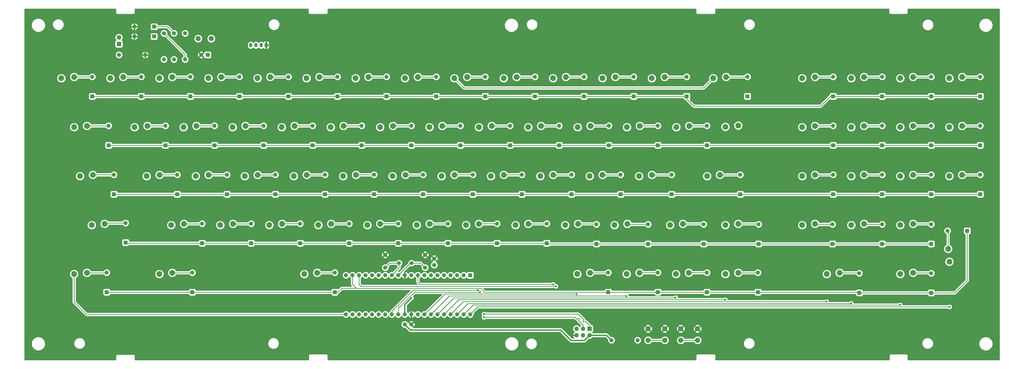
<source format=gtl>
G04 #@! TF.GenerationSoftware,KiCad,Pcbnew,5.1.6-c6e7f7d~87~ubuntu18.04.1*
G04 #@! TF.CreationDate,2020-08-05T12:54:26+02:00*
G04 #@! TF.ProjectId,m0110a_qmk,6d303131-3061-45f7-916d-6b2e6b696361,rev?*
G04 #@! TF.SameCoordinates,Original*
G04 #@! TF.FileFunction,Copper,L1,Top*
G04 #@! TF.FilePolarity,Positive*
%FSLAX46Y46*%
G04 Gerber Fmt 4.6, Leading zero omitted, Abs format (unit mm)*
G04 Created by KiCad (PCBNEW 5.1.6-c6e7f7d~87~ubuntu18.04.1) date 2020-08-05 12:54:26*
%MOMM*%
%LPD*%
G01*
G04 APERTURE LIST*
G04 #@! TA.AperFunction,ComponentPad*
%ADD10O,1.200000X1.750000*%
G04 #@! TD*
G04 #@! TA.AperFunction,ComponentPad*
%ADD11C,1.500000*%
G04 #@! TD*
G04 #@! TA.AperFunction,ComponentPad*
%ADD12C,1.600000*%
G04 #@! TD*
G04 #@! TA.AperFunction,ComponentPad*
%ADD13C,2.250000*%
G04 #@! TD*
G04 #@! TA.AperFunction,ComponentPad*
%ADD14O,1.700000X1.700000*%
G04 #@! TD*
G04 #@! TA.AperFunction,ComponentPad*
%ADD15R,1.700000X1.700000*%
G04 #@! TD*
G04 #@! TA.AperFunction,ComponentPad*
%ADD16C,2.000000*%
G04 #@! TD*
G04 #@! TA.AperFunction,ComponentPad*
%ADD17O,1.600000X1.600000*%
G04 #@! TD*
G04 #@! TA.AperFunction,ComponentPad*
%ADD18R,1.600000X1.600000*%
G04 #@! TD*
G04 #@! TA.AperFunction,ComponentPad*
%ADD19C,1.800000*%
G04 #@! TD*
G04 #@! TA.AperFunction,ComponentPad*
%ADD20R,1.800000X1.800000*%
G04 #@! TD*
G04 #@! TA.AperFunction,ViaPad*
%ADD21C,0.800000*%
G04 #@! TD*
G04 #@! TA.AperFunction,Conductor*
%ADD22C,0.250000*%
G04 #@! TD*
G04 #@! TA.AperFunction,Conductor*
%ADD23C,0.500000*%
G04 #@! TD*
G04 #@! TA.AperFunction,Conductor*
%ADD24C,0.254000*%
G04 #@! TD*
G04 APERTURE END LIST*
D10*
G04 #@! TO.P,J1,4*
G04 #@! TO.N,VCC*
X108046000Y-68961000D03*
G04 #@! TO.P,J1,3*
G04 #@! TO.N,Net-(D1-Pad1)*
X110046000Y-68961000D03*
G04 #@! TO.P,J1,2*
G04 #@! TO.N,Net-(D2-Pad1)*
X112046000Y-68961000D03*
G04 #@! TO.P,J1,1*
G04 #@! TO.N,GND*
G04 #@! TA.AperFunction,ComponentPad*
G36*
G01*
X114646000Y-68335999D02*
X114646000Y-69586001D01*
G75*
G02*
X114396001Y-69836000I-249999J0D01*
G01*
X113695999Y-69836000D01*
G75*
G02*
X113446000Y-69586001I0J249999D01*
G01*
X113446000Y-68335999D01*
G75*
G02*
X113695999Y-68086000I249999J0D01*
G01*
X114396001Y-68086000D01*
G75*
G02*
X114646000Y-68335999I0J-249999D01*
G01*
G37*
G04 #@! TD.AperFunction*
G04 #@! TD*
D11*
G04 #@! TO.P,XTAL1,2*
G04 #@! TO.N,Net-(C5-Pad1)*
X170488000Y-153797000D03*
G04 #@! TO.P,XTAL1,1*
G04 #@! TO.N,Net-(C4-Pad1)*
X165608000Y-153797000D03*
G04 #@! TD*
D12*
G04 #@! TO.P,C5,2*
G04 #@! TO.N,GND*
X175768000Y-150575000D03*
G04 #@! TO.P,C5,1*
G04 #@! TO.N,Net-(C5-Pad1)*
X175768000Y-155575000D03*
G04 #@! TD*
G04 #@! TO.P,C4,2*
G04 #@! TO.N,GND*
X160274000Y-150575000D03*
G04 #@! TO.P,C4,1*
G04 #@! TO.N,Net-(C4-Pad1)*
X160274000Y-155575000D03*
G04 #@! TD*
D13*
G04 #@! TO.P,MX8,1*
G04 #@! TO.N,col7*
X167934000Y-81852000D03*
G04 #@! TO.P,MX8,2*
G04 #@! TO.N,Net-(D10-Pad2)*
X172934000Y-81352000D03*
G04 #@! TD*
G04 #@! TO.P,MX57,1*
G04 #@! TO.N,col5*
X153329000Y-139002000D03*
G04 #@! TO.P,MX57,2*
G04 #@! TO.N,Net-(D59-Pad2)*
X158329000Y-138502000D03*
G04 #@! TD*
D14*
G04 #@! TO.P,J2,6*
G04 #@! TO.N,GND*
X234569000Y-181864000D03*
G04 #@! TO.P,J2,5*
G04 #@! TO.N,reset*
X234569000Y-179324000D03*
G04 #@! TO.P,J2,4*
G04 #@! TO.N,MOSI*
X237109000Y-181864000D03*
G04 #@! TO.P,J2,3*
G04 #@! TO.N,SCK*
X237109000Y-179324000D03*
G04 #@! TO.P,J2,2*
G04 #@! TO.N,+5V*
X239649000Y-181864000D03*
D15*
G04 #@! TO.P,J2,1*
G04 #@! TO.N,MISO*
X239649000Y-179324000D03*
G04 #@! TD*
D16*
G04 #@! TO.P,F1,2*
G04 #@! TO.N,VCC*
X92710000Y-66431000D03*
G04 #@! TO.P,F1,1*
G04 #@! TO.N,+5V*
X87630000Y-66421000D03*
G04 #@! TD*
D17*
G04 #@! TO.P,U1,40*
G04 #@! TO.N,col16*
X193294000Y-173736000D03*
G04 #@! TO.P,U1,20*
G04 #@! TO.N,Net-(U1-Pad20)*
X145034000Y-158496000D03*
G04 #@! TO.P,U1,39*
G04 #@! TO.N,col15*
X190754000Y-173736000D03*
G04 #@! TO.P,U1,19*
G04 #@! TO.N,row4*
X147574000Y-158496000D03*
G04 #@! TO.P,U1,38*
G04 #@! TO.N,col14*
X188214000Y-173736000D03*
G04 #@! TO.P,U1,18*
G04 #@! TO.N,boot*
X150114000Y-158496000D03*
G04 #@! TO.P,U1,37*
G04 #@! TO.N,col13*
X185674000Y-173736000D03*
G04 #@! TO.P,U1,17*
G04 #@! TO.N,D-*
X152654000Y-158496000D03*
G04 #@! TO.P,U1,36*
G04 #@! TO.N,col12*
X183134000Y-173736000D03*
G04 #@! TO.P,U1,16*
G04 #@! TO.N,D+*
X155194000Y-158496000D03*
G04 #@! TO.P,U1,35*
G04 #@! TO.N,col11*
X180594000Y-173736000D03*
G04 #@! TO.P,U1,15*
G04 #@! TO.N,col5*
X157734000Y-158496000D03*
G04 #@! TO.P,U1,34*
G04 #@! TO.N,col10*
X178054000Y-173736000D03*
G04 #@! TO.P,U1,14*
G04 #@! TO.N,Net-(U1-Pad14)*
X160274000Y-158496000D03*
G04 #@! TO.P,U1,33*
G04 #@! TO.N,col9*
X175514000Y-173736000D03*
G04 #@! TO.P,U1,13*
G04 #@! TO.N,Net-(C4-Pad1)*
X162814000Y-158496000D03*
G04 #@! TO.P,U1,32*
G04 #@! TO.N,Net-(U1-Pad32)*
X172974000Y-173736000D03*
G04 #@! TO.P,U1,12*
G04 #@! TO.N,Net-(C5-Pad1)*
X165354000Y-158496000D03*
G04 #@! TO.P,U1,31*
G04 #@! TO.N,GND*
X170434000Y-173736000D03*
G04 #@! TO.P,U1,11*
X167894000Y-158496000D03*
G04 #@! TO.P,U1,30*
G04 #@! TO.N,+5V*
X167894000Y-173736000D03*
G04 #@! TO.P,U1,10*
X170434000Y-158496000D03*
G04 #@! TO.P,U1,29*
G04 #@! TO.N,col8*
X165354000Y-173736000D03*
G04 #@! TO.P,U1,9*
G04 #@! TO.N,reset*
X172974000Y-158496000D03*
G04 #@! TO.P,U1,28*
G04 #@! TO.N,col7*
X162814000Y-173736000D03*
G04 #@! TO.P,U1,8*
G04 #@! TO.N,SCK*
X175514000Y-158496000D03*
G04 #@! TO.P,U1,27*
G04 #@! TO.N,Net-(U1-Pad27)*
X160274000Y-173736000D03*
G04 #@! TO.P,U1,7*
G04 #@! TO.N,MISO*
X178054000Y-158496000D03*
G04 #@! TO.P,U1,26*
G04 #@! TO.N,Net-(U1-Pad26)*
X157734000Y-173736000D03*
G04 #@! TO.P,U1,6*
G04 #@! TO.N,MOSI*
X180594000Y-158496000D03*
G04 #@! TO.P,U1,25*
G04 #@! TO.N,col4*
X155194000Y-173736000D03*
G04 #@! TO.P,U1,5*
G04 #@! TO.N,col6*
X183134000Y-158496000D03*
G04 #@! TO.P,U1,24*
G04 #@! TO.N,col3*
X152654000Y-173736000D03*
G04 #@! TO.P,U1,4*
G04 #@! TO.N,row3*
X185674000Y-158496000D03*
G04 #@! TO.P,U1,23*
G04 #@! TO.N,col2*
X150114000Y-173736000D03*
G04 #@! TO.P,U1,3*
G04 #@! TO.N,row2*
X188214000Y-158496000D03*
G04 #@! TO.P,U1,22*
G04 #@! TO.N,col1*
X147574000Y-173736000D03*
G04 #@! TO.P,U1,2*
G04 #@! TO.N,row1*
X190754000Y-158496000D03*
G04 #@! TO.P,U1,21*
G04 #@! TO.N,col0*
X145034000Y-173736000D03*
D18*
G04 #@! TO.P,U1,1*
G04 #@! TO.N,row0*
X193294000Y-158496000D03*
G04 #@! TD*
D16*
G04 #@! TO.P,Reset1,1*
G04 #@! TO.N,GND*
X268882000Y-179324000D03*
G04 #@! TO.P,Reset1,2*
G04 #@! TO.N,reset*
X268882000Y-183824000D03*
G04 #@! TO.P,Reset1,1*
G04 #@! TO.N,GND*
X262382000Y-179324000D03*
G04 #@! TO.P,Reset1,2*
G04 #@! TO.N,reset*
X262382000Y-183824000D03*
G04 #@! TD*
D17*
G04 #@! TO.P,R4,2*
G04 #@! TO.N,Net-(D2-Pad1)*
X82550000Y-74549000D03*
D12*
G04 #@! TO.P,R4,1*
G04 #@! TO.N,+5V*
X82550000Y-64389000D03*
G04 #@! TD*
D17*
G04 #@! TO.P,R5,2*
G04 #@! TO.N,GND*
X67056000Y-72771000D03*
D12*
G04 #@! TO.P,R5,1*
G04 #@! TO.N,Net-(LED1-Pad1)*
X56896000Y-72771000D03*
G04 #@! TD*
D17*
G04 #@! TO.P,R3,2*
G04 #@! TO.N,D-*
X74295000Y-74549000D03*
D12*
G04 #@! TO.P,R3,1*
G04 #@! TO.N,Net-(D2-Pad1)*
X74295000Y-64389000D03*
G04 #@! TD*
D17*
G04 #@! TO.P,R2,2*
G04 #@! TO.N,D+*
X78232000Y-74549000D03*
D12*
G04 #@! TO.P,R2,1*
G04 #@! TO.N,Net-(D1-Pad1)*
X78232000Y-64389000D03*
G04 #@! TD*
D17*
G04 #@! TO.P,R1,2*
G04 #@! TO.N,reset*
X258318000Y-183794400D03*
D12*
G04 #@! TO.P,R1,1*
G04 #@! TO.N,+5V*
X248158000Y-183794400D03*
G04 #@! TD*
D19*
G04 #@! TO.P,LED1,2*
G04 #@! TO.N,+5V*
X56832500Y-65976500D03*
D20*
G04 #@! TO.P,LED1,1*
G04 #@! TO.N,Net-(LED1-Pad1)*
X56832500Y-68516500D03*
G04 #@! TD*
D17*
G04 #@! TO.P,D80,2*
G04 #@! TO.N,Net-(D80-Pad2)*
X378714000Y-141224000D03*
D18*
G04 #@! TO.P,D80,1*
G04 #@! TO.N,row4*
X386334000Y-141224000D03*
G04 #@! TD*
D17*
G04 #@! TO.P,D79,2*
G04 #@! TO.N,Net-(D79-Pad2)*
X372364000Y-157734000D03*
D18*
G04 #@! TO.P,D79,1*
G04 #@! TO.N,row4*
X372364000Y-165354000D03*
G04 #@! TD*
D17*
G04 #@! TO.P,D78,2*
G04 #@! TO.N,Net-(D78-Pad2)*
X344424000Y-157734000D03*
D18*
G04 #@! TO.P,D78,1*
G04 #@! TO.N,row4*
X344424000Y-165354000D03*
G04 #@! TD*
D17*
G04 #@! TO.P,D77,2*
G04 #@! TO.N,Net-(D77-Pad2)*
X305054000Y-157480000D03*
D18*
G04 #@! TO.P,D77,1*
G04 #@! TO.N,row4*
X305054000Y-165100000D03*
G04 #@! TD*
D17*
G04 #@! TO.P,D76,2*
G04 #@! TO.N,Net-(D76-Pad2)*
X285242000Y-157480000D03*
D18*
G04 #@! TO.P,D76,1*
G04 #@! TO.N,row4*
X285242000Y-165100000D03*
G04 #@! TD*
D17*
G04 #@! TO.P,D75,2*
G04 #@! TO.N,Net-(D75-Pad2)*
X266192000Y-157480000D03*
D18*
G04 #@! TO.P,D75,1*
G04 #@! TO.N,row4*
X266192000Y-165100000D03*
G04 #@! TD*
D17*
G04 #@! TO.P,D74,2*
G04 #@! TO.N,Net-(D74-Pad2)*
X246888000Y-157480000D03*
D18*
G04 #@! TO.P,D74,1*
G04 #@! TO.N,row4*
X246888000Y-165100000D03*
G04 #@! TD*
D17*
G04 #@! TO.P,D72,2*
G04 #@! TO.N,Net-(D72-Pad2)*
X140716000Y-157480000D03*
D18*
G04 #@! TO.P,D72,1*
G04 #@! TO.N,row4*
X140716000Y-165100000D03*
G04 #@! TD*
D17*
G04 #@! TO.P,D71,2*
G04 #@! TO.N,Net-(D71-Pad2)*
X85344000Y-157480000D03*
D18*
G04 #@! TO.P,D71,1*
G04 #@! TO.N,row4*
X85344000Y-165100000D03*
G04 #@! TD*
D17*
G04 #@! TO.P,D70,2*
G04 #@! TO.N,Net-(D70-Pad2)*
X52070000Y-157480000D03*
D18*
G04 #@! TO.P,D70,1*
G04 #@! TO.N,row4*
X52070000Y-165100000D03*
G04 #@! TD*
D17*
G04 #@! TO.P,D69,2*
G04 #@! TO.N,Net-(D69-Pad2)*
X372364000Y-138684000D03*
D18*
G04 #@! TO.P,D69,1*
G04 #@! TO.N,row3*
X372364000Y-146304000D03*
G04 #@! TD*
D17*
G04 #@! TO.P,D68,2*
G04 #@! TO.N,Net-(D68-Pad2)*
X353314000Y-138684000D03*
D18*
G04 #@! TO.P,D68,1*
G04 #@! TO.N,row3*
X353314000Y-146304000D03*
G04 #@! TD*
D17*
G04 #@! TO.P,D67,2*
G04 #@! TO.N,Net-(D67-Pad2)*
X334010000Y-138684000D03*
D18*
G04 #@! TO.P,D67,1*
G04 #@! TO.N,row3*
X334010000Y-146304000D03*
G04 #@! TD*
D17*
G04 #@! TO.P,D66,2*
G04 #@! TO.N,Net-(D66-Pad2)*
X305308000Y-138684000D03*
D18*
G04 #@! TO.P,D66,1*
G04 #@! TO.N,row3*
X305308000Y-146304000D03*
G04 #@! TD*
D17*
G04 #@! TO.P,D65,2*
G04 #@! TO.N,Net-(D65-Pad2)*
X283972000Y-138684000D03*
D18*
G04 #@! TO.P,D65,1*
G04 #@! TO.N,row3*
X283972000Y-146304000D03*
G04 #@! TD*
D17*
G04 #@! TO.P,D64,2*
G04 #@! TO.N,Net-(D64-Pad2)*
X262382000Y-138684000D03*
D18*
G04 #@! TO.P,D64,1*
G04 #@! TO.N,row3*
X262382000Y-146304000D03*
G04 #@! TD*
D17*
G04 #@! TO.P,D63,2*
G04 #@! TO.N,Net-(D63-Pad2)*
X242316000Y-138684000D03*
D18*
G04 #@! TO.P,D63,1*
G04 #@! TO.N,row3*
X242316000Y-146304000D03*
G04 #@! TD*
D17*
G04 #@! TO.P,D62,2*
G04 #@! TO.N,Net-(D62-Pad2)*
X223012000Y-138430000D03*
D18*
G04 #@! TO.P,D62,1*
G04 #@! TO.N,row3*
X223012000Y-146050000D03*
G04 #@! TD*
D17*
G04 #@! TO.P,D61,2*
G04 #@! TO.N,Net-(D61-Pad2)*
X203708000Y-138430000D03*
D18*
G04 #@! TO.P,D61,1*
G04 #@! TO.N,row3*
X203708000Y-146050000D03*
G04 #@! TD*
D17*
G04 #@! TO.P,D60,2*
G04 #@! TO.N,Net-(D60-Pad2)*
X184658000Y-138430000D03*
D18*
G04 #@! TO.P,D60,1*
G04 #@! TO.N,row3*
X184658000Y-146050000D03*
G04 #@! TD*
D17*
G04 #@! TO.P,D59,2*
G04 #@! TO.N,Net-(D59-Pad2)*
X165354000Y-138430000D03*
D18*
G04 #@! TO.P,D59,1*
G04 #@! TO.N,row3*
X165354000Y-146050000D03*
G04 #@! TD*
D17*
G04 #@! TO.P,D58,2*
G04 #@! TO.N,Net-(D58-Pad2)*
X146304000Y-138430000D03*
D18*
G04 #@! TO.P,D58,1*
G04 #@! TO.N,row3*
X146304000Y-146050000D03*
G04 #@! TD*
D17*
G04 #@! TO.P,D57,2*
G04 #@! TO.N,Net-(D57-Pad2)*
X127254000Y-138430000D03*
D18*
G04 #@! TO.P,D57,1*
G04 #@! TO.N,row3*
X127254000Y-146050000D03*
G04 #@! TD*
D17*
G04 #@! TO.P,D56,2*
G04 #@! TO.N,Net-(D56-Pad2)*
X108204000Y-138430000D03*
D18*
G04 #@! TO.P,D56,1*
G04 #@! TO.N,row3*
X108204000Y-146050000D03*
G04 #@! TD*
D17*
G04 #@! TO.P,D55,2*
G04 #@! TO.N,Net-(D55-Pad2)*
X89154000Y-138430000D03*
D18*
G04 #@! TO.P,D55,1*
G04 #@! TO.N,row3*
X89154000Y-146050000D03*
G04 #@! TD*
D17*
G04 #@! TO.P,D54,2*
G04 #@! TO.N,Net-(D54-Pad2)*
X59436000Y-138176000D03*
D18*
G04 #@! TO.P,D54,1*
G04 #@! TO.N,row3*
X59436000Y-145796000D03*
G04 #@! TD*
D17*
G04 #@! TO.P,D53,2*
G04 #@! TO.N,Net-(D53-Pad2)*
X391414000Y-119380000D03*
D18*
G04 #@! TO.P,D53,1*
G04 #@! TO.N,row2*
X391414000Y-127000000D03*
G04 #@! TD*
D17*
G04 #@! TO.P,D52,2*
G04 #@! TO.N,Net-(D52-Pad2)*
X372364000Y-119380000D03*
D18*
G04 #@! TO.P,D52,1*
G04 #@! TO.N,row2*
X372364000Y-127000000D03*
G04 #@! TD*
D17*
G04 #@! TO.P,D51,2*
G04 #@! TO.N,Net-(D51-Pad2)*
X353314000Y-119380000D03*
D18*
G04 #@! TO.P,D51,1*
G04 #@! TO.N,row2*
X353314000Y-127000000D03*
G04 #@! TD*
D17*
G04 #@! TO.P,D50,2*
G04 #@! TO.N,Net-(D50-Pad2)*
X334264000Y-119380000D03*
D18*
G04 #@! TO.P,D50,1*
G04 #@! TO.N,row2*
X334264000Y-127000000D03*
G04 #@! TD*
D17*
G04 #@! TO.P,D49,2*
G04 #@! TO.N,Net-(D49-Pad2)*
X298196000Y-119380000D03*
D18*
G04 #@! TO.P,D49,1*
G04 #@! TO.N,row2*
X298196000Y-127000000D03*
G04 #@! TD*
D17*
G04 #@! TO.P,D48,2*
G04 #@! TO.N,Net-(D48-Pad2)*
X271526000Y-119380000D03*
D18*
G04 #@! TO.P,D48,1*
G04 #@! TO.N,row2*
X271526000Y-127000000D03*
G04 #@! TD*
D17*
G04 #@! TO.P,D47,2*
G04 #@! TO.N,Net-(D47-Pad2)*
X251714000Y-119380000D03*
D18*
G04 #@! TO.P,D47,1*
G04 #@! TO.N,row2*
X251714000Y-127000000D03*
G04 #@! TD*
D17*
G04 #@! TO.P,D46,2*
G04 #@! TO.N,Net-(D46-Pad2)*
X232664000Y-119380000D03*
D18*
G04 #@! TO.P,D46,1*
G04 #@! TO.N,row2*
X232664000Y-127000000D03*
G04 #@! TD*
D17*
G04 #@! TO.P,D45,2*
G04 #@! TO.N,Net-(D45-Pad2)*
X213360000Y-119380000D03*
D18*
G04 #@! TO.P,D45,1*
G04 #@! TO.N,row2*
X213360000Y-127000000D03*
G04 #@! TD*
D17*
G04 #@! TO.P,D44,2*
G04 #@! TO.N,Net-(D44-Pad2)*
X194310000Y-119380000D03*
D18*
G04 #@! TO.P,D44,1*
G04 #@! TO.N,row2*
X194310000Y-127000000D03*
G04 #@! TD*
D17*
G04 #@! TO.P,D43,2*
G04 #@! TO.N,Net-(D43-Pad2)*
X175006000Y-119380000D03*
D18*
G04 #@! TO.P,D43,1*
G04 #@! TO.N,row2*
X175006000Y-127000000D03*
G04 #@! TD*
D17*
G04 #@! TO.P,D42,2*
G04 #@! TO.N,Net-(D42-Pad2)*
X155956000Y-119380000D03*
D18*
G04 #@! TO.P,D42,1*
G04 #@! TO.N,row2*
X155956000Y-127000000D03*
G04 #@! TD*
D17*
G04 #@! TO.P,D41,2*
G04 #@! TO.N,Net-(D41-Pad2)*
X136906000Y-119380000D03*
D18*
G04 #@! TO.P,D41,1*
G04 #@! TO.N,row2*
X136906000Y-127000000D03*
G04 #@! TD*
D17*
G04 #@! TO.P,D40,2*
G04 #@! TO.N,Net-(D40-Pad2)*
X117602000Y-119380000D03*
D18*
G04 #@! TO.P,D40,1*
G04 #@! TO.N,row2*
X117602000Y-127000000D03*
G04 #@! TD*
D17*
G04 #@! TO.P,D39,2*
G04 #@! TO.N,Net-(D39-Pad2)*
X98806000Y-119380000D03*
D18*
G04 #@! TO.P,D39,1*
G04 #@! TO.N,row2*
X98806000Y-127000000D03*
G04 #@! TD*
D17*
G04 #@! TO.P,D38,2*
G04 #@! TO.N,Net-(D38-Pad2)*
X79502000Y-119380000D03*
D18*
G04 #@! TO.P,D38,1*
G04 #@! TO.N,row2*
X79502000Y-127000000D03*
G04 #@! TD*
D17*
G04 #@! TO.P,D37,2*
G04 #@! TO.N,Net-(D37-Pad2)*
X54864000Y-119380000D03*
D18*
G04 #@! TO.P,D37,1*
G04 #@! TO.N,row2*
X54864000Y-127000000D03*
G04 #@! TD*
D17*
G04 #@! TO.P,D36,2*
G04 #@! TO.N,Net-(D36-Pad2)*
X391414000Y-100330000D03*
D18*
G04 #@! TO.P,D36,1*
G04 #@! TO.N,row1*
X391414000Y-107950000D03*
G04 #@! TD*
D17*
G04 #@! TO.P,D35,2*
G04 #@! TO.N,Net-(D35-Pad2)*
X372364000Y-100330000D03*
D18*
G04 #@! TO.P,D35,1*
G04 #@! TO.N,row1*
X372364000Y-107950000D03*
G04 #@! TD*
D17*
G04 #@! TO.P,D34,2*
G04 #@! TO.N,Net-(D34-Pad2)*
X353314000Y-100330000D03*
D18*
G04 #@! TO.P,D34,1*
G04 #@! TO.N,row1*
X353314000Y-107950000D03*
G04 #@! TD*
D17*
G04 #@! TO.P,D33,2*
G04 #@! TO.N,Net-(D33-Pad2)*
X334264000Y-100330000D03*
D18*
G04 #@! TO.P,D33,1*
G04 #@! TO.N,row1*
X334264000Y-107950000D03*
G04 #@! TD*
D17*
G04 #@! TO.P,D32,2*
G04 #@! TO.N,Net-(D32-Pad2)*
X285242000Y-100330000D03*
D18*
G04 #@! TO.P,D32,1*
G04 #@! TO.N,row1*
X285242000Y-107950000D03*
G04 #@! TD*
D17*
G04 #@! TO.P,D31,2*
G04 #@! TO.N,Net-(D31-Pad2)*
X266192000Y-100330000D03*
D18*
G04 #@! TO.P,D31,1*
G04 #@! TO.N,row1*
X266192000Y-107950000D03*
G04 #@! TD*
D17*
G04 #@! TO.P,D30,2*
G04 #@! TO.N,Net-(D30-Pad2)*
X247142000Y-100330000D03*
D18*
G04 #@! TO.P,D30,1*
G04 #@! TO.N,row1*
X247142000Y-107950000D03*
G04 #@! TD*
D17*
G04 #@! TO.P,D29,2*
G04 #@! TO.N,Net-(D29-Pad2)*
X227838000Y-100330000D03*
D18*
G04 #@! TO.P,D29,1*
G04 #@! TO.N,row1*
X227838000Y-107950000D03*
G04 #@! TD*
D17*
G04 #@! TO.P,D28,2*
G04 #@! TO.N,Net-(D28-Pad2)*
X208788000Y-100330000D03*
D18*
G04 #@! TO.P,D28,1*
G04 #@! TO.N,row1*
X208788000Y-107950000D03*
G04 #@! TD*
D17*
G04 #@! TO.P,D27,2*
G04 #@! TO.N,Net-(D27-Pad2)*
X189484000Y-100330000D03*
D18*
G04 #@! TO.P,D27,1*
G04 #@! TO.N,row1*
X189484000Y-107950000D03*
G04 #@! TD*
D17*
G04 #@! TO.P,D26,2*
G04 #@! TO.N,Net-(D26-Pad2)*
X170434000Y-100330000D03*
D18*
G04 #@! TO.P,D26,1*
G04 #@! TO.N,row1*
X170434000Y-107950000D03*
G04 #@! TD*
D17*
G04 #@! TO.P,D25,2*
G04 #@! TO.N,Net-(D25-Pad2)*
X151130000Y-100330000D03*
D18*
G04 #@! TO.P,D25,1*
G04 #@! TO.N,row1*
X151130000Y-107950000D03*
G04 #@! TD*
D17*
G04 #@! TO.P,D24,2*
G04 #@! TO.N,Net-(D24-Pad2)*
X132080000Y-100330000D03*
D18*
G04 #@! TO.P,D24,1*
G04 #@! TO.N,row1*
X132080000Y-107950000D03*
G04 #@! TD*
D17*
G04 #@! TO.P,D23,2*
G04 #@! TO.N,Net-(D23-Pad2)*
X113030000Y-100330000D03*
D18*
G04 #@! TO.P,D23,1*
G04 #@! TO.N,row1*
X113030000Y-107950000D03*
G04 #@! TD*
D17*
G04 #@! TO.P,D22,2*
G04 #@! TO.N,Net-(D22-Pad2)*
X93980000Y-100330000D03*
D18*
G04 #@! TO.P,D22,1*
G04 #@! TO.N,row1*
X93980000Y-107950000D03*
G04 #@! TD*
D17*
G04 #@! TO.P,D21,2*
G04 #@! TO.N,Net-(D21-Pad2)*
X74930000Y-100330000D03*
D18*
G04 #@! TO.P,D21,1*
G04 #@! TO.N,row1*
X74930000Y-107950000D03*
G04 #@! TD*
D17*
G04 #@! TO.P,D20,2*
G04 #@! TO.N,Net-(D20-Pad2)*
X52832000Y-100330000D03*
D18*
G04 #@! TO.P,D20,1*
G04 #@! TO.N,row1*
X52832000Y-107950000D03*
G04 #@! TD*
D17*
G04 #@! TO.P,D19,2*
G04 #@! TO.N,Net-(D19-Pad2)*
X391414000Y-81280000D03*
D18*
G04 #@! TO.P,D19,1*
G04 #@! TO.N,row0*
X391414000Y-88900000D03*
G04 #@! TD*
D17*
G04 #@! TO.P,D18,2*
G04 #@! TO.N,Net-(D18-Pad2)*
X372364000Y-81280000D03*
D18*
G04 #@! TO.P,D18,1*
G04 #@! TO.N,row0*
X372364000Y-88900000D03*
G04 #@! TD*
D17*
G04 #@! TO.P,D17,2*
G04 #@! TO.N,Net-(D17-Pad2)*
X353314000Y-81280000D03*
D18*
G04 #@! TO.P,D17,1*
G04 #@! TO.N,row0*
X353314000Y-88900000D03*
G04 #@! TD*
D17*
G04 #@! TO.P,D16,2*
G04 #@! TO.N,Net-(D16-Pad2)*
X334264000Y-81280000D03*
D18*
G04 #@! TO.P,D16,1*
G04 #@! TO.N,row0*
X334264000Y-88900000D03*
G04 #@! TD*
D17*
G04 #@! TO.P,D73,2*
G04 #@! TO.N,Net-(D73-Pad2)*
X300990000Y-81280000D03*
D18*
G04 #@! TO.P,D73,1*
G04 #@! TO.N,row4*
X300990000Y-88900000D03*
G04 #@! TD*
D17*
G04 #@! TO.P,D15,2*
G04 #@! TO.N,Net-(D15-Pad2)*
X277368000Y-81280000D03*
D18*
G04 #@! TO.P,D15,1*
G04 #@! TO.N,row0*
X277368000Y-88900000D03*
G04 #@! TD*
D17*
G04 #@! TO.P,D14,2*
G04 #@! TO.N,Net-(D14-Pad2)*
X256794000Y-81280000D03*
D18*
G04 #@! TO.P,D14,1*
G04 #@! TO.N,row0*
X256794000Y-88900000D03*
G04 #@! TD*
D17*
G04 #@! TO.P,D13,2*
G04 #@! TO.N,Net-(D13-Pad2)*
X237490000Y-81280000D03*
D18*
G04 #@! TO.P,D13,1*
G04 #@! TO.N,row0*
X237490000Y-88900000D03*
G04 #@! TD*
D17*
G04 #@! TO.P,D12,2*
G04 #@! TO.N,Net-(D12-Pad2)*
X218440000Y-81280000D03*
D18*
G04 #@! TO.P,D12,1*
G04 #@! TO.N,row0*
X218440000Y-88900000D03*
G04 #@! TD*
D17*
G04 #@! TO.P,D11,2*
G04 #@! TO.N,Net-(D11-Pad2)*
X199136000Y-81280000D03*
D18*
G04 #@! TO.P,D11,1*
G04 #@! TO.N,row0*
X199136000Y-88900000D03*
G04 #@! TD*
D17*
G04 #@! TO.P,D10,2*
G04 #@! TO.N,Net-(D10-Pad2)*
X180086000Y-81280000D03*
D18*
G04 #@! TO.P,D10,1*
G04 #@! TO.N,row0*
X180086000Y-88900000D03*
G04 #@! TD*
D17*
G04 #@! TO.P,D9,2*
G04 #@! TO.N,Net-(D9-Pad2)*
X160782000Y-81280000D03*
D18*
G04 #@! TO.P,D9,1*
G04 #@! TO.N,row0*
X160782000Y-88900000D03*
G04 #@! TD*
D17*
G04 #@! TO.P,D8,2*
G04 #@! TO.N,Net-(D8-Pad2)*
X141732000Y-81280000D03*
D18*
G04 #@! TO.P,D8,1*
G04 #@! TO.N,row0*
X141732000Y-88900000D03*
G04 #@! TD*
D17*
G04 #@! TO.P,D7,2*
G04 #@! TO.N,Net-(D7-Pad2)*
X122682000Y-81280000D03*
D18*
G04 #@! TO.P,D7,1*
G04 #@! TO.N,row0*
X122682000Y-88900000D03*
G04 #@! TD*
D17*
G04 #@! TO.P,D6,2*
G04 #@! TO.N,Net-(D6-Pad2)*
X103632000Y-81280000D03*
D18*
G04 #@! TO.P,D6,1*
G04 #@! TO.N,row0*
X103632000Y-88900000D03*
G04 #@! TD*
D17*
G04 #@! TO.P,D5,2*
G04 #@! TO.N,Net-(D5-Pad2)*
X84582000Y-81280000D03*
D18*
G04 #@! TO.P,D5,1*
G04 #@! TO.N,row0*
X84582000Y-88900000D03*
G04 #@! TD*
D17*
G04 #@! TO.P,D4,2*
G04 #@! TO.N,Net-(D4-Pad2)*
X65532000Y-81280000D03*
D18*
G04 #@! TO.P,D4,1*
G04 #@! TO.N,row0*
X65532000Y-88900000D03*
G04 #@! TD*
D17*
G04 #@! TO.P,D3,2*
G04 #@! TO.N,Net-(D3-Pad2)*
X46482000Y-81280000D03*
D18*
G04 #@! TO.P,D3,1*
G04 #@! TO.N,row0*
X46482000Y-88900000D03*
G04 #@! TD*
D17*
G04 #@! TO.P,D2,2*
G04 #@! TO.N,GND*
X62865000Y-65595500D03*
D18*
G04 #@! TO.P,D2,1*
G04 #@! TO.N,Net-(D2-Pad1)*
X70485000Y-65595500D03*
G04 #@! TD*
D17*
G04 #@! TO.P,D1,2*
G04 #@! TO.N,GND*
X62865000Y-61785500D03*
D18*
G04 #@! TO.P,D1,1*
G04 #@! TO.N,Net-(D1-Pad1)*
X70485000Y-61785500D03*
G04 #@! TD*
D12*
G04 #@! TO.P,C3,2*
G04 #@! TO.N,GND*
X179324000Y-152059000D03*
G04 #@! TO.P,C3,1*
G04 #@! TO.N,+5V*
X179324000Y-154559000D03*
G04 #@! TD*
G04 #@! TO.P,C2,2*
G04 #@! TO.N,GND*
X170394000Y-177673000D03*
G04 #@! TO.P,C2,1*
G04 #@! TO.N,+5V*
X167894000Y-177673000D03*
G04 #@! TD*
G04 #@! TO.P,C1,2*
G04 #@! TO.N,GND*
X88813000Y-72771000D03*
D18*
G04 #@! TO.P,C1,1*
G04 #@! TO.N,+5V*
X91313000Y-72771000D03*
G04 #@! TD*
D16*
G04 #@! TO.P,Boot1,1*
G04 #@! TO.N,GND*
X281582000Y-179324000D03*
G04 #@! TO.P,Boot1,2*
G04 #@! TO.N,boot*
X281582000Y-183824000D03*
G04 #@! TO.P,Boot1,1*
G04 #@! TO.N,GND*
X275082000Y-179324000D03*
G04 #@! TO.P,Boot1,2*
G04 #@! TO.N,boot*
X275082000Y-183824000D03*
G04 #@! TD*
D13*
G04 #@! TO.P,MX80,1*
G04 #@! TO.N,Net-(MX80-Pad1)*
X292394000Y-100775000D03*
G04 #@! TO.P,MX80,2*
G04 #@! TO.N,Net-(MX80-Pad2)*
X297394000Y-100275000D03*
G04 #@! TD*
G04 #@! TO.P,MX78,1*
G04 #@! TO.N,col16*
X379413000Y-153249000D03*
G04 #@! TO.P,MX78,2*
G04 #@! TO.N,Net-(D80-Pad2)*
X378913000Y-148249000D03*
G04 #@! TD*
G04 #@! TO.P,MX77,1*
G04 #@! TO.N,col15*
X360339000Y-158052000D03*
G04 #@! TO.P,MX77,2*
G04 #@! TO.N,Net-(D79-Pad2)*
X365339000Y-157552000D03*
G04 #@! TD*
G04 #@! TO.P,MX76,1*
G04 #@! TO.N,col13*
X331764000Y-158052000D03*
G04 #@! TO.P,MX76,2*
G04 #@! TO.N,Net-(D78-Pad2)*
X336764000Y-157552000D03*
G04 #@! TD*
G04 #@! TO.P,MX75,1*
G04 #@! TO.N,col12*
X292394000Y-158052000D03*
G04 #@! TO.P,MX75,2*
G04 #@! TO.N,Net-(D77-Pad2)*
X297394000Y-157552000D03*
G04 #@! TD*
G04 #@! TO.P,MX74,1*
G04 #@! TO.N,col11*
X273217000Y-158052000D03*
G04 #@! TO.P,MX74,2*
G04 #@! TO.N,Net-(D76-Pad2)*
X278217000Y-157552000D03*
G04 #@! TD*
G04 #@! TO.P,MX73,1*
G04 #@! TO.N,col10*
X254040000Y-158052000D03*
G04 #@! TO.P,MX73,2*
G04 #@! TO.N,Net-(D75-Pad2)*
X259040000Y-157552000D03*
G04 #@! TD*
G04 #@! TO.P,MX72,1*
G04 #@! TO.N,col9*
X234863000Y-158052000D03*
G04 #@! TO.P,MX72,2*
G04 #@! TO.N,Net-(D74-Pad2)*
X239863000Y-157552000D03*
G04 #@! TD*
G04 #@! TO.P,MX70,1*
G04 #@! TO.N,col4*
X128818000Y-158052000D03*
G04 #@! TO.P,MX70,2*
G04 #@! TO.N,Net-(D72-Pad2)*
X133818000Y-157552000D03*
G04 #@! TD*
G04 #@! TO.P,MX69,1*
G04 #@! TO.N,col1*
X72557000Y-158052000D03*
G04 #@! TO.P,MX69,2*
G04 #@! TO.N,Net-(D71-Pad2)*
X77557000Y-157552000D03*
G04 #@! TD*
G04 #@! TO.P,MX68,1*
G04 #@! TO.N,col0*
X39410000Y-158052000D03*
G04 #@! TO.P,MX68,2*
G04 #@! TO.N,Net-(D70-Pad2)*
X44410000Y-157552000D03*
G04 #@! TD*
G04 #@! TO.P,MX67,1*
G04 #@! TO.N,col15*
X360339000Y-139002000D03*
G04 #@! TO.P,MX67,2*
G04 #@! TO.N,Net-(D69-Pad2)*
X365339000Y-138502000D03*
G04 #@! TD*
G04 #@! TO.P,MX66,1*
G04 #@! TO.N,col14*
X341289000Y-139002000D03*
G04 #@! TO.P,MX66,2*
G04 #@! TO.N,Net-(D68-Pad2)*
X346289000Y-138502000D03*
G04 #@! TD*
G04 #@! TO.P,MX65,1*
G04 #@! TO.N,col13*
X322239000Y-139002000D03*
G04 #@! TO.P,MX65,2*
G04 #@! TO.N,Net-(D67-Pad2)*
X327239000Y-138502000D03*
G04 #@! TD*
G04 #@! TO.P,MX64,1*
G04 #@! TO.N,col12*
X292394000Y-139002000D03*
G04 #@! TO.P,MX64,2*
G04 #@! TO.N,Net-(D66-Pad2)*
X297394000Y-138502000D03*
G04 #@! TD*
G04 #@! TO.P,MX63,1*
G04 #@! TO.N,col11*
X270931000Y-139002000D03*
G04 #@! TO.P,MX63,2*
G04 #@! TO.N,Net-(D65-Pad2)*
X275931000Y-138502000D03*
G04 #@! TD*
G04 #@! TO.P,MX62,1*
G04 #@! TO.N,col10*
X249341000Y-139002000D03*
G04 #@! TO.P,MX62,2*
G04 #@! TO.N,Net-(D64-Pad2)*
X254341000Y-138502000D03*
G04 #@! TD*
G04 #@! TO.P,MX61,1*
G04 #@! TO.N,col9*
X230164000Y-139002000D03*
G04 #@! TO.P,MX61,2*
G04 #@! TO.N,Net-(D63-Pad2)*
X235164000Y-138502000D03*
G04 #@! TD*
G04 #@! TO.P,MX60,1*
G04 #@! TO.N,col8*
X210860000Y-139002000D03*
G04 #@! TO.P,MX60,2*
G04 #@! TO.N,Net-(D62-Pad2)*
X215860000Y-138502000D03*
G04 #@! TD*
G04 #@! TO.P,MX59,1*
G04 #@! TO.N,col7*
X191683000Y-139002000D03*
G04 #@! TO.P,MX59,2*
G04 #@! TO.N,Net-(D61-Pad2)*
X196683000Y-138502000D03*
G04 #@! TD*
G04 #@! TO.P,MX58,1*
G04 #@! TO.N,col6*
X172506000Y-139002000D03*
G04 #@! TO.P,MX58,2*
G04 #@! TO.N,Net-(D60-Pad2)*
X177506000Y-138502000D03*
G04 #@! TD*
G04 #@! TO.P,MX56,1*
G04 #@! TO.N,col4*
X134279000Y-139002000D03*
G04 #@! TO.P,MX56,2*
G04 #@! TO.N,Net-(D58-Pad2)*
X139279000Y-138502000D03*
G04 #@! TD*
G04 #@! TO.P,MX55,1*
G04 #@! TO.N,col3*
X115229000Y-139002000D03*
G04 #@! TO.P,MX55,2*
G04 #@! TO.N,Net-(D57-Pad2)*
X120229000Y-138502000D03*
G04 #@! TD*
G04 #@! TO.P,MX54,1*
G04 #@! TO.N,col2*
X96179000Y-139002000D03*
G04 #@! TO.P,MX54,2*
G04 #@! TO.N,Net-(D56-Pad2)*
X101179000Y-138502000D03*
G04 #@! TD*
G04 #@! TO.P,MX53,1*
G04 #@! TO.N,col1*
X77129000Y-139002000D03*
G04 #@! TO.P,MX53,2*
G04 #@! TO.N,Net-(D55-Pad2)*
X82129000Y-138502000D03*
G04 #@! TD*
G04 #@! TO.P,MX52,1*
G04 #@! TO.N,col0*
X46268000Y-139002000D03*
G04 #@! TO.P,MX52,2*
G04 #@! TO.N,Net-(D54-Pad2)*
X51268000Y-138502000D03*
G04 #@! TD*
G04 #@! TO.P,MX51,1*
G04 #@! TO.N,col16*
X379389000Y-119952000D03*
G04 #@! TO.P,MX51,2*
G04 #@! TO.N,Net-(D53-Pad2)*
X384389000Y-119452000D03*
G04 #@! TD*
G04 #@! TO.P,MX50,1*
G04 #@! TO.N,col15*
X360339000Y-119952000D03*
G04 #@! TO.P,MX50,2*
G04 #@! TO.N,Net-(D52-Pad2)*
X365339000Y-119452000D03*
G04 #@! TD*
G04 #@! TO.P,MX49,1*
G04 #@! TO.N,col14*
X341289000Y-119952000D03*
G04 #@! TO.P,MX49,2*
G04 #@! TO.N,Net-(D51-Pad2)*
X346289000Y-119452000D03*
G04 #@! TD*
G04 #@! TO.P,MX48,1*
G04 #@! TO.N,col13*
X322239000Y-119952000D03*
G04 #@! TO.P,MX48,2*
G04 #@! TO.N,Net-(D50-Pad2)*
X327239000Y-119452000D03*
G04 #@! TD*
G04 #@! TO.P,MX47,1*
G04 #@! TO.N,col12*
X285282000Y-119952000D03*
G04 #@! TO.P,MX47,2*
G04 #@! TO.N,Net-(D49-Pad2)*
X290282000Y-119452000D03*
G04 #@! TD*
G04 #@! TO.P,MX46,1*
G04 #@! TO.N,col11*
X258866000Y-119952000D03*
G04 #@! TO.P,MX46,2*
G04 #@! TO.N,Net-(D48-Pad2)*
X263866000Y-119452000D03*
G04 #@! TD*
G04 #@! TO.P,MX45,1*
G04 #@! TO.N,col10*
X239689000Y-119952000D03*
G04 #@! TO.P,MX45,2*
G04 #@! TO.N,Net-(D47-Pad2)*
X244689000Y-119452000D03*
G04 #@! TD*
G04 #@! TO.P,MX44,1*
G04 #@! TO.N,col9*
X220512000Y-119952000D03*
G04 #@! TO.P,MX44,2*
G04 #@! TO.N,Net-(D46-Pad2)*
X225512000Y-119452000D03*
G04 #@! TD*
G04 #@! TO.P,MX43,1*
G04 #@! TO.N,col8*
X201335000Y-119952000D03*
G04 #@! TO.P,MX43,2*
G04 #@! TO.N,Net-(D45-Pad2)*
X206335000Y-119452000D03*
G04 #@! TD*
G04 #@! TO.P,MX42,1*
G04 #@! TO.N,col7*
X182158000Y-119952000D03*
G04 #@! TO.P,MX42,2*
G04 #@! TO.N,Net-(D44-Pad2)*
X187158000Y-119452000D03*
G04 #@! TD*
G04 #@! TO.P,MX41,1*
G04 #@! TO.N,col6*
X163108000Y-119952000D03*
G04 #@! TO.P,MX41,2*
G04 #@! TO.N,Net-(D43-Pad2)*
X168108000Y-119452000D03*
G04 #@! TD*
G04 #@! TO.P,MX40,1*
G04 #@! TO.N,col5*
X143931000Y-119952000D03*
G04 #@! TO.P,MX40,2*
G04 #@! TO.N,Net-(D42-Pad2)*
X148931000Y-119452000D03*
G04 #@! TD*
G04 #@! TO.P,MX39,1*
G04 #@! TO.N,col4*
X124754000Y-119952000D03*
G04 #@! TO.P,MX39,2*
G04 #@! TO.N,Net-(D41-Pad2)*
X129754000Y-119452000D03*
G04 #@! TD*
G04 #@! TO.P,MX38,1*
G04 #@! TO.N,col3*
X105704000Y-119952000D03*
G04 #@! TO.P,MX38,2*
G04 #@! TO.N,Net-(D40-Pad2)*
X110704000Y-119452000D03*
G04 #@! TD*
G04 #@! TO.P,MX37,1*
G04 #@! TO.N,col2*
X86654000Y-119952000D03*
G04 #@! TO.P,MX37,2*
G04 #@! TO.N,Net-(D39-Pad2)*
X91654000Y-119452000D03*
G04 #@! TD*
G04 #@! TO.P,MX36,1*
G04 #@! TO.N,col1*
X67604000Y-119952000D03*
G04 #@! TO.P,MX36,2*
G04 #@! TO.N,Net-(D38-Pad2)*
X72604000Y-119452000D03*
G04 #@! TD*
G04 #@! TO.P,MX35,1*
G04 #@! TO.N,col0*
X41696000Y-119952000D03*
G04 #@! TO.P,MX35,2*
G04 #@! TO.N,Net-(D37-Pad2)*
X46696000Y-119452000D03*
G04 #@! TD*
G04 #@! TO.P,MX34,1*
G04 #@! TO.N,col16*
X379389000Y-100902000D03*
G04 #@! TO.P,MX34,2*
G04 #@! TO.N,Net-(D36-Pad2)*
X384389000Y-100402000D03*
G04 #@! TD*
G04 #@! TO.P,MX33,1*
G04 #@! TO.N,col15*
X360339000Y-100902000D03*
G04 #@! TO.P,MX33,2*
G04 #@! TO.N,Net-(D35-Pad2)*
X365339000Y-100402000D03*
G04 #@! TD*
G04 #@! TO.P,MX32,1*
G04 #@! TO.N,col14*
X341289000Y-100902000D03*
G04 #@! TO.P,MX32,2*
G04 #@! TO.N,Net-(D34-Pad2)*
X346289000Y-100402000D03*
G04 #@! TD*
G04 #@! TO.P,MX31,1*
G04 #@! TO.N,col13*
X322239000Y-100902000D03*
G04 #@! TO.P,MX31,2*
G04 #@! TO.N,Net-(D33-Pad2)*
X327239000Y-100402000D03*
G04 #@! TD*
G04 #@! TO.P,MX30,1*
G04 #@! TO.N,col12*
X273344000Y-100902000D03*
G04 #@! TO.P,MX30,2*
G04 #@! TO.N,Net-(D32-Pad2)*
X278344000Y-100402000D03*
G04 #@! TD*
G04 #@! TO.P,MX29,1*
G04 #@! TO.N,col11*
X254167000Y-100902000D03*
G04 #@! TO.P,MX29,2*
G04 #@! TO.N,Net-(D31-Pad2)*
X259167000Y-100402000D03*
G04 #@! TD*
G04 #@! TO.P,MX28,1*
G04 #@! TO.N,col10*
X234990000Y-100902000D03*
G04 #@! TO.P,MX28,2*
G04 #@! TO.N,Net-(D30-Pad2)*
X239990000Y-100402000D03*
G04 #@! TD*
G04 #@! TO.P,MX27,1*
G04 #@! TO.N,col9*
X215813000Y-100902000D03*
G04 #@! TO.P,MX27,2*
G04 #@! TO.N,Net-(D29-Pad2)*
X220813000Y-100402000D03*
G04 #@! TD*
G04 #@! TO.P,MX26,1*
G04 #@! TO.N,col8*
X196636000Y-100902000D03*
G04 #@! TO.P,MX26,2*
G04 #@! TO.N,Net-(D28-Pad2)*
X201636000Y-100402000D03*
G04 #@! TD*
G04 #@! TO.P,MX25,1*
G04 #@! TO.N,col7*
X177459000Y-100902000D03*
G04 #@! TO.P,MX25,2*
G04 #@! TO.N,Net-(D27-Pad2)*
X182459000Y-100402000D03*
G04 #@! TD*
G04 #@! TO.P,MX24,1*
G04 #@! TO.N,col6*
X158282000Y-100902000D03*
G04 #@! TO.P,MX24,2*
G04 #@! TO.N,Net-(D26-Pad2)*
X163282000Y-100402000D03*
G04 #@! TD*
G04 #@! TO.P,MX23,1*
G04 #@! TO.N,col5*
X139105000Y-100902000D03*
G04 #@! TO.P,MX23,2*
G04 #@! TO.N,Net-(D25-Pad2)*
X144105000Y-100402000D03*
G04 #@! TD*
G04 #@! TO.P,MX22,1*
G04 #@! TO.N,col4*
X120055000Y-100902000D03*
G04 #@! TO.P,MX22,2*
G04 #@! TO.N,Net-(D24-Pad2)*
X125055000Y-100402000D03*
G04 #@! TD*
G04 #@! TO.P,MX21,1*
G04 #@! TO.N,col3*
X101005000Y-100902000D03*
G04 #@! TO.P,MX21,2*
G04 #@! TO.N,Net-(D23-Pad2)*
X106005000Y-100402000D03*
G04 #@! TD*
G04 #@! TO.P,MX20,1*
G04 #@! TO.N,col2*
X81955000Y-100902000D03*
G04 #@! TO.P,MX20,2*
G04 #@! TO.N,Net-(D22-Pad2)*
X86955000Y-100402000D03*
G04 #@! TD*
G04 #@! TO.P,MX19,1*
G04 #@! TO.N,col1*
X62905000Y-100902000D03*
G04 #@! TO.P,MX19,2*
G04 #@! TO.N,Net-(D21-Pad2)*
X67905000Y-100402000D03*
G04 #@! TD*
G04 #@! TO.P,MX18,1*
G04 #@! TO.N,col0*
X39410000Y-100902000D03*
G04 #@! TO.P,MX18,2*
G04 #@! TO.N,Net-(D20-Pad2)*
X44410000Y-100402000D03*
G04 #@! TD*
G04 #@! TO.P,MX17,1*
G04 #@! TO.N,col16*
X379389000Y-81852000D03*
G04 #@! TO.P,MX17,2*
G04 #@! TO.N,Net-(D19-Pad2)*
X384389000Y-81352000D03*
G04 #@! TD*
G04 #@! TO.P,MX16,1*
G04 #@! TO.N,col15*
X360339000Y-81852000D03*
G04 #@! TO.P,MX16,2*
G04 #@! TO.N,Net-(D18-Pad2)*
X365339000Y-81352000D03*
G04 #@! TD*
G04 #@! TO.P,MX15,1*
G04 #@! TO.N,col14*
X341289000Y-81852000D03*
G04 #@! TO.P,MX15,2*
G04 #@! TO.N,Net-(D17-Pad2)*
X346289000Y-81352000D03*
G04 #@! TD*
G04 #@! TO.P,MX14,1*
G04 #@! TO.N,col13*
X322239000Y-81852000D03*
G04 #@! TO.P,MX14,2*
G04 #@! TO.N,Net-(D16-Pad2)*
X327239000Y-81352000D03*
G04 #@! TD*
G04 #@! TO.P,MX71,1*
G04 #@! TO.N,col8*
X287695000Y-81852000D03*
G04 #@! TO.P,MX71,2*
G04 #@! TO.N,Net-(D73-Pad2)*
X292695000Y-81352000D03*
G04 #@! TD*
G04 #@! TO.P,MX13,1*
G04 #@! TO.N,col12*
X263819000Y-81852000D03*
G04 #@! TO.P,MX13,2*
G04 #@! TO.N,Net-(D15-Pad2)*
X268819000Y-81352000D03*
G04 #@! TD*
G04 #@! TO.P,MX12,1*
G04 #@! TO.N,col11*
X244642000Y-81852000D03*
G04 #@! TO.P,MX12,2*
G04 #@! TO.N,Net-(D14-Pad2)*
X249642000Y-81352000D03*
G04 #@! TD*
G04 #@! TO.P,MX11,1*
G04 #@! TO.N,col10*
X225465000Y-81852000D03*
G04 #@! TO.P,MX11,2*
G04 #@! TO.N,Net-(D13-Pad2)*
X230465000Y-81352000D03*
G04 #@! TD*
G04 #@! TO.P,MX10,1*
G04 #@! TO.N,col9*
X206288000Y-81852000D03*
G04 #@! TO.P,MX10,2*
G04 #@! TO.N,Net-(D12-Pad2)*
X211288000Y-81352000D03*
G04 #@! TD*
G04 #@! TO.P,MX9,1*
G04 #@! TO.N,col8*
X187111000Y-81852000D03*
G04 #@! TO.P,MX9,2*
G04 #@! TO.N,Net-(D11-Pad2)*
X192111000Y-81352000D03*
G04 #@! TD*
G04 #@! TO.P,MX7,1*
G04 #@! TO.N,col6*
X148757000Y-81852000D03*
G04 #@! TO.P,MX7,2*
G04 #@! TO.N,Net-(D9-Pad2)*
X153757000Y-81352000D03*
G04 #@! TD*
G04 #@! TO.P,MX6,1*
G04 #@! TO.N,col5*
X129707000Y-81852000D03*
G04 #@! TO.P,MX6,2*
G04 #@! TO.N,Net-(D8-Pad2)*
X134707000Y-81352000D03*
G04 #@! TD*
G04 #@! TO.P,MX5,1*
G04 #@! TO.N,col4*
X110657000Y-81852000D03*
G04 #@! TO.P,MX5,2*
G04 #@! TO.N,Net-(D7-Pad2)*
X115657000Y-81352000D03*
G04 #@! TD*
G04 #@! TO.P,MX4,1*
G04 #@! TO.N,col3*
X91607000Y-81852000D03*
G04 #@! TO.P,MX4,2*
G04 #@! TO.N,Net-(D6-Pad2)*
X96607000Y-81352000D03*
G04 #@! TD*
G04 #@! TO.P,MX3,1*
G04 #@! TO.N,col2*
X72557000Y-81852000D03*
G04 #@! TO.P,MX3,2*
G04 #@! TO.N,Net-(D5-Pad2)*
X77557000Y-81352000D03*
G04 #@! TD*
G04 #@! TO.P,MX2,1*
G04 #@! TO.N,col1*
X53507000Y-81852000D03*
G04 #@! TO.P,MX2,2*
G04 #@! TO.N,Net-(D4-Pad2)*
X58507000Y-81352000D03*
G04 #@! TD*
G04 #@! TO.P,MX1,1*
G04 #@! TO.N,col0*
X34457000Y-81852000D03*
G04 #@! TO.P,MX1,2*
G04 #@! TO.N,Net-(D3-Pad2)*
X39457000Y-81352000D03*
G04 #@! TD*
D21*
G04 #@! TO.N,boot*
X226568000Y-162814000D03*
G04 #@! TO.N,GND*
X68834000Y-140970000D03*
G04 #@! TO.N,+5V*
X170434000Y-167386000D03*
G04 #@! TO.N,MISO*
X198628000Y-173609000D03*
G04 #@! TO.N,col7*
X196342000Y-164338000D03*
G04 #@! TO.N,col8*
X197104000Y-165100000D03*
G04 #@! TO.N,col9*
X234696000Y-165862000D03*
G04 #@! TO.N,col10*
X254000000Y-166624000D03*
G04 #@! TO.N,col11*
X273050000Y-167259000D03*
G04 #@! TO.N,col12*
X292354000Y-168021000D03*
G04 #@! TO.N,col14*
X341249000Y-169418000D03*
G04 #@! TO.N,col15*
X360299000Y-170053000D03*
G04 #@! TO.N,col16*
X379476000Y-170815000D03*
G04 #@! TO.N,reset*
X225488500Y-162052000D03*
G04 #@! TO.N,SCK*
X198628000Y-174879000D03*
G04 #@! TO.N,col13*
X331724000Y-168783000D03*
G04 #@! TD*
D22*
G04 #@! TO.N,boot*
X276496213Y-183824000D02*
X281582000Y-183824000D01*
X275082000Y-183824000D02*
X276496213Y-183824000D01*
X153300630Y-162814000D02*
X226568000Y-162814000D01*
X150876000Y-162814000D02*
X153300630Y-162814000D01*
X150114000Y-158496000D02*
X150114000Y-162052000D01*
X150114000Y-162052000D02*
X150876000Y-162814000D01*
D23*
G04 #@! TO.N,+5V*
X167894000Y-169926000D02*
X170434000Y-167386000D01*
X167894000Y-173736000D02*
X167894000Y-169926000D01*
X246227600Y-181864000D02*
X248158000Y-183794400D01*
X239649000Y-181864000D02*
X246227600Y-181864000D01*
X232473500Y-183896000D02*
X237617000Y-183896000D01*
X167894000Y-177673000D02*
X170053000Y-179832000D01*
X237617000Y-183896000D02*
X239649000Y-181864000D01*
X228409500Y-179832000D02*
X232473500Y-183896000D01*
X170053000Y-179832000D02*
X228409500Y-179832000D01*
D22*
G04 #@! TO.N,Net-(D1-Pad1)*
X75628500Y-61785500D02*
X78232000Y-64389000D01*
X70485000Y-61785500D02*
X75628500Y-61785500D01*
G04 #@! TO.N,Net-(D2-Pad1)*
X82550000Y-72644000D02*
X74295000Y-64389000D01*
X82550000Y-74549000D02*
X82550000Y-72644000D01*
G04 #@! TO.N,row0*
X390364000Y-88900000D02*
X372364000Y-88900000D01*
X391414000Y-88900000D02*
X390364000Y-88900000D01*
X371314000Y-88900000D02*
X353314000Y-88900000D01*
X372364000Y-88900000D02*
X371314000Y-88900000D01*
X353314000Y-88900000D02*
X334264000Y-88900000D01*
X333214000Y-88900000D02*
X329404000Y-92710000D01*
X334264000Y-88900000D02*
X333214000Y-88900000D01*
X277368000Y-89950000D02*
X277368000Y-88900000D01*
X280128000Y-92710000D02*
X277368000Y-89950000D01*
X329404000Y-92710000D02*
X280128000Y-92710000D01*
X276318000Y-88900000D02*
X256794000Y-88900000D01*
X277368000Y-88900000D02*
X276318000Y-88900000D01*
X256794000Y-88900000D02*
X237490000Y-88900000D01*
X237490000Y-88900000D02*
X218440000Y-88900000D01*
X218440000Y-88900000D02*
X199136000Y-88900000D01*
X199136000Y-88900000D02*
X180086000Y-88900000D01*
X180086000Y-88900000D02*
X160782000Y-88900000D01*
X159732000Y-88900000D02*
X141732000Y-88900000D01*
X160782000Y-88900000D02*
X159732000Y-88900000D01*
X141732000Y-88900000D02*
X122682000Y-88900000D01*
X121632000Y-88900000D02*
X103632000Y-88900000D01*
X122682000Y-88900000D02*
X121632000Y-88900000D01*
X102582000Y-88900000D02*
X84582000Y-88900000D01*
X103632000Y-88900000D02*
X102582000Y-88900000D01*
X66582000Y-88900000D02*
X84582000Y-88900000D01*
X65532000Y-88900000D02*
X66582000Y-88900000D01*
X65532000Y-88900000D02*
X46482000Y-88900000D01*
X193294000Y-158496000D02*
X193294000Y-158750000D01*
G04 #@! TO.N,Net-(D3-Pad2)*
X39529000Y-81280000D02*
X39457000Y-81352000D01*
X46482000Y-81280000D02*
X39529000Y-81280000D01*
G04 #@! TO.N,Net-(D4-Pad2)*
X65460000Y-81352000D02*
X65532000Y-81280000D01*
X58507000Y-81352000D02*
X65460000Y-81352000D01*
G04 #@! TO.N,Net-(D5-Pad2)*
X84510000Y-81352000D02*
X84582000Y-81280000D01*
X77557000Y-81352000D02*
X84510000Y-81352000D01*
G04 #@! TO.N,Net-(D6-Pad2)*
X103560000Y-81352000D02*
X103632000Y-81280000D01*
X96607000Y-81352000D02*
X103560000Y-81352000D01*
G04 #@! TO.N,Net-(D7-Pad2)*
X122610000Y-81352000D02*
X122682000Y-81280000D01*
X115657000Y-81352000D02*
X122610000Y-81352000D01*
G04 #@! TO.N,Net-(D8-Pad2)*
X141660000Y-81352000D02*
X141732000Y-81280000D01*
X134707000Y-81352000D02*
X141660000Y-81352000D01*
G04 #@! TO.N,Net-(D9-Pad2)*
X160710000Y-81352000D02*
X160782000Y-81280000D01*
X153757000Y-81352000D02*
X160710000Y-81352000D01*
G04 #@! TO.N,Net-(D10-Pad2)*
X180014000Y-81352000D02*
X180086000Y-81280000D01*
X172934000Y-81352000D02*
X180014000Y-81352000D01*
G04 #@! TO.N,Net-(D11-Pad2)*
X199064000Y-81352000D02*
X199136000Y-81280000D01*
X192111000Y-81352000D02*
X199064000Y-81352000D01*
G04 #@! TO.N,Net-(D12-Pad2)*
X218368000Y-81352000D02*
X218440000Y-81280000D01*
X211288000Y-81352000D02*
X218368000Y-81352000D01*
G04 #@! TO.N,Net-(D13-Pad2)*
X237418000Y-81352000D02*
X237490000Y-81280000D01*
X230465000Y-81352000D02*
X237418000Y-81352000D01*
G04 #@! TO.N,Net-(D14-Pad2)*
X256722000Y-81352000D02*
X256794000Y-81280000D01*
X249642000Y-81352000D02*
X256722000Y-81352000D01*
G04 #@! TO.N,Net-(D15-Pad2)*
X277296000Y-81352000D02*
X277368000Y-81280000D01*
X268819000Y-81352000D02*
X277296000Y-81352000D01*
G04 #@! TO.N,Net-(D16-Pad2)*
X334192000Y-81352000D02*
X334264000Y-81280000D01*
X327239000Y-81352000D02*
X334192000Y-81352000D01*
G04 #@! TO.N,Net-(D17-Pad2)*
X353242000Y-81352000D02*
X353314000Y-81280000D01*
X346289000Y-81352000D02*
X353242000Y-81352000D01*
G04 #@! TO.N,Net-(D18-Pad2)*
X372292000Y-81352000D02*
X372364000Y-81280000D01*
X365339000Y-81352000D02*
X372292000Y-81352000D01*
G04 #@! TO.N,Net-(D19-Pad2)*
X391342000Y-81352000D02*
X391414000Y-81280000D01*
X384389000Y-81352000D02*
X391342000Y-81352000D01*
G04 #@! TO.N,Net-(D20-Pad2)*
X44482000Y-100330000D02*
X44410000Y-100402000D01*
X52832000Y-100330000D02*
X44482000Y-100330000D01*
G04 #@! TO.N,row1*
X53882000Y-107950000D02*
X74930000Y-107950000D01*
X52832000Y-107950000D02*
X53882000Y-107950000D01*
X74930000Y-107950000D02*
X93980000Y-107950000D01*
X93980000Y-107950000D02*
X113030000Y-107950000D01*
X114080000Y-107950000D02*
X132080000Y-107950000D01*
X113030000Y-107950000D02*
X114080000Y-107950000D01*
X133130000Y-107950000D02*
X151130000Y-107950000D01*
X132080000Y-107950000D02*
X133130000Y-107950000D01*
X152180000Y-107950000D02*
X170434000Y-107950000D01*
X151130000Y-107950000D02*
X152180000Y-107950000D01*
X170434000Y-107950000D02*
X189484000Y-107950000D01*
X189484000Y-107950000D02*
X208788000Y-107950000D01*
X227838000Y-107950000D02*
X208788000Y-107950000D01*
X228888000Y-107950000D02*
X247142000Y-107950000D01*
X227838000Y-107950000D02*
X228888000Y-107950000D01*
X248192000Y-107950000D02*
X266192000Y-107950000D01*
X247142000Y-107950000D02*
X248192000Y-107950000D01*
X267242000Y-107950000D02*
X285242000Y-107950000D01*
X266192000Y-107950000D02*
X267242000Y-107950000D01*
X286292000Y-107950000D02*
X334264000Y-107950000D01*
X285242000Y-107950000D02*
X286292000Y-107950000D01*
X335314000Y-107950000D02*
X353314000Y-107950000D01*
X334264000Y-107950000D02*
X335314000Y-107950000D01*
X354364000Y-107950000D02*
X372364000Y-107950000D01*
X353314000Y-107950000D02*
X354364000Y-107950000D01*
X373414000Y-107950000D02*
X391414000Y-107950000D01*
X372364000Y-107950000D02*
X373414000Y-107950000D01*
G04 #@! TO.N,Net-(D21-Pad2)*
X67977000Y-100330000D02*
X67905000Y-100402000D01*
X74930000Y-100330000D02*
X67977000Y-100330000D01*
G04 #@! TO.N,Net-(D22-Pad2)*
X87027000Y-100330000D02*
X86955000Y-100402000D01*
X93980000Y-100330000D02*
X87027000Y-100330000D01*
G04 #@! TO.N,Net-(D23-Pad2)*
X106077000Y-100330000D02*
X106005000Y-100402000D01*
X113030000Y-100330000D02*
X106077000Y-100330000D01*
G04 #@! TO.N,Net-(D24-Pad2)*
X125127000Y-100330000D02*
X125055000Y-100402000D01*
X132080000Y-100330000D02*
X125127000Y-100330000D01*
G04 #@! TO.N,Net-(D25-Pad2)*
X144177000Y-100330000D02*
X144105000Y-100402000D01*
X151130000Y-100330000D02*
X144177000Y-100330000D01*
G04 #@! TO.N,Net-(D26-Pad2)*
X163354000Y-100330000D02*
X163282000Y-100402000D01*
X170434000Y-100330000D02*
X163354000Y-100330000D01*
G04 #@! TO.N,Net-(D27-Pad2)*
X189412000Y-100402000D02*
X189484000Y-100330000D01*
X182459000Y-100402000D02*
X189412000Y-100402000D01*
G04 #@! TO.N,Net-(D28-Pad2)*
X208716000Y-100402000D02*
X208788000Y-100330000D01*
X201636000Y-100402000D02*
X208716000Y-100402000D01*
G04 #@! TO.N,Net-(D29-Pad2)*
X227766000Y-100402000D02*
X227838000Y-100330000D01*
X220813000Y-100402000D02*
X227766000Y-100402000D01*
G04 #@! TO.N,Net-(D30-Pad2)*
X247070000Y-100402000D02*
X247142000Y-100330000D01*
X239990000Y-100402000D02*
X247070000Y-100402000D01*
G04 #@! TO.N,Net-(D31-Pad2)*
X259239000Y-100330000D02*
X259167000Y-100402000D01*
X266192000Y-100330000D02*
X259239000Y-100330000D01*
G04 #@! TO.N,Net-(D32-Pad2)*
X278416000Y-100330000D02*
X278344000Y-100402000D01*
X285242000Y-100330000D02*
X278416000Y-100330000D01*
G04 #@! TO.N,Net-(D33-Pad2)*
X327311000Y-100330000D02*
X327239000Y-100402000D01*
X334264000Y-100330000D02*
X327311000Y-100330000D01*
G04 #@! TO.N,Net-(D34-Pad2)*
X346361000Y-100330000D02*
X346289000Y-100402000D01*
X353314000Y-100330000D02*
X346361000Y-100330000D01*
G04 #@! TO.N,Net-(D35-Pad2)*
X372292000Y-100402000D02*
X372364000Y-100330000D01*
X365339000Y-100402000D02*
X372292000Y-100402000D01*
G04 #@! TO.N,Net-(D36-Pad2)*
X391342000Y-100402000D02*
X391414000Y-100330000D01*
X384389000Y-100402000D02*
X391342000Y-100402000D01*
G04 #@! TO.N,Net-(D37-Pad2)*
X46768000Y-119380000D02*
X46696000Y-119452000D01*
X54864000Y-119380000D02*
X46768000Y-119380000D01*
G04 #@! TO.N,row2*
X390364000Y-127000000D02*
X372364000Y-127000000D01*
X391414000Y-127000000D02*
X390364000Y-127000000D01*
X354364000Y-127000000D02*
X372364000Y-127000000D01*
X353314000Y-127000000D02*
X354364000Y-127000000D01*
X352264000Y-127000000D02*
X334264000Y-127000000D01*
X353314000Y-127000000D02*
X352264000Y-127000000D01*
X334264000Y-127000000D02*
X298196000Y-127000000D01*
X297146000Y-127000000D02*
X271526000Y-127000000D01*
X298196000Y-127000000D02*
X297146000Y-127000000D01*
X271526000Y-127000000D02*
X251714000Y-127000000D01*
X251714000Y-127000000D02*
X232664000Y-127000000D01*
X231614000Y-127000000D02*
X213360000Y-127000000D01*
X232664000Y-127000000D02*
X231614000Y-127000000D01*
X212310000Y-127000000D02*
X194310000Y-127000000D01*
X213360000Y-127000000D02*
X212310000Y-127000000D01*
X194310000Y-127000000D02*
X175006000Y-127000000D01*
X175006000Y-127000000D02*
X155956000Y-127000000D01*
X154906000Y-127000000D02*
X136906000Y-127000000D01*
X155956000Y-127000000D02*
X154906000Y-127000000D01*
X136906000Y-127000000D02*
X117602000Y-127000000D01*
X117602000Y-127000000D02*
X98806000Y-127000000D01*
X98806000Y-127000000D02*
X79502000Y-127000000D01*
X79502000Y-127000000D02*
X54864000Y-127000000D01*
G04 #@! TO.N,Net-(D38-Pad2)*
X72676000Y-119380000D02*
X72604000Y-119452000D01*
X79502000Y-119380000D02*
X72676000Y-119380000D01*
G04 #@! TO.N,Net-(D39-Pad2)*
X91726000Y-119380000D02*
X91654000Y-119452000D01*
X98806000Y-119380000D02*
X91726000Y-119380000D01*
G04 #@! TO.N,Net-(D40-Pad2)*
X117530000Y-119452000D02*
X117602000Y-119380000D01*
X110704000Y-119452000D02*
X117530000Y-119452000D01*
G04 #@! TO.N,Net-(D41-Pad2)*
X136834000Y-119452000D02*
X136906000Y-119380000D01*
X129754000Y-119452000D02*
X136834000Y-119452000D01*
G04 #@! TO.N,Net-(D42-Pad2)*
X149003000Y-119380000D02*
X148931000Y-119452000D01*
X155956000Y-119380000D02*
X149003000Y-119380000D01*
G04 #@! TO.N,Net-(D43-Pad2)*
X174934000Y-119452000D02*
X175006000Y-119380000D01*
X168108000Y-119452000D02*
X174934000Y-119452000D01*
G04 #@! TO.N,Net-(D44-Pad2)*
X187230000Y-119380000D02*
X187158000Y-119452000D01*
X194310000Y-119380000D02*
X187230000Y-119380000D01*
G04 #@! TO.N,Net-(D45-Pad2)*
X206407000Y-119380000D02*
X206335000Y-119452000D01*
X213360000Y-119380000D02*
X206407000Y-119380000D01*
G04 #@! TO.N,Net-(D46-Pad2)*
X232592000Y-119452000D02*
X232664000Y-119380000D01*
X225512000Y-119452000D02*
X232592000Y-119452000D01*
G04 #@! TO.N,Net-(D47-Pad2)*
X251642000Y-119452000D02*
X251714000Y-119380000D01*
X244689000Y-119452000D02*
X251642000Y-119452000D01*
G04 #@! TO.N,Net-(D48-Pad2)*
X271454000Y-119452000D02*
X271526000Y-119380000D01*
X263866000Y-119452000D02*
X271454000Y-119452000D01*
G04 #@! TO.N,Net-(D49-Pad2)*
X298124000Y-119452000D02*
X298196000Y-119380000D01*
X290282000Y-119452000D02*
X298124000Y-119452000D01*
G04 #@! TO.N,Net-(D50-Pad2)*
X334192000Y-119452000D02*
X334264000Y-119380000D01*
X327239000Y-119452000D02*
X334192000Y-119452000D01*
G04 #@! TO.N,Net-(D51-Pad2)*
X353242000Y-119452000D02*
X353314000Y-119380000D01*
X346289000Y-119452000D02*
X353242000Y-119452000D01*
G04 #@! TO.N,Net-(D52-Pad2)*
X365411000Y-119380000D02*
X365339000Y-119452000D01*
X372364000Y-119380000D02*
X365411000Y-119380000D01*
G04 #@! TO.N,Net-(D53-Pad2)*
X391342000Y-119452000D02*
X391414000Y-119380000D01*
X384389000Y-119452000D02*
X391342000Y-119452000D01*
G04 #@! TO.N,Net-(D54-Pad2)*
X51594000Y-138176000D02*
X51268000Y-138502000D01*
X59436000Y-138176000D02*
X51594000Y-138176000D01*
G04 #@! TO.N,row3*
X372364000Y-146304000D02*
X353314000Y-146304000D01*
X352264000Y-146304000D02*
X334010000Y-146304000D01*
X353314000Y-146304000D02*
X352264000Y-146304000D01*
X332960000Y-146304000D02*
X305308000Y-146304000D01*
X334010000Y-146304000D02*
X332960000Y-146304000D01*
X304258000Y-146304000D02*
X283972000Y-146304000D01*
X305308000Y-146304000D02*
X304258000Y-146304000D01*
X282922000Y-146304000D02*
X262382000Y-146304000D01*
X283972000Y-146304000D02*
X282922000Y-146304000D01*
X243366000Y-146304000D02*
X262382000Y-146304000D01*
X242316000Y-146304000D02*
X243366000Y-146304000D01*
X223266000Y-146304000D02*
X223012000Y-146050000D01*
X242316000Y-146304000D02*
X223266000Y-146304000D01*
X223012000Y-146050000D02*
X203708000Y-146050000D01*
X203708000Y-146050000D02*
X184658000Y-146050000D01*
X184658000Y-146050000D02*
X165354000Y-146050000D01*
X164304000Y-146050000D02*
X146304000Y-146050000D01*
X165354000Y-146050000D02*
X164304000Y-146050000D01*
X145254000Y-146050000D02*
X127254000Y-146050000D01*
X146304000Y-146050000D02*
X145254000Y-146050000D01*
X127254000Y-146050000D02*
X108204000Y-146050000D01*
X107154000Y-146050000D02*
X89154000Y-146050000D01*
X108204000Y-146050000D02*
X107154000Y-146050000D01*
X59690000Y-146050000D02*
X59436000Y-145796000D01*
X89154000Y-146050000D02*
X59690000Y-146050000D01*
G04 #@! TO.N,Net-(D55-Pad2)*
X89082000Y-138502000D02*
X89154000Y-138430000D01*
X82129000Y-138502000D02*
X89082000Y-138502000D01*
G04 #@! TO.N,Net-(D56-Pad2)*
X108132000Y-138502000D02*
X108204000Y-138430000D01*
X101179000Y-138502000D02*
X108132000Y-138502000D01*
G04 #@! TO.N,Net-(D57-Pad2)*
X120301000Y-138430000D02*
X120229000Y-138502000D01*
X127254000Y-138430000D02*
X120301000Y-138430000D01*
G04 #@! TO.N,Net-(D58-Pad2)*
X146232000Y-138502000D02*
X146304000Y-138430000D01*
X139279000Y-138502000D02*
X146232000Y-138502000D01*
G04 #@! TO.N,Net-(D59-Pad2)*
X158401000Y-138430000D02*
X158329000Y-138502000D01*
X165354000Y-138430000D02*
X158401000Y-138430000D01*
G04 #@! TO.N,Net-(D60-Pad2)*
X184586000Y-138502000D02*
X184658000Y-138430000D01*
X177506000Y-138502000D02*
X184586000Y-138502000D01*
G04 #@! TO.N,Net-(D61-Pad2)*
X196755000Y-138430000D02*
X196683000Y-138502000D01*
X203708000Y-138430000D02*
X196755000Y-138430000D01*
G04 #@! TO.N,Net-(D62-Pad2)*
X222940000Y-138502000D02*
X223012000Y-138430000D01*
X215860000Y-138502000D02*
X222940000Y-138502000D01*
G04 #@! TO.N,Net-(D63-Pad2)*
X242134000Y-138502000D02*
X242316000Y-138684000D01*
X235164000Y-138502000D02*
X242134000Y-138502000D01*
G04 #@! TO.N,Net-(D64-Pad2)*
X254523000Y-138684000D02*
X254341000Y-138502000D01*
X262382000Y-138684000D02*
X254523000Y-138684000D01*
G04 #@! TO.N,Net-(D65-Pad2)*
X283790000Y-138502000D02*
X283972000Y-138684000D01*
X275931000Y-138502000D02*
X283790000Y-138502000D01*
G04 #@! TO.N,Net-(D66-Pad2)*
X305126000Y-138502000D02*
X305308000Y-138684000D01*
X297394000Y-138502000D02*
X305126000Y-138502000D01*
G04 #@! TO.N,Net-(D67-Pad2)*
X327421000Y-138684000D02*
X327239000Y-138502000D01*
X334010000Y-138684000D02*
X327421000Y-138684000D01*
G04 #@! TO.N,Net-(D69-Pad2)*
X372182000Y-138502000D02*
X372364000Y-138684000D01*
X365339000Y-138502000D02*
X372182000Y-138502000D01*
G04 #@! TO.N,Net-(D70-Pad2)*
X51998000Y-157552000D02*
X52070000Y-157480000D01*
X44410000Y-157552000D02*
X51998000Y-157552000D01*
G04 #@! TO.N,Net-(D71-Pad2)*
X85272000Y-157552000D02*
X85344000Y-157480000D01*
X77557000Y-157552000D02*
X85272000Y-157552000D01*
G04 #@! TO.N,row4*
X53120000Y-165100000D02*
X85344000Y-165100000D01*
X52070000Y-165100000D02*
X53120000Y-165100000D01*
X85344000Y-165100000D02*
X140716000Y-165100000D01*
X247938000Y-165100000D02*
X266192000Y-165100000D01*
X246888000Y-165100000D02*
X247938000Y-165100000D01*
X267242000Y-165100000D02*
X285242000Y-165100000D01*
X266192000Y-165100000D02*
X267242000Y-165100000D01*
X285242000Y-165100000D02*
X305054000Y-165100000D01*
X344170000Y-165100000D02*
X344424000Y-165354000D01*
X305054000Y-165100000D02*
X344170000Y-165100000D01*
X371314000Y-165354000D02*
X344424000Y-165354000D01*
X372364000Y-165354000D02*
X371314000Y-165354000D01*
X386334000Y-160528000D02*
X386334000Y-141224000D01*
X372364000Y-165354000D02*
X381508000Y-165354000D01*
X381508000Y-165354000D02*
X386334000Y-160528000D01*
X140716000Y-165100000D02*
X141766000Y-165100000D01*
X141766000Y-165100000D02*
X143383000Y-163576000D01*
X246888000Y-165100000D02*
X198882000Y-165100000D01*
X143419999Y-163612999D02*
X143383000Y-163576000D01*
X198882000Y-165100000D02*
X197394999Y-163612999D01*
X147600501Y-163612999D02*
X143419999Y-163612999D01*
X147574000Y-158496000D02*
X147574000Y-162115500D01*
X147574000Y-162115500D02*
X149071499Y-163612999D01*
X149071499Y-163612999D02*
X149134999Y-163612999D01*
X197394999Y-163612999D02*
X149134999Y-163612999D01*
X149134999Y-163612999D02*
X147600501Y-163612999D01*
G04 #@! TO.N,Net-(D72-Pad2)*
X140644000Y-157552000D02*
X140716000Y-157480000D01*
X133818000Y-157552000D02*
X140644000Y-157552000D01*
G04 #@! TO.N,Net-(D73-Pad2)*
X300918000Y-81352000D02*
X300990000Y-81280000D01*
X292695000Y-81352000D02*
X300918000Y-81352000D01*
G04 #@! TO.N,Net-(D74-Pad2)*
X246816000Y-157552000D02*
X246888000Y-157480000D01*
X239863000Y-157552000D02*
X246816000Y-157552000D01*
G04 #@! TO.N,Net-(D75-Pad2)*
X259112000Y-157480000D02*
X259040000Y-157552000D01*
X266192000Y-157480000D02*
X259112000Y-157480000D01*
G04 #@! TO.N,Net-(D76-Pad2)*
X278289000Y-157480000D02*
X278217000Y-157552000D01*
X285242000Y-157480000D02*
X278289000Y-157480000D01*
G04 #@! TO.N,Net-(D77-Pad2)*
X304982000Y-157552000D02*
X305054000Y-157480000D01*
X297394000Y-157552000D02*
X304982000Y-157552000D01*
G04 #@! TO.N,Net-(D78-Pad2)*
X344242000Y-157552000D02*
X344424000Y-157734000D01*
X336764000Y-157552000D02*
X344242000Y-157552000D01*
G04 #@! TO.N,Net-(D79-Pad2)*
X372182000Y-157552000D02*
X372364000Y-157734000D01*
X365339000Y-157552000D02*
X372182000Y-157552000D01*
G04 #@! TO.N,Net-(D80-Pad2)*
X378913000Y-141423000D02*
X378714000Y-141224000D01*
X378913000Y-148249000D02*
X378913000Y-141423000D01*
G04 #@! TO.N,MISO*
X238084528Y-176489528D02*
X239649000Y-178054000D01*
X237971479Y-176418494D02*
X238032005Y-176447642D01*
X237905985Y-176403545D02*
X237971479Y-176418494D01*
X237773312Y-176418494D02*
X237838806Y-176403545D01*
X237712786Y-176447642D02*
X237773312Y-176418494D01*
X237660263Y-176489527D02*
X237712786Y-176447642D01*
X237535523Y-176614268D02*
X237660263Y-176489527D01*
X237483000Y-176656153D02*
X237535523Y-176614268D01*
X237307032Y-175952215D02*
X237277885Y-176012741D01*
X237236000Y-176065264D02*
X237111259Y-176190004D01*
X237307032Y-175754048D02*
X237321981Y-175819542D01*
X237321981Y-175819542D02*
X237321981Y-175886721D01*
X235204000Y-173609000D02*
X237236000Y-175641000D01*
X237163781Y-176656153D02*
X237224307Y-176685300D01*
X237111259Y-176190004D02*
X237069374Y-176242527D01*
X198628000Y-173609000D02*
X235204000Y-173609000D01*
X237838806Y-176403545D02*
X237905985Y-176403545D01*
X237040226Y-176303053D02*
X237025277Y-176368547D01*
X237236000Y-175641000D02*
X237277885Y-175693522D01*
X237277885Y-176012741D02*
X237236000Y-176065264D01*
X237277885Y-175693522D02*
X237307032Y-175754048D01*
X238032005Y-176447642D02*
X238084528Y-176489528D01*
X237025277Y-176368547D02*
X237025277Y-176435726D01*
X239649000Y-178054000D02*
X239649000Y-179324000D01*
X237025277Y-176435726D02*
X237040226Y-176501220D01*
X237069374Y-176242527D02*
X237040226Y-176303053D01*
X237040226Y-176501220D02*
X237069374Y-176561746D01*
X237069374Y-176561746D02*
X237111259Y-176614268D01*
X237289801Y-176700249D02*
X237356980Y-176700249D01*
X237321981Y-175886721D02*
X237307032Y-175952215D01*
X237111259Y-176614268D02*
X237163781Y-176656153D01*
X237224307Y-176685300D02*
X237289801Y-176700249D01*
X237356980Y-176700249D02*
X237422474Y-176685300D01*
X237422474Y-176685300D02*
X237483000Y-176656153D01*
G04 #@! TO.N,col0*
X145034000Y-173736000D02*
X55372000Y-173736000D01*
X39410000Y-158052000D02*
X39410000Y-168950000D01*
X44196000Y-173736000D02*
X55118000Y-173736000D01*
X55372000Y-173736000D02*
X55118000Y-173736000D01*
X39410000Y-168950000D02*
X44196000Y-173736000D01*
X55118000Y-173736000D02*
X55094000Y-173736000D01*
G04 #@! TO.N,col7*
X196342000Y-164338000D02*
X171080630Y-164338000D01*
X171080630Y-164338000D02*
X162814000Y-172604630D01*
X162814000Y-172604630D02*
X162814000Y-173736000D01*
G04 #@! TO.N,col8*
X287695000Y-81852000D02*
X283949000Y-85598000D01*
X190857000Y-85598000D02*
X187111000Y-81852000D01*
X283949000Y-85598000D02*
X190857000Y-85598000D01*
X197104000Y-165100000D02*
X171646998Y-165100000D01*
X165354000Y-171392998D02*
X165354000Y-173736000D01*
X171646998Y-165100000D02*
X165354000Y-171392998D01*
G04 #@! TO.N,col9*
X234659001Y-165825001D02*
X234696000Y-165862000D01*
X175514000Y-173736000D02*
X183424999Y-165825001D01*
X183424999Y-165825001D02*
X234659001Y-165825001D01*
G04 #@! TO.N,col10*
X253963001Y-166587001D02*
X254000000Y-166624000D01*
X178054000Y-173736000D02*
X185202999Y-166587001D01*
X185202999Y-166587001D02*
X253963001Y-166587001D01*
G04 #@! TO.N,col11*
X272705999Y-167349001D02*
X272796000Y-167259000D01*
X180594000Y-173736000D02*
X186980999Y-167349001D01*
X272959999Y-167349001D02*
X273050000Y-167259000D01*
X272505001Y-167349001D02*
X272959999Y-167349001D01*
X272505001Y-167349001D02*
X272705999Y-167349001D01*
X186980999Y-167349001D02*
X272505001Y-167349001D01*
G04 #@! TO.N,col12*
X292317001Y-167984001D02*
X292354000Y-168021000D01*
X183134000Y-173736000D02*
X188885999Y-167984001D01*
X188885999Y-167984001D02*
X292317001Y-167984001D01*
G04 #@! TO.N,col14*
X341158999Y-169508001D02*
X341249000Y-169418000D01*
X188214000Y-173736000D02*
X192441999Y-169508001D01*
X192441999Y-169508001D02*
X341158999Y-169508001D01*
G04 #@! TO.N,col15*
X360208999Y-170143001D02*
X360299000Y-170053000D01*
X190754000Y-173736000D02*
X194346999Y-170143001D01*
X194346999Y-170143001D02*
X360208999Y-170143001D01*
G04 #@! TO.N,col16*
X193294000Y-173736000D02*
X196215000Y-170815000D01*
X196215000Y-170815000D02*
X378587000Y-170815000D01*
X378587000Y-170815000D02*
X379476000Y-170815000D01*
G04 #@! TO.N,reset*
X267467787Y-183824000D02*
X262382000Y-183824000D01*
X268882000Y-183824000D02*
X267467787Y-183824000D01*
X172974000Y-161290000D02*
X172974000Y-158496000D01*
X225488500Y-162052000D02*
X173736000Y-162052000D01*
X173736000Y-162052000D02*
X172974000Y-161290000D01*
G04 #@! TO.N,SCK*
X234754268Y-175593752D02*
X234693742Y-175564605D01*
X234819762Y-175608701D02*
X234754268Y-175593752D01*
X234886941Y-175608701D02*
X234819762Y-175608701D01*
X234952435Y-175593752D02*
X234886941Y-175608701D01*
X234641221Y-175522721D02*
X233997500Y-174879000D01*
X235177074Y-175411130D02*
X235065484Y-175522719D01*
X234693742Y-175564605D02*
X234641221Y-175522721D01*
X235229597Y-175369244D02*
X235177074Y-175411130D01*
X235403768Y-176192707D02*
X235403768Y-176125528D01*
X235355617Y-175325148D02*
X235290123Y-175340097D01*
X235065484Y-175522719D02*
X235012961Y-175564605D01*
X235418717Y-176060034D02*
X235447864Y-175999508D01*
X232537000Y-174879000D02*
X198628000Y-174879000D01*
X235403768Y-176125528D02*
X235418717Y-176060034D01*
X235012961Y-175564605D02*
X234952435Y-175593752D01*
X235489750Y-175946985D02*
X235601339Y-175835395D01*
X235687321Y-175589673D02*
X235672372Y-175524179D01*
X235601339Y-175835395D02*
X235643225Y-175782872D01*
X235422796Y-175325148D02*
X235355617Y-175325148D01*
X237109000Y-177990500D02*
X235489750Y-176371250D01*
X233997500Y-174879000D02*
X232537000Y-174879000D01*
X235489750Y-176371250D02*
X235447864Y-176318727D01*
X235643225Y-175463653D02*
X235601339Y-175411130D01*
X237109000Y-179324000D02*
X237109000Y-177990500D01*
X235447864Y-176318727D02*
X235418717Y-176258201D01*
X235687321Y-175656852D02*
X235687321Y-175589673D01*
X235447864Y-175999508D02*
X235489750Y-175946985D01*
X235418717Y-176258201D02*
X235403768Y-176192707D01*
X235643225Y-175782872D02*
X235672372Y-175722346D01*
X235672372Y-175722346D02*
X235687321Y-175656852D01*
X235672372Y-175524179D02*
X235643225Y-175463653D01*
X235601339Y-175411130D02*
X235548816Y-175369244D01*
X235548816Y-175369244D02*
X235488290Y-175340097D01*
X235488290Y-175340097D02*
X235422796Y-175325148D01*
X235290123Y-175340097D02*
X235229597Y-175369244D01*
G04 #@! TO.N,col13*
X331687001Y-168746001D02*
X331724000Y-168783000D01*
X185674000Y-173736000D02*
X190663999Y-168746001D01*
X190663999Y-168746001D02*
X331687001Y-168746001D01*
G04 #@! TO.N,Net-(D68-Pad2)*
X346471000Y-138684000D02*
X346289000Y-138502000D01*
X353314000Y-138684000D02*
X346471000Y-138684000D01*
G04 #@! TO.N,Net-(C4-Pad1)*
X165608000Y-155702000D02*
X162814000Y-158496000D01*
X165608000Y-153797000D02*
X165608000Y-155702000D01*
X162052000Y-153797000D02*
X160274000Y-155575000D01*
X165608000Y-153797000D02*
X162052000Y-153797000D01*
G04 #@! TO.N,Net-(C5-Pad1)*
X170053000Y-153797000D02*
X170488000Y-153797000D01*
X165354000Y-158496000D02*
X170053000Y-153797000D01*
X173990000Y-153797000D02*
X175768000Y-155575000D01*
X170488000Y-153797000D02*
X173990000Y-153797000D01*
G04 #@! TD*
D24*
G04 #@! TO.N,GND*
G36*
X55574001Y-56227240D02*
G01*
X55570676Y-56261000D01*
X55583940Y-56395676D01*
X55623224Y-56525176D01*
X55687017Y-56644523D01*
X55772867Y-56749133D01*
X55877477Y-56834983D01*
X55996824Y-56898776D01*
X56126324Y-56938060D01*
X56227250Y-56948000D01*
X56261000Y-56951324D01*
X56294750Y-56948000D01*
X62323250Y-56948000D01*
X62357000Y-56951324D01*
X62390750Y-56948000D01*
X62491676Y-56938060D01*
X62621176Y-56898776D01*
X62740523Y-56834983D01*
X62845133Y-56749133D01*
X62930983Y-56644523D01*
X62994776Y-56525176D01*
X63034060Y-56395676D01*
X63047324Y-56261000D01*
X63044000Y-56227250D01*
X63044000Y-54916000D01*
X130377000Y-54916000D01*
X130377001Y-56227240D01*
X130373676Y-56261000D01*
X130386940Y-56395676D01*
X130426224Y-56525176D01*
X130490017Y-56644523D01*
X130575867Y-56749133D01*
X130680477Y-56834983D01*
X130799824Y-56898776D01*
X130929324Y-56938060D01*
X131030250Y-56948000D01*
X131064000Y-56951324D01*
X131097750Y-56948000D01*
X137253250Y-56948000D01*
X137287000Y-56951324D01*
X137320750Y-56948000D01*
X137421676Y-56938060D01*
X137551176Y-56898776D01*
X137670523Y-56834983D01*
X137775133Y-56749133D01*
X137860983Y-56644523D01*
X137924776Y-56525176D01*
X137964060Y-56395676D01*
X137977324Y-56261000D01*
X137974000Y-56227250D01*
X137974000Y-54916000D01*
X280999000Y-54916000D01*
X280999001Y-56227240D01*
X280995676Y-56261000D01*
X281008940Y-56395676D01*
X281048224Y-56525176D01*
X281112017Y-56644523D01*
X281197867Y-56749133D01*
X281302477Y-56834983D01*
X281421824Y-56898776D01*
X281551324Y-56938060D01*
X281652250Y-56948000D01*
X281686000Y-56951324D01*
X281719750Y-56948000D01*
X287875250Y-56948000D01*
X287909000Y-56951324D01*
X287942750Y-56948000D01*
X288043676Y-56938060D01*
X288173176Y-56898776D01*
X288292523Y-56834983D01*
X288397133Y-56749133D01*
X288482983Y-56644523D01*
X288546776Y-56525176D01*
X288586060Y-56395676D01*
X288599324Y-56261000D01*
X288596000Y-56227250D01*
X288596000Y-54916000D01*
X355929000Y-54916000D01*
X355929001Y-56227240D01*
X355925676Y-56261000D01*
X355938940Y-56395676D01*
X355978224Y-56525176D01*
X356042017Y-56644523D01*
X356127867Y-56749133D01*
X356232477Y-56834983D01*
X356351824Y-56898776D01*
X356481324Y-56938060D01*
X356582250Y-56948000D01*
X356616000Y-56951324D01*
X356649750Y-56948000D01*
X362551250Y-56948000D01*
X362585000Y-56951324D01*
X362618750Y-56948000D01*
X362719676Y-56938060D01*
X362849176Y-56898776D01*
X362968523Y-56834983D01*
X363073133Y-56749133D01*
X363158983Y-56644523D01*
X363222776Y-56525176D01*
X363262060Y-56395676D01*
X363275324Y-56261000D01*
X363272000Y-56227250D01*
X363272000Y-54916000D01*
X398855000Y-54916000D01*
X398855001Y-191464000D01*
X363272000Y-191464000D01*
X363272000Y-189898750D01*
X363275324Y-189865000D01*
X363262060Y-189730324D01*
X363222776Y-189600824D01*
X363158983Y-189481477D01*
X363073133Y-189376867D01*
X362968523Y-189291017D01*
X362849176Y-189227224D01*
X362719676Y-189187940D01*
X362618750Y-189178000D01*
X362585000Y-189174676D01*
X362551250Y-189178000D01*
X356776750Y-189178000D01*
X356743000Y-189174676D01*
X356709250Y-189178000D01*
X356608324Y-189187940D01*
X356478824Y-189227224D01*
X356359477Y-189291017D01*
X356254867Y-189376867D01*
X356169017Y-189481477D01*
X356105224Y-189600824D01*
X356065940Y-189730324D01*
X356052676Y-189865000D01*
X356056000Y-189898751D01*
X356056001Y-191464000D01*
X288596000Y-191464000D01*
X288596000Y-189898750D01*
X288599324Y-189865000D01*
X288586060Y-189730324D01*
X288546776Y-189600824D01*
X288482983Y-189481477D01*
X288397133Y-189376867D01*
X288292523Y-189291017D01*
X288173176Y-189227224D01*
X288043676Y-189187940D01*
X287942750Y-189178000D01*
X287909000Y-189174676D01*
X287875250Y-189178000D01*
X281719750Y-189178000D01*
X281686000Y-189174676D01*
X281652250Y-189178000D01*
X281551324Y-189187940D01*
X281421824Y-189227224D01*
X281302477Y-189291017D01*
X281197867Y-189376867D01*
X281112017Y-189481477D01*
X281048224Y-189600824D01*
X281008940Y-189730324D01*
X280995676Y-189865000D01*
X280999000Y-189898751D01*
X280999001Y-191464000D01*
X137974000Y-191464000D01*
X137974000Y-189898750D01*
X137977324Y-189865000D01*
X137964060Y-189730324D01*
X137924776Y-189600824D01*
X137860983Y-189481477D01*
X137775133Y-189376867D01*
X137670523Y-189291017D01*
X137551176Y-189227224D01*
X137421676Y-189187940D01*
X137320750Y-189178000D01*
X137287000Y-189174676D01*
X137253250Y-189178000D01*
X131224750Y-189178000D01*
X131191000Y-189174676D01*
X131157250Y-189178000D01*
X131056324Y-189187940D01*
X130926824Y-189227224D01*
X130807477Y-189291017D01*
X130702867Y-189376867D01*
X130617017Y-189481477D01*
X130553224Y-189600824D01*
X130513940Y-189730324D01*
X130500676Y-189865000D01*
X130504000Y-189898751D01*
X130504001Y-191464000D01*
X63044000Y-191464000D01*
X63044000Y-190025750D01*
X63047324Y-189992000D01*
X63034060Y-189857324D01*
X62994776Y-189727824D01*
X62930983Y-189608477D01*
X62845133Y-189503867D01*
X62740523Y-189418017D01*
X62621176Y-189354224D01*
X62491676Y-189314940D01*
X62390750Y-189305000D01*
X62357000Y-189301676D01*
X62323250Y-189305000D01*
X56294750Y-189305000D01*
X56261000Y-189301676D01*
X56227250Y-189305000D01*
X56126324Y-189314940D01*
X55996824Y-189354224D01*
X55877477Y-189418017D01*
X55772867Y-189503867D01*
X55687017Y-189608477D01*
X55623224Y-189727824D01*
X55583940Y-189857324D01*
X55570676Y-189992000D01*
X55574000Y-190025751D01*
X55574001Y-191464000D01*
X20245000Y-191464000D01*
X20245000Y-184900668D01*
X22833035Y-184900668D01*
X22833035Y-185431332D01*
X22936563Y-185951801D01*
X23139639Y-186442071D01*
X23434461Y-186883303D01*
X23809697Y-187258539D01*
X24250929Y-187553361D01*
X24741199Y-187756437D01*
X25261668Y-187859965D01*
X25792332Y-187859965D01*
X26312801Y-187756437D01*
X26803071Y-187553361D01*
X27244303Y-187258539D01*
X27619539Y-186883303D01*
X27914361Y-186442071D01*
X28117437Y-185951801D01*
X28220965Y-185431332D01*
X28220965Y-184900668D01*
X28205452Y-184822676D01*
X39352051Y-184822676D01*
X39352051Y-185255324D01*
X39436457Y-185679658D01*
X39602024Y-186079373D01*
X39842390Y-186439106D01*
X40148318Y-186745034D01*
X40508051Y-186985400D01*
X40907766Y-187150967D01*
X41332100Y-187235373D01*
X41764748Y-187235373D01*
X42189082Y-187150967D01*
X42588797Y-186985400D01*
X42948530Y-186745034D01*
X43254458Y-186439106D01*
X43494824Y-186079373D01*
X43660391Y-185679658D01*
X43744797Y-185255324D01*
X43744797Y-184822676D01*
X114663051Y-184822676D01*
X114663051Y-185255324D01*
X114747457Y-185679658D01*
X114913024Y-186079373D01*
X115153390Y-186439106D01*
X115459318Y-186745034D01*
X115819051Y-186985400D01*
X116218766Y-187150967D01*
X116643100Y-187235373D01*
X117075748Y-187235373D01*
X117500082Y-187150967D01*
X117899797Y-186985400D01*
X118259530Y-186745034D01*
X118565458Y-186439106D01*
X118805824Y-186079373D01*
X118971391Y-185679658D01*
X119055797Y-185255324D01*
X119055797Y-184900668D01*
X206713222Y-184900668D01*
X206713222Y-185431332D01*
X206816750Y-185951801D01*
X207019826Y-186442071D01*
X207314648Y-186883303D01*
X207689884Y-187258539D01*
X208131116Y-187553361D01*
X208621386Y-187756437D01*
X209141855Y-187859965D01*
X209672519Y-187859965D01*
X210192988Y-187756437D01*
X210683258Y-187553361D01*
X211124490Y-187258539D01*
X211499726Y-186883303D01*
X211794548Y-186442071D01*
X211997624Y-185951801D01*
X212101152Y-185431332D01*
X212101152Y-184949676D01*
X214866051Y-184949676D01*
X214866051Y-185382324D01*
X214950457Y-185806658D01*
X215116024Y-186206373D01*
X215356390Y-186566106D01*
X215662318Y-186872034D01*
X216022051Y-187112400D01*
X216421766Y-187277967D01*
X216846100Y-187362373D01*
X217278748Y-187362373D01*
X217703082Y-187277967D01*
X218102797Y-187112400D01*
X218462530Y-186872034D01*
X218768458Y-186566106D01*
X219008824Y-186206373D01*
X219174391Y-185806658D01*
X219258797Y-185382324D01*
X219258797Y-184949676D01*
X219174391Y-184525342D01*
X219008824Y-184125627D01*
X218768458Y-183765894D01*
X218462530Y-183459966D01*
X218102797Y-183219600D01*
X217703082Y-183054033D01*
X217278748Y-182969627D01*
X216846100Y-182969627D01*
X216421766Y-183054033D01*
X216022051Y-183219600D01*
X215662318Y-183459966D01*
X215356390Y-183765894D01*
X215116024Y-184125627D01*
X214950457Y-184525342D01*
X214866051Y-184949676D01*
X212101152Y-184949676D01*
X212101152Y-184900668D01*
X211997624Y-184380199D01*
X211794548Y-183889929D01*
X211499726Y-183448697D01*
X211124490Y-183073461D01*
X210683258Y-182778639D01*
X210192988Y-182575563D01*
X209672519Y-182472035D01*
X209141855Y-182472035D01*
X208621386Y-182575563D01*
X208131116Y-182778639D01*
X207689884Y-183073461D01*
X207314648Y-183448697D01*
X207019826Y-183889929D01*
X206816750Y-184380199D01*
X206713222Y-184900668D01*
X119055797Y-184900668D01*
X119055797Y-184822676D01*
X118971391Y-184398342D01*
X118805824Y-183998627D01*
X118565458Y-183638894D01*
X118259530Y-183332966D01*
X117899797Y-183092600D01*
X117500082Y-182927033D01*
X117075748Y-182842627D01*
X116643100Y-182842627D01*
X116218766Y-182927033D01*
X115819051Y-183092600D01*
X115459318Y-183332966D01*
X115153390Y-183638894D01*
X114913024Y-183998627D01*
X114747457Y-184398342D01*
X114663051Y-184822676D01*
X43744797Y-184822676D01*
X43660391Y-184398342D01*
X43494824Y-183998627D01*
X43254458Y-183638894D01*
X42948530Y-183332966D01*
X42588797Y-183092600D01*
X42189082Y-182927033D01*
X41764748Y-182842627D01*
X41332100Y-182842627D01*
X40907766Y-182927033D01*
X40508051Y-183092600D01*
X40148318Y-183332966D01*
X39842390Y-183638894D01*
X39602024Y-183998627D01*
X39436457Y-184398342D01*
X39352051Y-184822676D01*
X28205452Y-184822676D01*
X28117437Y-184380199D01*
X27914361Y-183889929D01*
X27619539Y-183448697D01*
X27244303Y-183073461D01*
X26803071Y-182778639D01*
X26312801Y-182575563D01*
X25792332Y-182472035D01*
X25261668Y-182472035D01*
X24741199Y-182575563D01*
X24250929Y-182778639D01*
X23809697Y-183073461D01*
X23434461Y-183448697D01*
X23139639Y-183889929D01*
X22936563Y-184380199D01*
X22833035Y-184900668D01*
X20245000Y-184900668D01*
X20245000Y-177532453D01*
X166467000Y-177532453D01*
X166467000Y-177813547D01*
X166521838Y-178089241D01*
X166629409Y-178348938D01*
X166785576Y-178582660D01*
X166984340Y-178781424D01*
X167218062Y-178937591D01*
X167477759Y-179045162D01*
X167753453Y-179100000D01*
X168034547Y-179100000D01*
X168073072Y-179092337D01*
X169402408Y-180421674D01*
X169429867Y-180455133D01*
X169563408Y-180564727D01*
X169715763Y-180646162D01*
X169881078Y-180696310D01*
X170009921Y-180709000D01*
X170009922Y-180709000D01*
X170052999Y-180713243D01*
X170096076Y-180709000D01*
X228046235Y-180709000D01*
X231822908Y-184485674D01*
X231850367Y-184519133D01*
X231983908Y-184628727D01*
X232124847Y-184704060D01*
X232136263Y-184710162D01*
X232301577Y-184760310D01*
X232473500Y-184777243D01*
X232516579Y-184773000D01*
X237573921Y-184773000D01*
X237617000Y-184777243D01*
X237660079Y-184773000D01*
X237788922Y-184760310D01*
X237954237Y-184710162D01*
X238106592Y-184628727D01*
X238240133Y-184519133D01*
X238267597Y-184485668D01*
X239427407Y-183325859D01*
X239503528Y-183341000D01*
X239794472Y-183341000D01*
X240079825Y-183284240D01*
X240348622Y-183172901D01*
X240590533Y-183011261D01*
X240796261Y-182805533D01*
X240839381Y-182741000D01*
X245864335Y-182741000D01*
X246738663Y-183615328D01*
X246731000Y-183653853D01*
X246731000Y-183934947D01*
X246785838Y-184210641D01*
X246893409Y-184470338D01*
X247049576Y-184704060D01*
X247248340Y-184902824D01*
X247482062Y-185058991D01*
X247741759Y-185166562D01*
X248017453Y-185221400D01*
X248298547Y-185221400D01*
X248574241Y-185166562D01*
X248833938Y-185058991D01*
X249067660Y-184902824D01*
X249266424Y-184704060D01*
X249422591Y-184470338D01*
X249530162Y-184210641D01*
X249585000Y-183934947D01*
X249585000Y-183653853D01*
X256891000Y-183653853D01*
X256891000Y-183934947D01*
X256945838Y-184210641D01*
X257053409Y-184470338D01*
X257209576Y-184704060D01*
X257408340Y-184902824D01*
X257642062Y-185058991D01*
X257901759Y-185166562D01*
X258177453Y-185221400D01*
X258458547Y-185221400D01*
X258734241Y-185166562D01*
X258993938Y-185058991D01*
X259227660Y-184902824D01*
X259426424Y-184704060D01*
X259582591Y-184470338D01*
X259690162Y-184210641D01*
X259745000Y-183934947D01*
X259745000Y-183663755D01*
X260755000Y-183663755D01*
X260755000Y-183984245D01*
X260817525Y-184298578D01*
X260940172Y-184594673D01*
X261118227Y-184861152D01*
X261344848Y-185087773D01*
X261611327Y-185265828D01*
X261907422Y-185388475D01*
X262221755Y-185451000D01*
X262542245Y-185451000D01*
X262856578Y-185388475D01*
X263152673Y-185265828D01*
X263419152Y-185087773D01*
X263645773Y-184861152D01*
X263823828Y-184594673D01*
X263831563Y-184576000D01*
X267432437Y-184576000D01*
X267440172Y-184594673D01*
X267618227Y-184861152D01*
X267844848Y-185087773D01*
X268111327Y-185265828D01*
X268407422Y-185388475D01*
X268721755Y-185451000D01*
X269042245Y-185451000D01*
X269356578Y-185388475D01*
X269652673Y-185265828D01*
X269919152Y-185087773D01*
X270145773Y-184861152D01*
X270323828Y-184594673D01*
X270446475Y-184298578D01*
X270509000Y-183984245D01*
X270509000Y-183663755D01*
X273455000Y-183663755D01*
X273455000Y-183984245D01*
X273517525Y-184298578D01*
X273640172Y-184594673D01*
X273818227Y-184861152D01*
X274044848Y-185087773D01*
X274311327Y-185265828D01*
X274607422Y-185388475D01*
X274921755Y-185451000D01*
X275242245Y-185451000D01*
X275556578Y-185388475D01*
X275852673Y-185265828D01*
X276119152Y-185087773D01*
X276345773Y-184861152D01*
X276523828Y-184594673D01*
X276531563Y-184576000D01*
X280132437Y-184576000D01*
X280140172Y-184594673D01*
X280318227Y-184861152D01*
X280544848Y-185087773D01*
X280811327Y-185265828D01*
X281107422Y-185388475D01*
X281421755Y-185451000D01*
X281742245Y-185451000D01*
X282056578Y-185388475D01*
X282352673Y-185265828D01*
X282619152Y-185087773D01*
X282845773Y-184861152D01*
X282871481Y-184822676D01*
X299448051Y-184822676D01*
X299448051Y-185255324D01*
X299532457Y-185679658D01*
X299698024Y-186079373D01*
X299938390Y-186439106D01*
X300244318Y-186745034D01*
X300604051Y-186985400D01*
X301003766Y-187150967D01*
X301428100Y-187235373D01*
X301860748Y-187235373D01*
X302285082Y-187150967D01*
X302684797Y-186985400D01*
X303044530Y-186745034D01*
X303350458Y-186439106D01*
X303590824Y-186079373D01*
X303756391Y-185679658D01*
X303840797Y-185255324D01*
X303840797Y-184822676D01*
X368770627Y-184822676D01*
X368770627Y-185255324D01*
X368855033Y-185679658D01*
X369020600Y-186079373D01*
X369260966Y-186439106D01*
X369566894Y-186745034D01*
X369926627Y-186985400D01*
X370326342Y-187150967D01*
X370750676Y-187235373D01*
X371183324Y-187235373D01*
X371607658Y-187150967D01*
X372007373Y-186985400D01*
X372367106Y-186745034D01*
X372673034Y-186439106D01*
X372913400Y-186079373D01*
X373078967Y-185679658D01*
X373163373Y-185255324D01*
X373163373Y-184900668D01*
X390879035Y-184900668D01*
X390879035Y-185431332D01*
X390982563Y-185951801D01*
X391185639Y-186442071D01*
X391480461Y-186883303D01*
X391855697Y-187258539D01*
X392296929Y-187553361D01*
X392787199Y-187756437D01*
X393307668Y-187859965D01*
X393838332Y-187859965D01*
X394358801Y-187756437D01*
X394849071Y-187553361D01*
X395290303Y-187258539D01*
X395665539Y-186883303D01*
X395960361Y-186442071D01*
X396163437Y-185951801D01*
X396266965Y-185431332D01*
X396266965Y-184900668D01*
X396163437Y-184380199D01*
X395960361Y-183889929D01*
X395665539Y-183448697D01*
X395290303Y-183073461D01*
X394849071Y-182778639D01*
X394358801Y-182575563D01*
X393838332Y-182472035D01*
X393307668Y-182472035D01*
X392787199Y-182575563D01*
X392296929Y-182778639D01*
X391855697Y-183073461D01*
X391480461Y-183448697D01*
X391185639Y-183889929D01*
X390982563Y-184380199D01*
X390879035Y-184900668D01*
X373163373Y-184900668D01*
X373163373Y-184822676D01*
X373078967Y-184398342D01*
X372913400Y-183998627D01*
X372673034Y-183638894D01*
X372367106Y-183332966D01*
X372007373Y-183092600D01*
X371607658Y-182927033D01*
X371183324Y-182842627D01*
X370750676Y-182842627D01*
X370326342Y-182927033D01*
X369926627Y-183092600D01*
X369566894Y-183332966D01*
X369260966Y-183638894D01*
X369020600Y-183998627D01*
X368855033Y-184398342D01*
X368770627Y-184822676D01*
X303840797Y-184822676D01*
X303756391Y-184398342D01*
X303590824Y-183998627D01*
X303350458Y-183638894D01*
X303044530Y-183332966D01*
X302684797Y-183092600D01*
X302285082Y-182927033D01*
X301860748Y-182842627D01*
X301428100Y-182842627D01*
X301003766Y-182927033D01*
X300604051Y-183092600D01*
X300244318Y-183332966D01*
X299938390Y-183638894D01*
X299698024Y-183998627D01*
X299532457Y-184398342D01*
X299448051Y-184822676D01*
X282871481Y-184822676D01*
X283023828Y-184594673D01*
X283146475Y-184298578D01*
X283209000Y-183984245D01*
X283209000Y-183663755D01*
X283146475Y-183349422D01*
X283023828Y-183053327D01*
X282845773Y-182786848D01*
X282619152Y-182560227D01*
X282352673Y-182382172D01*
X282056578Y-182259525D01*
X281742245Y-182197000D01*
X281421755Y-182197000D01*
X281107422Y-182259525D01*
X280811327Y-182382172D01*
X280544848Y-182560227D01*
X280318227Y-182786848D01*
X280140172Y-183053327D01*
X280132437Y-183072000D01*
X276531563Y-183072000D01*
X276523828Y-183053327D01*
X276345773Y-182786848D01*
X276119152Y-182560227D01*
X275852673Y-182382172D01*
X275556578Y-182259525D01*
X275242245Y-182197000D01*
X274921755Y-182197000D01*
X274607422Y-182259525D01*
X274311327Y-182382172D01*
X274044848Y-182560227D01*
X273818227Y-182786848D01*
X273640172Y-183053327D01*
X273517525Y-183349422D01*
X273455000Y-183663755D01*
X270509000Y-183663755D01*
X270446475Y-183349422D01*
X270323828Y-183053327D01*
X270145773Y-182786848D01*
X269919152Y-182560227D01*
X269652673Y-182382172D01*
X269356578Y-182259525D01*
X269042245Y-182197000D01*
X268721755Y-182197000D01*
X268407422Y-182259525D01*
X268111327Y-182382172D01*
X267844848Y-182560227D01*
X267618227Y-182786848D01*
X267440172Y-183053327D01*
X267432437Y-183072000D01*
X263831563Y-183072000D01*
X263823828Y-183053327D01*
X263645773Y-182786848D01*
X263419152Y-182560227D01*
X263152673Y-182382172D01*
X262856578Y-182259525D01*
X262542245Y-182197000D01*
X262221755Y-182197000D01*
X261907422Y-182259525D01*
X261611327Y-182382172D01*
X261344848Y-182560227D01*
X261118227Y-182786848D01*
X260940172Y-183053327D01*
X260817525Y-183349422D01*
X260755000Y-183663755D01*
X259745000Y-183663755D01*
X259745000Y-183653853D01*
X259690162Y-183378159D01*
X259582591Y-183118462D01*
X259426424Y-182884740D01*
X259227660Y-182685976D01*
X258993938Y-182529809D01*
X258734241Y-182422238D01*
X258458547Y-182367400D01*
X258177453Y-182367400D01*
X257901759Y-182422238D01*
X257642062Y-182529809D01*
X257408340Y-182685976D01*
X257209576Y-182884740D01*
X257053409Y-183118462D01*
X256945838Y-183378159D01*
X256891000Y-183653853D01*
X249585000Y-183653853D01*
X249530162Y-183378159D01*
X249422591Y-183118462D01*
X249266424Y-182884740D01*
X249067660Y-182685976D01*
X248833938Y-182529809D01*
X248574241Y-182422238D01*
X248298547Y-182367400D01*
X248017453Y-182367400D01*
X247978928Y-182375063D01*
X246878197Y-181274332D01*
X246850733Y-181240867D01*
X246717192Y-181131273D01*
X246564837Y-181049838D01*
X246399522Y-180999690D01*
X246270679Y-180987000D01*
X246227600Y-180982757D01*
X246184521Y-180987000D01*
X240839381Y-180987000D01*
X240796261Y-180922467D01*
X240655525Y-180781731D01*
X240740103Y-180756075D01*
X240849028Y-180697853D01*
X240944501Y-180619501D01*
X241022853Y-180524028D01*
X241057390Y-180459413D01*
X261426192Y-180459413D01*
X261521956Y-180723814D01*
X261811571Y-180864704D01*
X262123108Y-180946384D01*
X262444595Y-180965718D01*
X262763675Y-180921961D01*
X263068088Y-180816795D01*
X263242044Y-180723814D01*
X263337808Y-180459413D01*
X267926192Y-180459413D01*
X268021956Y-180723814D01*
X268311571Y-180864704D01*
X268623108Y-180946384D01*
X268944595Y-180965718D01*
X269263675Y-180921961D01*
X269568088Y-180816795D01*
X269742044Y-180723814D01*
X269837808Y-180459413D01*
X274126192Y-180459413D01*
X274221956Y-180723814D01*
X274511571Y-180864704D01*
X274823108Y-180946384D01*
X275144595Y-180965718D01*
X275463675Y-180921961D01*
X275768088Y-180816795D01*
X275942044Y-180723814D01*
X276037808Y-180459413D01*
X280626192Y-180459413D01*
X280721956Y-180723814D01*
X281011571Y-180864704D01*
X281323108Y-180946384D01*
X281644595Y-180965718D01*
X281963675Y-180921961D01*
X282268088Y-180816795D01*
X282442044Y-180723814D01*
X282537808Y-180459413D01*
X281582000Y-179503605D01*
X280626192Y-180459413D01*
X276037808Y-180459413D01*
X275082000Y-179503605D01*
X274126192Y-180459413D01*
X269837808Y-180459413D01*
X268882000Y-179503605D01*
X267926192Y-180459413D01*
X263337808Y-180459413D01*
X262382000Y-179503605D01*
X261426192Y-180459413D01*
X241057390Y-180459413D01*
X241081075Y-180415103D01*
X241116927Y-180296913D01*
X241129033Y-180174000D01*
X241129033Y-179386595D01*
X260740282Y-179386595D01*
X260784039Y-179705675D01*
X260889205Y-180010088D01*
X260982186Y-180184044D01*
X261246587Y-180279808D01*
X262202395Y-179324000D01*
X262561605Y-179324000D01*
X263517413Y-180279808D01*
X263781814Y-180184044D01*
X263922704Y-179894429D01*
X264004384Y-179582892D01*
X264016189Y-179386595D01*
X267240282Y-179386595D01*
X267284039Y-179705675D01*
X267389205Y-180010088D01*
X267482186Y-180184044D01*
X267746587Y-180279808D01*
X268702395Y-179324000D01*
X269061605Y-179324000D01*
X270017413Y-180279808D01*
X270281814Y-180184044D01*
X270422704Y-179894429D01*
X270504384Y-179582892D01*
X270516189Y-179386595D01*
X273440282Y-179386595D01*
X273484039Y-179705675D01*
X273589205Y-180010088D01*
X273682186Y-180184044D01*
X273946587Y-180279808D01*
X274902395Y-179324000D01*
X275261605Y-179324000D01*
X276217413Y-180279808D01*
X276481814Y-180184044D01*
X276622704Y-179894429D01*
X276704384Y-179582892D01*
X276716189Y-179386595D01*
X279940282Y-179386595D01*
X279984039Y-179705675D01*
X280089205Y-180010088D01*
X280182186Y-180184044D01*
X280446587Y-180279808D01*
X281402395Y-179324000D01*
X281761605Y-179324000D01*
X282717413Y-180279808D01*
X282981814Y-180184044D01*
X283122704Y-179894429D01*
X283204384Y-179582892D01*
X283223718Y-179261405D01*
X283179961Y-178942325D01*
X283074795Y-178637912D01*
X282981814Y-178463956D01*
X282717413Y-178368192D01*
X281761605Y-179324000D01*
X281402395Y-179324000D01*
X280446587Y-178368192D01*
X280182186Y-178463956D01*
X280041296Y-178753571D01*
X279959616Y-179065108D01*
X279940282Y-179386595D01*
X276716189Y-179386595D01*
X276723718Y-179261405D01*
X276679961Y-178942325D01*
X276574795Y-178637912D01*
X276481814Y-178463956D01*
X276217413Y-178368192D01*
X275261605Y-179324000D01*
X274902395Y-179324000D01*
X273946587Y-178368192D01*
X273682186Y-178463956D01*
X273541296Y-178753571D01*
X273459616Y-179065108D01*
X273440282Y-179386595D01*
X270516189Y-179386595D01*
X270523718Y-179261405D01*
X270479961Y-178942325D01*
X270374795Y-178637912D01*
X270281814Y-178463956D01*
X270017413Y-178368192D01*
X269061605Y-179324000D01*
X268702395Y-179324000D01*
X267746587Y-178368192D01*
X267482186Y-178463956D01*
X267341296Y-178753571D01*
X267259616Y-179065108D01*
X267240282Y-179386595D01*
X264016189Y-179386595D01*
X264023718Y-179261405D01*
X263979961Y-178942325D01*
X263874795Y-178637912D01*
X263781814Y-178463956D01*
X263517413Y-178368192D01*
X262561605Y-179324000D01*
X262202395Y-179324000D01*
X261246587Y-178368192D01*
X260982186Y-178463956D01*
X260841296Y-178753571D01*
X260759616Y-179065108D01*
X260740282Y-179386595D01*
X241129033Y-179386595D01*
X241129033Y-178474000D01*
X241116927Y-178351087D01*
X241081075Y-178232897D01*
X241057391Y-178188587D01*
X261426192Y-178188587D01*
X262382000Y-179144395D01*
X263337808Y-178188587D01*
X267926192Y-178188587D01*
X268882000Y-179144395D01*
X269837808Y-178188587D01*
X274126192Y-178188587D01*
X275082000Y-179144395D01*
X276037808Y-178188587D01*
X280626192Y-178188587D01*
X281582000Y-179144395D01*
X282537808Y-178188587D01*
X282442044Y-177924186D01*
X282152429Y-177783296D01*
X281840892Y-177701616D01*
X281519405Y-177682282D01*
X281200325Y-177726039D01*
X280895912Y-177831205D01*
X280721956Y-177924186D01*
X280626192Y-178188587D01*
X276037808Y-178188587D01*
X275942044Y-177924186D01*
X275652429Y-177783296D01*
X275340892Y-177701616D01*
X275019405Y-177682282D01*
X274700325Y-177726039D01*
X274395912Y-177831205D01*
X274221956Y-177924186D01*
X274126192Y-178188587D01*
X269837808Y-178188587D01*
X269742044Y-177924186D01*
X269452429Y-177783296D01*
X269140892Y-177701616D01*
X268819405Y-177682282D01*
X268500325Y-177726039D01*
X268195912Y-177831205D01*
X268021956Y-177924186D01*
X267926192Y-178188587D01*
X263337808Y-178188587D01*
X263242044Y-177924186D01*
X262952429Y-177783296D01*
X262640892Y-177701616D01*
X262319405Y-177682282D01*
X262000325Y-177726039D01*
X261695912Y-177831205D01*
X261521956Y-177924186D01*
X261426192Y-178188587D01*
X241057391Y-178188587D01*
X241022853Y-178123972D01*
X240944501Y-178028499D01*
X240849028Y-177950147D01*
X240740103Y-177891925D01*
X240621913Y-177856073D01*
X240499000Y-177843967D01*
X240371125Y-177843967D01*
X240347118Y-177764830D01*
X240277290Y-177634190D01*
X240183317Y-177519683D01*
X240154622Y-177496134D01*
X238664883Y-176006395D01*
X238661866Y-176002014D01*
X238612586Y-175954098D01*
X238590153Y-175931665D01*
X238586058Y-175928305D01*
X238582273Y-175924624D01*
X238557525Y-175904888D01*
X238513006Y-175868352D01*
X238486385Y-175843881D01*
X238432143Y-175810851D01*
X238378831Y-175776300D01*
X238334526Y-175758672D01*
X238321525Y-175752411D01*
X238280119Y-175728762D01*
X238219860Y-175708620D01*
X238160221Y-175686808D01*
X238113114Y-175679482D01*
X238099039Y-175676270D01*
X238060843Y-175664683D01*
X238049257Y-175626489D01*
X238046045Y-175612420D01*
X238038721Y-175565315D01*
X238016905Y-175505664D01*
X237996764Y-175445408D01*
X237973118Y-175404008D01*
X237966857Y-175391007D01*
X237949228Y-175346697D01*
X237914680Y-175293390D01*
X237881652Y-175239150D01*
X237857183Y-175212530D01*
X237820650Y-175168014D01*
X237800906Y-175143256D01*
X237797223Y-175139469D01*
X237793863Y-175135374D01*
X237771406Y-175112917D01*
X237723515Y-175063664D01*
X237719140Y-175060651D01*
X235761867Y-173103379D01*
X235738317Y-173074683D01*
X235623810Y-172980710D01*
X235493170Y-172910882D01*
X235351418Y-172867881D01*
X235240938Y-172857000D01*
X235240935Y-172857000D01*
X235204000Y-172853362D01*
X235167065Y-172857000D01*
X199328397Y-172857000D01*
X199282674Y-172811277D01*
X199114467Y-172698885D01*
X198927565Y-172621467D01*
X198729151Y-172582000D01*
X198526849Y-172582000D01*
X198328435Y-172621467D01*
X198141533Y-172698885D01*
X197973326Y-172811277D01*
X197830277Y-172954326D01*
X197717885Y-173122533D01*
X197640467Y-173309435D01*
X197601000Y-173507849D01*
X197601000Y-173710151D01*
X197640467Y-173908565D01*
X197717885Y-174095467D01*
X197817131Y-174244000D01*
X197717885Y-174392533D01*
X197640467Y-174579435D01*
X197601000Y-174777849D01*
X197601000Y-174980151D01*
X197640467Y-175178565D01*
X197717885Y-175365467D01*
X197830277Y-175533674D01*
X197973326Y-175676723D01*
X198141533Y-175789115D01*
X198328435Y-175866533D01*
X198526849Y-175906000D01*
X198729151Y-175906000D01*
X198927565Y-175866533D01*
X199114467Y-175789115D01*
X199282674Y-175676723D01*
X199328397Y-175631000D01*
X233686012Y-175631000D01*
X234060871Y-176005860D01*
X234063886Y-176010238D01*
X234113131Y-176058120D01*
X234135595Y-176080584D01*
X234139695Y-176083949D01*
X234143479Y-176087628D01*
X234168215Y-176107354D01*
X234212752Y-176143905D01*
X234239370Y-176168372D01*
X234293608Y-176201399D01*
X234346919Y-176235949D01*
X234391229Y-176253579D01*
X234404228Y-176259838D01*
X234445628Y-176283484D01*
X234505884Y-176303625D01*
X234565535Y-176325441D01*
X234612640Y-176332765D01*
X234626709Y-176335977D01*
X234664906Y-176347564D01*
X234676492Y-176385757D01*
X234679703Y-176399826D01*
X234687028Y-176446933D01*
X234708845Y-176506586D01*
X234728985Y-176566841D01*
X234752631Y-176608241D01*
X234758893Y-176621245D01*
X234776522Y-176665553D01*
X234811074Y-176718867D01*
X234844097Y-176773098D01*
X234868563Y-176799714D01*
X234905110Y-176844247D01*
X234924846Y-176868995D01*
X234928527Y-176872780D01*
X234931887Y-176876875D01*
X234954320Y-176899308D01*
X235002236Y-176948588D01*
X235006617Y-176951605D01*
X236206002Y-178150991D01*
X236167467Y-178176739D01*
X235961739Y-178382467D01*
X235839000Y-178566159D01*
X235716261Y-178382467D01*
X235510533Y-178176739D01*
X235268622Y-178015099D01*
X234999825Y-177903760D01*
X234714472Y-177847000D01*
X234423528Y-177847000D01*
X234138175Y-177903760D01*
X233869378Y-178015099D01*
X233627467Y-178176739D01*
X233421739Y-178382467D01*
X233260099Y-178624378D01*
X233148760Y-178893175D01*
X233092000Y-179178528D01*
X233092000Y-179469472D01*
X233148760Y-179754825D01*
X233260099Y-180023622D01*
X233421739Y-180265533D01*
X233627467Y-180471261D01*
X233805946Y-180590517D01*
X233802080Y-180592359D01*
X233568731Y-180766412D01*
X233373822Y-180982645D01*
X233224843Y-181232748D01*
X233127519Y-181507109D01*
X233248186Y-181737000D01*
X234442000Y-181737000D01*
X234442000Y-181717000D01*
X234696000Y-181717000D01*
X234696000Y-181737000D01*
X234716000Y-181737000D01*
X234716000Y-181991000D01*
X234696000Y-181991000D01*
X234696000Y-182011000D01*
X234442000Y-182011000D01*
X234442000Y-181991000D01*
X233248186Y-181991000D01*
X233127519Y-182220891D01*
X233224843Y-182495252D01*
X233373822Y-182745355D01*
X233568731Y-182961588D01*
X233645702Y-183019000D01*
X232836766Y-183019000D01*
X229060097Y-179242332D01*
X229032633Y-179208867D01*
X228899092Y-179099273D01*
X228746737Y-179017838D01*
X228581422Y-178967690D01*
X228452579Y-178955000D01*
X228409500Y-178950757D01*
X228366421Y-178955000D01*
X171050709Y-178955000D01*
X171135514Y-178909671D01*
X171207097Y-178665702D01*
X170394000Y-177852605D01*
X170379858Y-177866748D01*
X170200253Y-177687143D01*
X170214395Y-177673000D01*
X170573605Y-177673000D01*
X171386702Y-178486097D01*
X171630671Y-178414514D01*
X171751571Y-178159004D01*
X171820300Y-177884816D01*
X171834217Y-177602488D01*
X171792787Y-177322870D01*
X171697603Y-177056708D01*
X171630671Y-176931486D01*
X171386702Y-176859903D01*
X170573605Y-177673000D01*
X170214395Y-177673000D01*
X169401298Y-176859903D01*
X169157329Y-176931486D01*
X169139687Y-176968770D01*
X169002424Y-176763340D01*
X168919382Y-176680298D01*
X169580903Y-176680298D01*
X170394000Y-177493395D01*
X171207097Y-176680298D01*
X171135514Y-176436329D01*
X170880004Y-176315429D01*
X170605816Y-176246700D01*
X170323488Y-176232783D01*
X170043870Y-176274213D01*
X169777708Y-176369397D01*
X169652486Y-176436329D01*
X169580903Y-176680298D01*
X168919382Y-176680298D01*
X168803660Y-176564576D01*
X168569938Y-176408409D01*
X168310241Y-176300838D01*
X168034547Y-176246000D01*
X167753453Y-176246000D01*
X167477759Y-176300838D01*
X167218062Y-176408409D01*
X166984340Y-176564576D01*
X166785576Y-176763340D01*
X166629409Y-176997062D01*
X166521838Y-177256759D01*
X166467000Y-177532453D01*
X20245000Y-177532453D01*
X20245000Y-157879443D01*
X37658000Y-157879443D01*
X37658000Y-158224557D01*
X37725329Y-158563039D01*
X37857398Y-158881883D01*
X38049133Y-159168835D01*
X38293165Y-159412867D01*
X38580117Y-159604602D01*
X38658000Y-159636862D01*
X38658001Y-168913054D01*
X38654362Y-168950000D01*
X38664015Y-169048000D01*
X38668882Y-169097418D01*
X38675258Y-169118435D01*
X38711882Y-169239169D01*
X38781710Y-169369810D01*
X38852137Y-169455625D01*
X38875684Y-169484317D01*
X38904375Y-169507863D01*
X43638137Y-174241626D01*
X43661683Y-174270317D01*
X43690374Y-174293863D01*
X43776189Y-174364290D01*
X43821695Y-174388612D01*
X43906830Y-174434118D01*
X44048582Y-174477119D01*
X44159062Y-174488000D01*
X44159064Y-174488000D01*
X44195999Y-174491638D01*
X44232935Y-174488000D01*
X143820232Y-174488000D01*
X143925576Y-174645660D01*
X144124340Y-174844424D01*
X144358062Y-175000591D01*
X144617759Y-175108162D01*
X144893453Y-175163000D01*
X145174547Y-175163000D01*
X145450241Y-175108162D01*
X145709938Y-175000591D01*
X145943660Y-174844424D01*
X146142424Y-174645660D01*
X146298591Y-174411938D01*
X146304000Y-174398880D01*
X146309409Y-174411938D01*
X146465576Y-174645660D01*
X146664340Y-174844424D01*
X146898062Y-175000591D01*
X147157759Y-175108162D01*
X147433453Y-175163000D01*
X147714547Y-175163000D01*
X147990241Y-175108162D01*
X148249938Y-175000591D01*
X148483660Y-174844424D01*
X148682424Y-174645660D01*
X148838591Y-174411938D01*
X148844000Y-174398880D01*
X148849409Y-174411938D01*
X149005576Y-174645660D01*
X149204340Y-174844424D01*
X149438062Y-175000591D01*
X149697759Y-175108162D01*
X149973453Y-175163000D01*
X150254547Y-175163000D01*
X150530241Y-175108162D01*
X150789938Y-175000591D01*
X151023660Y-174844424D01*
X151222424Y-174645660D01*
X151378591Y-174411938D01*
X151384000Y-174398880D01*
X151389409Y-174411938D01*
X151545576Y-174645660D01*
X151744340Y-174844424D01*
X151978062Y-175000591D01*
X152237759Y-175108162D01*
X152513453Y-175163000D01*
X152794547Y-175163000D01*
X153070241Y-175108162D01*
X153329938Y-175000591D01*
X153563660Y-174844424D01*
X153762424Y-174645660D01*
X153918591Y-174411938D01*
X153924000Y-174398880D01*
X153929409Y-174411938D01*
X154085576Y-174645660D01*
X154284340Y-174844424D01*
X154518062Y-175000591D01*
X154777759Y-175108162D01*
X155053453Y-175163000D01*
X155334547Y-175163000D01*
X155610241Y-175108162D01*
X155869938Y-175000591D01*
X156103660Y-174844424D01*
X156302424Y-174645660D01*
X156458591Y-174411938D01*
X156464000Y-174398880D01*
X156469409Y-174411938D01*
X156625576Y-174645660D01*
X156824340Y-174844424D01*
X157058062Y-175000591D01*
X157317759Y-175108162D01*
X157593453Y-175163000D01*
X157874547Y-175163000D01*
X158150241Y-175108162D01*
X158409938Y-175000591D01*
X158643660Y-174844424D01*
X158842424Y-174645660D01*
X158998591Y-174411938D01*
X159004000Y-174398880D01*
X159009409Y-174411938D01*
X159165576Y-174645660D01*
X159364340Y-174844424D01*
X159598062Y-175000591D01*
X159857759Y-175108162D01*
X160133453Y-175163000D01*
X160414547Y-175163000D01*
X160690241Y-175108162D01*
X160949938Y-175000591D01*
X161183660Y-174844424D01*
X161382424Y-174645660D01*
X161538591Y-174411938D01*
X161544000Y-174398880D01*
X161549409Y-174411938D01*
X161705576Y-174645660D01*
X161904340Y-174844424D01*
X162138062Y-175000591D01*
X162397759Y-175108162D01*
X162673453Y-175163000D01*
X162954547Y-175163000D01*
X163230241Y-175108162D01*
X163489938Y-175000591D01*
X163723660Y-174844424D01*
X163922424Y-174645660D01*
X164078591Y-174411938D01*
X164084000Y-174398880D01*
X164089409Y-174411938D01*
X164245576Y-174645660D01*
X164444340Y-174844424D01*
X164678062Y-175000591D01*
X164937759Y-175108162D01*
X165213453Y-175163000D01*
X165494547Y-175163000D01*
X165770241Y-175108162D01*
X166029938Y-175000591D01*
X166263660Y-174844424D01*
X166462424Y-174645660D01*
X166618591Y-174411938D01*
X166624000Y-174398880D01*
X166629409Y-174411938D01*
X166785576Y-174645660D01*
X166984340Y-174844424D01*
X167218062Y-175000591D01*
X167477759Y-175108162D01*
X167753453Y-175163000D01*
X168034547Y-175163000D01*
X168310241Y-175108162D01*
X168569938Y-175000591D01*
X168803660Y-174844424D01*
X169002424Y-174645660D01*
X169158591Y-174411938D01*
X169164946Y-174396596D01*
X169281615Y-174591131D01*
X169470586Y-174799519D01*
X169696580Y-174967037D01*
X169950913Y-175087246D01*
X170084961Y-175127904D01*
X170307000Y-175005915D01*
X170307000Y-173863000D01*
X170287000Y-173863000D01*
X170287000Y-173609000D01*
X170307000Y-173609000D01*
X170307000Y-172466085D01*
X170084961Y-172344096D01*
X169950913Y-172384754D01*
X169696580Y-172504963D01*
X169470586Y-172672481D01*
X169281615Y-172880869D01*
X169164946Y-173075404D01*
X169158591Y-173060062D01*
X169002424Y-172826340D01*
X168803660Y-172627576D01*
X168771000Y-172605753D01*
X168771000Y-170289265D01*
X170675103Y-168385162D01*
X170733565Y-168373533D01*
X170920467Y-168296115D01*
X171088674Y-168183723D01*
X171231723Y-168040674D01*
X171344115Y-167872467D01*
X171421533Y-167685565D01*
X171461000Y-167487151D01*
X171461000Y-167284849D01*
X171421533Y-167086435D01*
X171344115Y-166899533D01*
X171231723Y-166731326D01*
X171155442Y-166655045D01*
X171958487Y-165852000D01*
X182334511Y-165852000D01*
X175840520Y-172345992D01*
X175654547Y-172309000D01*
X175373453Y-172309000D01*
X175097759Y-172363838D01*
X174838062Y-172471409D01*
X174604340Y-172627576D01*
X174405576Y-172826340D01*
X174249409Y-173060062D01*
X174244000Y-173073120D01*
X174238591Y-173060062D01*
X174082424Y-172826340D01*
X173883660Y-172627576D01*
X173649938Y-172471409D01*
X173390241Y-172363838D01*
X173114547Y-172309000D01*
X172833453Y-172309000D01*
X172557759Y-172363838D01*
X172298062Y-172471409D01*
X172064340Y-172627576D01*
X171865576Y-172826340D01*
X171709409Y-173060062D01*
X171703054Y-173075404D01*
X171586385Y-172880869D01*
X171397414Y-172672481D01*
X171171420Y-172504963D01*
X170917087Y-172384754D01*
X170783039Y-172344096D01*
X170561000Y-172466085D01*
X170561000Y-173609000D01*
X170581000Y-173609000D01*
X170581000Y-173863000D01*
X170561000Y-173863000D01*
X170561000Y-175005915D01*
X170783039Y-175127904D01*
X170917087Y-175087246D01*
X171171420Y-174967037D01*
X171397414Y-174799519D01*
X171586385Y-174591131D01*
X171703054Y-174396596D01*
X171709409Y-174411938D01*
X171865576Y-174645660D01*
X172064340Y-174844424D01*
X172298062Y-175000591D01*
X172557759Y-175108162D01*
X172833453Y-175163000D01*
X173114547Y-175163000D01*
X173390241Y-175108162D01*
X173649938Y-175000591D01*
X173883660Y-174844424D01*
X174082424Y-174645660D01*
X174238591Y-174411938D01*
X174244000Y-174398880D01*
X174249409Y-174411938D01*
X174405576Y-174645660D01*
X174604340Y-174844424D01*
X174838062Y-175000591D01*
X175097759Y-175108162D01*
X175373453Y-175163000D01*
X175654547Y-175163000D01*
X175930241Y-175108162D01*
X176189938Y-175000591D01*
X176423660Y-174844424D01*
X176622424Y-174645660D01*
X176778591Y-174411938D01*
X176784000Y-174398880D01*
X176789409Y-174411938D01*
X176945576Y-174645660D01*
X177144340Y-174844424D01*
X177378062Y-175000591D01*
X177637759Y-175108162D01*
X177913453Y-175163000D01*
X178194547Y-175163000D01*
X178470241Y-175108162D01*
X178729938Y-175000591D01*
X178963660Y-174844424D01*
X179162424Y-174645660D01*
X179318591Y-174411938D01*
X179324000Y-174398880D01*
X179329409Y-174411938D01*
X179485576Y-174645660D01*
X179684340Y-174844424D01*
X179918062Y-175000591D01*
X180177759Y-175108162D01*
X180453453Y-175163000D01*
X180734547Y-175163000D01*
X181010241Y-175108162D01*
X181269938Y-175000591D01*
X181503660Y-174844424D01*
X181702424Y-174645660D01*
X181858591Y-174411938D01*
X181864000Y-174398880D01*
X181869409Y-174411938D01*
X182025576Y-174645660D01*
X182224340Y-174844424D01*
X182458062Y-175000591D01*
X182717759Y-175108162D01*
X182993453Y-175163000D01*
X183274547Y-175163000D01*
X183550241Y-175108162D01*
X183809938Y-175000591D01*
X184043660Y-174844424D01*
X184242424Y-174645660D01*
X184398591Y-174411938D01*
X184404000Y-174398880D01*
X184409409Y-174411938D01*
X184565576Y-174645660D01*
X184764340Y-174844424D01*
X184998062Y-175000591D01*
X185257759Y-175108162D01*
X185533453Y-175163000D01*
X185814547Y-175163000D01*
X186090241Y-175108162D01*
X186349938Y-175000591D01*
X186583660Y-174844424D01*
X186782424Y-174645660D01*
X186938591Y-174411938D01*
X186944000Y-174398880D01*
X186949409Y-174411938D01*
X187105576Y-174645660D01*
X187304340Y-174844424D01*
X187538062Y-175000591D01*
X187797759Y-175108162D01*
X188073453Y-175163000D01*
X188354547Y-175163000D01*
X188630241Y-175108162D01*
X188889938Y-175000591D01*
X189123660Y-174844424D01*
X189322424Y-174645660D01*
X189478591Y-174411938D01*
X189484000Y-174398880D01*
X189489409Y-174411938D01*
X189645576Y-174645660D01*
X189844340Y-174844424D01*
X190078062Y-175000591D01*
X190337759Y-175108162D01*
X190613453Y-175163000D01*
X190894547Y-175163000D01*
X191170241Y-175108162D01*
X191429938Y-175000591D01*
X191663660Y-174844424D01*
X191862424Y-174645660D01*
X192018591Y-174411938D01*
X192024000Y-174398880D01*
X192029409Y-174411938D01*
X192185576Y-174645660D01*
X192384340Y-174844424D01*
X192618062Y-175000591D01*
X192877759Y-175108162D01*
X193153453Y-175163000D01*
X193434547Y-175163000D01*
X193710241Y-175108162D01*
X193969938Y-175000591D01*
X194203660Y-174844424D01*
X194402424Y-174645660D01*
X194558591Y-174411938D01*
X194666162Y-174152241D01*
X194721000Y-173876547D01*
X194721000Y-173595453D01*
X194684008Y-173409480D01*
X196526489Y-171567000D01*
X378775603Y-171567000D01*
X378821326Y-171612723D01*
X378989533Y-171725115D01*
X379176435Y-171802533D01*
X379374849Y-171842000D01*
X379577151Y-171842000D01*
X379775565Y-171802533D01*
X379962467Y-171725115D01*
X380130674Y-171612723D01*
X380273723Y-171469674D01*
X380386115Y-171301467D01*
X380463533Y-171114565D01*
X380503000Y-170916151D01*
X380503000Y-170713849D01*
X380463533Y-170515435D01*
X380386115Y-170328533D01*
X380273723Y-170160326D01*
X380130674Y-170017277D01*
X379962467Y-169904885D01*
X379775565Y-169827467D01*
X379577151Y-169788000D01*
X379374849Y-169788000D01*
X379176435Y-169827467D01*
X378989533Y-169904885D01*
X378821326Y-170017277D01*
X378775603Y-170063000D01*
X361326000Y-170063000D01*
X361326000Y-169951849D01*
X361286533Y-169753435D01*
X361209115Y-169566533D01*
X361096723Y-169398326D01*
X360953674Y-169255277D01*
X360785467Y-169142885D01*
X360598565Y-169065467D01*
X360400151Y-169026000D01*
X360197849Y-169026000D01*
X359999435Y-169065467D01*
X359812533Y-169142885D01*
X359644326Y-169255277D01*
X359508602Y-169391001D01*
X342276000Y-169391001D01*
X342276000Y-169316849D01*
X342236533Y-169118435D01*
X342159115Y-168931533D01*
X342046723Y-168763326D01*
X341903674Y-168620277D01*
X341735467Y-168507885D01*
X341548565Y-168430467D01*
X341350151Y-168391000D01*
X341147849Y-168391000D01*
X340949435Y-168430467D01*
X340762533Y-168507885D01*
X340594326Y-168620277D01*
X340458602Y-168756001D01*
X332751000Y-168756001D01*
X332751000Y-168681849D01*
X332711533Y-168483435D01*
X332634115Y-168296533D01*
X332521723Y-168128326D01*
X332378674Y-167985277D01*
X332210467Y-167872885D01*
X332023565Y-167795467D01*
X331825151Y-167756000D01*
X331622849Y-167756000D01*
X331424435Y-167795467D01*
X331237533Y-167872885D01*
X331069326Y-167985277D01*
X331060602Y-167994001D01*
X293381000Y-167994001D01*
X293381000Y-167919849D01*
X293341533Y-167721435D01*
X293264115Y-167534533D01*
X293151723Y-167366326D01*
X293008674Y-167223277D01*
X292840467Y-167110885D01*
X292653565Y-167033467D01*
X292455151Y-166994000D01*
X292252849Y-166994000D01*
X292054435Y-167033467D01*
X291867533Y-167110885D01*
X291699326Y-167223277D01*
X291690602Y-167232001D01*
X274077000Y-167232001D01*
X274077000Y-167157849D01*
X274037533Y-166959435D01*
X273960115Y-166772533D01*
X273847723Y-166604326D01*
X273704674Y-166461277D01*
X273536467Y-166348885D01*
X273349565Y-166271467D01*
X273151151Y-166232000D01*
X272948849Y-166232000D01*
X272750435Y-166271467D01*
X272563533Y-166348885D01*
X272395326Y-166461277D01*
X272259602Y-166597001D01*
X255027000Y-166597001D01*
X255027000Y-166522849D01*
X254987533Y-166324435D01*
X254910115Y-166137533D01*
X254797723Y-165969326D01*
X254680397Y-165852000D01*
X264761967Y-165852000D01*
X264761967Y-165900000D01*
X264774073Y-166022913D01*
X264809925Y-166141103D01*
X264868147Y-166250028D01*
X264946499Y-166345501D01*
X265041972Y-166423853D01*
X265150897Y-166482075D01*
X265269087Y-166517927D01*
X265392000Y-166530033D01*
X266992000Y-166530033D01*
X267114913Y-166517927D01*
X267233103Y-166482075D01*
X267342028Y-166423853D01*
X267437501Y-166345501D01*
X267515853Y-166250028D01*
X267574075Y-166141103D01*
X267609927Y-166022913D01*
X267622033Y-165900000D01*
X267622033Y-165852000D01*
X283811967Y-165852000D01*
X283811967Y-165900000D01*
X283824073Y-166022913D01*
X283859925Y-166141103D01*
X283918147Y-166250028D01*
X283996499Y-166345501D01*
X284091972Y-166423853D01*
X284200897Y-166482075D01*
X284319087Y-166517927D01*
X284442000Y-166530033D01*
X286042000Y-166530033D01*
X286164913Y-166517927D01*
X286283103Y-166482075D01*
X286392028Y-166423853D01*
X286487501Y-166345501D01*
X286565853Y-166250028D01*
X286624075Y-166141103D01*
X286659927Y-166022913D01*
X286672033Y-165900000D01*
X286672033Y-165852000D01*
X303623967Y-165852000D01*
X303623967Y-165900000D01*
X303636073Y-166022913D01*
X303671925Y-166141103D01*
X303730147Y-166250028D01*
X303808499Y-166345501D01*
X303903972Y-166423853D01*
X304012897Y-166482075D01*
X304131087Y-166517927D01*
X304254000Y-166530033D01*
X305854000Y-166530033D01*
X305976913Y-166517927D01*
X306095103Y-166482075D01*
X306204028Y-166423853D01*
X306299501Y-166345501D01*
X306377853Y-166250028D01*
X306436075Y-166141103D01*
X306471927Y-166022913D01*
X306484033Y-165900000D01*
X306484033Y-165852000D01*
X342993967Y-165852000D01*
X342993967Y-166154000D01*
X343006073Y-166276913D01*
X343041925Y-166395103D01*
X343100147Y-166504028D01*
X343178499Y-166599501D01*
X343273972Y-166677853D01*
X343382897Y-166736075D01*
X343501087Y-166771927D01*
X343624000Y-166784033D01*
X345224000Y-166784033D01*
X345346913Y-166771927D01*
X345465103Y-166736075D01*
X345574028Y-166677853D01*
X345669501Y-166599501D01*
X345747853Y-166504028D01*
X345806075Y-166395103D01*
X345841927Y-166276913D01*
X345854033Y-166154000D01*
X345854033Y-166106000D01*
X370933967Y-166106000D01*
X370933967Y-166154000D01*
X370946073Y-166276913D01*
X370981925Y-166395103D01*
X371040147Y-166504028D01*
X371118499Y-166599501D01*
X371213972Y-166677853D01*
X371322897Y-166736075D01*
X371441087Y-166771927D01*
X371564000Y-166784033D01*
X373164000Y-166784033D01*
X373286913Y-166771927D01*
X373405103Y-166736075D01*
X373514028Y-166677853D01*
X373609501Y-166599501D01*
X373687853Y-166504028D01*
X373746075Y-166395103D01*
X373781927Y-166276913D01*
X373794033Y-166154000D01*
X373794033Y-166106000D01*
X381471065Y-166106000D01*
X381508000Y-166109638D01*
X381544935Y-166106000D01*
X381544938Y-166106000D01*
X381655418Y-166095119D01*
X381797170Y-166052118D01*
X381927810Y-165982290D01*
X382042317Y-165888317D01*
X382065867Y-165859621D01*
X386839622Y-161085866D01*
X386868317Y-161062317D01*
X386962290Y-160947810D01*
X387032118Y-160817170D01*
X387075119Y-160675418D01*
X387086000Y-160564938D01*
X387086000Y-160564936D01*
X387089638Y-160528000D01*
X387086000Y-160491065D01*
X387086000Y-142654033D01*
X387134000Y-142654033D01*
X387256913Y-142641927D01*
X387375103Y-142606075D01*
X387484028Y-142547853D01*
X387579501Y-142469501D01*
X387657853Y-142374028D01*
X387716075Y-142265103D01*
X387751927Y-142146913D01*
X387764033Y-142024000D01*
X387764033Y-140424000D01*
X387751927Y-140301087D01*
X387716075Y-140182897D01*
X387657853Y-140073972D01*
X387579501Y-139978499D01*
X387484028Y-139900147D01*
X387375103Y-139841925D01*
X387256913Y-139806073D01*
X387134000Y-139793967D01*
X385534000Y-139793967D01*
X385411087Y-139806073D01*
X385292897Y-139841925D01*
X385183972Y-139900147D01*
X385088499Y-139978499D01*
X385010147Y-140073972D01*
X384951925Y-140182897D01*
X384916073Y-140301087D01*
X384903967Y-140424000D01*
X384903967Y-142024000D01*
X384916073Y-142146913D01*
X384951925Y-142265103D01*
X385010147Y-142374028D01*
X385088499Y-142469501D01*
X385183972Y-142547853D01*
X385292897Y-142606075D01*
X385411087Y-142641927D01*
X385534000Y-142654033D01*
X385582001Y-142654033D01*
X385582000Y-160216512D01*
X381196512Y-164602000D01*
X373794033Y-164602000D01*
X373794033Y-164554000D01*
X373781927Y-164431087D01*
X373746075Y-164312897D01*
X373687853Y-164203972D01*
X373609501Y-164108499D01*
X373514028Y-164030147D01*
X373405103Y-163971925D01*
X373286913Y-163936073D01*
X373164000Y-163923967D01*
X371564000Y-163923967D01*
X371441087Y-163936073D01*
X371322897Y-163971925D01*
X371213972Y-164030147D01*
X371118499Y-164108499D01*
X371040147Y-164203972D01*
X370981925Y-164312897D01*
X370946073Y-164431087D01*
X370933967Y-164554000D01*
X370933967Y-164602000D01*
X345854033Y-164602000D01*
X345854033Y-164554000D01*
X345841927Y-164431087D01*
X345806075Y-164312897D01*
X345747853Y-164203972D01*
X345669501Y-164108499D01*
X345574028Y-164030147D01*
X345465103Y-163971925D01*
X345346913Y-163936073D01*
X345224000Y-163923967D01*
X343624000Y-163923967D01*
X343501087Y-163936073D01*
X343382897Y-163971925D01*
X343273972Y-164030147D01*
X343178499Y-164108499D01*
X343100147Y-164203972D01*
X343041925Y-164312897D01*
X343031277Y-164348000D01*
X306484033Y-164348000D01*
X306484033Y-164300000D01*
X306471927Y-164177087D01*
X306436075Y-164058897D01*
X306377853Y-163949972D01*
X306299501Y-163854499D01*
X306204028Y-163776147D01*
X306095103Y-163717925D01*
X305976913Y-163682073D01*
X305854000Y-163669967D01*
X304254000Y-163669967D01*
X304131087Y-163682073D01*
X304012897Y-163717925D01*
X303903972Y-163776147D01*
X303808499Y-163854499D01*
X303730147Y-163949972D01*
X303671925Y-164058897D01*
X303636073Y-164177087D01*
X303623967Y-164300000D01*
X303623967Y-164348000D01*
X286672033Y-164348000D01*
X286672033Y-164300000D01*
X286659927Y-164177087D01*
X286624075Y-164058897D01*
X286565853Y-163949972D01*
X286487501Y-163854499D01*
X286392028Y-163776147D01*
X286283103Y-163717925D01*
X286164913Y-163682073D01*
X286042000Y-163669967D01*
X284442000Y-163669967D01*
X284319087Y-163682073D01*
X284200897Y-163717925D01*
X284091972Y-163776147D01*
X283996499Y-163854499D01*
X283918147Y-163949972D01*
X283859925Y-164058897D01*
X283824073Y-164177087D01*
X283811967Y-164300000D01*
X283811967Y-164348000D01*
X267622033Y-164348000D01*
X267622033Y-164300000D01*
X267609927Y-164177087D01*
X267574075Y-164058897D01*
X267515853Y-163949972D01*
X267437501Y-163854499D01*
X267342028Y-163776147D01*
X267233103Y-163717925D01*
X267114913Y-163682073D01*
X266992000Y-163669967D01*
X265392000Y-163669967D01*
X265269087Y-163682073D01*
X265150897Y-163717925D01*
X265041972Y-163776147D01*
X264946499Y-163854499D01*
X264868147Y-163949972D01*
X264809925Y-164058897D01*
X264774073Y-164177087D01*
X264761967Y-164300000D01*
X264761967Y-164348000D01*
X248318033Y-164348000D01*
X248318033Y-164300000D01*
X248305927Y-164177087D01*
X248270075Y-164058897D01*
X248211853Y-163949972D01*
X248133501Y-163854499D01*
X248038028Y-163776147D01*
X247929103Y-163717925D01*
X247810913Y-163682073D01*
X247688000Y-163669967D01*
X246088000Y-163669967D01*
X245965087Y-163682073D01*
X245846897Y-163717925D01*
X245737972Y-163776147D01*
X245642499Y-163854499D01*
X245564147Y-163949972D01*
X245505925Y-164058897D01*
X245470073Y-164177087D01*
X245457967Y-164300000D01*
X245457967Y-164348000D01*
X199193489Y-164348000D01*
X198411488Y-163566000D01*
X225867603Y-163566000D01*
X225913326Y-163611723D01*
X226081533Y-163724115D01*
X226268435Y-163801533D01*
X226466849Y-163841000D01*
X226669151Y-163841000D01*
X226867565Y-163801533D01*
X227054467Y-163724115D01*
X227222674Y-163611723D01*
X227365723Y-163468674D01*
X227478115Y-163300467D01*
X227555533Y-163113565D01*
X227595000Y-162915151D01*
X227595000Y-162712849D01*
X227555533Y-162514435D01*
X227478115Y-162327533D01*
X227365723Y-162159326D01*
X227222674Y-162016277D01*
X227054467Y-161903885D01*
X226867565Y-161826467D01*
X226669151Y-161787000D01*
X226482908Y-161787000D01*
X226476033Y-161752435D01*
X226398615Y-161565533D01*
X226286223Y-161397326D01*
X226143174Y-161254277D01*
X225974967Y-161141885D01*
X225788065Y-161064467D01*
X225589651Y-161025000D01*
X225387349Y-161025000D01*
X225188935Y-161064467D01*
X225002033Y-161141885D01*
X224833826Y-161254277D01*
X224788103Y-161300000D01*
X174047489Y-161300000D01*
X173726000Y-160978512D01*
X173726000Y-159709768D01*
X173883660Y-159604424D01*
X174082424Y-159405660D01*
X174238591Y-159171938D01*
X174244000Y-159158880D01*
X174249409Y-159171938D01*
X174405576Y-159405660D01*
X174604340Y-159604424D01*
X174838062Y-159760591D01*
X175097759Y-159868162D01*
X175373453Y-159923000D01*
X175654547Y-159923000D01*
X175930241Y-159868162D01*
X176189938Y-159760591D01*
X176423660Y-159604424D01*
X176622424Y-159405660D01*
X176778591Y-159171938D01*
X176784000Y-159158880D01*
X176789409Y-159171938D01*
X176945576Y-159405660D01*
X177144340Y-159604424D01*
X177378062Y-159760591D01*
X177637759Y-159868162D01*
X177913453Y-159923000D01*
X178194547Y-159923000D01*
X178470241Y-159868162D01*
X178729938Y-159760591D01*
X178963660Y-159604424D01*
X179162424Y-159405660D01*
X179318591Y-159171938D01*
X179324000Y-159158880D01*
X179329409Y-159171938D01*
X179485576Y-159405660D01*
X179684340Y-159604424D01*
X179918062Y-159760591D01*
X180177759Y-159868162D01*
X180453453Y-159923000D01*
X180734547Y-159923000D01*
X181010241Y-159868162D01*
X181269938Y-159760591D01*
X181503660Y-159604424D01*
X181702424Y-159405660D01*
X181858591Y-159171938D01*
X181864000Y-159158880D01*
X181869409Y-159171938D01*
X182025576Y-159405660D01*
X182224340Y-159604424D01*
X182458062Y-159760591D01*
X182717759Y-159868162D01*
X182993453Y-159923000D01*
X183274547Y-159923000D01*
X183550241Y-159868162D01*
X183809938Y-159760591D01*
X184043660Y-159604424D01*
X184242424Y-159405660D01*
X184398591Y-159171938D01*
X184404000Y-159158880D01*
X184409409Y-159171938D01*
X184565576Y-159405660D01*
X184764340Y-159604424D01*
X184998062Y-159760591D01*
X185257759Y-159868162D01*
X185533453Y-159923000D01*
X185814547Y-159923000D01*
X186090241Y-159868162D01*
X186349938Y-159760591D01*
X186583660Y-159604424D01*
X186782424Y-159405660D01*
X186938591Y-159171938D01*
X186944000Y-159158880D01*
X186949409Y-159171938D01*
X187105576Y-159405660D01*
X187304340Y-159604424D01*
X187538062Y-159760591D01*
X187797759Y-159868162D01*
X188073453Y-159923000D01*
X188354547Y-159923000D01*
X188630241Y-159868162D01*
X188889938Y-159760591D01*
X189123660Y-159604424D01*
X189322424Y-159405660D01*
X189478591Y-159171938D01*
X189484000Y-159158880D01*
X189489409Y-159171938D01*
X189645576Y-159405660D01*
X189844340Y-159604424D01*
X190078062Y-159760591D01*
X190337759Y-159868162D01*
X190613453Y-159923000D01*
X190894547Y-159923000D01*
X191170241Y-159868162D01*
X191429938Y-159760591D01*
X191663660Y-159604424D01*
X191862424Y-159405660D01*
X191873182Y-159389560D01*
X191876073Y-159418913D01*
X191911925Y-159537103D01*
X191970147Y-159646028D01*
X192048499Y-159741501D01*
X192143972Y-159819853D01*
X192252897Y-159878075D01*
X192371087Y-159913927D01*
X192494000Y-159926033D01*
X194094000Y-159926033D01*
X194216913Y-159913927D01*
X194335103Y-159878075D01*
X194444028Y-159819853D01*
X194539501Y-159741501D01*
X194617853Y-159646028D01*
X194676075Y-159537103D01*
X194711927Y-159418913D01*
X194724033Y-159296000D01*
X194724033Y-157879443D01*
X233111000Y-157879443D01*
X233111000Y-158224557D01*
X233178329Y-158563039D01*
X233310398Y-158881883D01*
X233502133Y-159168835D01*
X233746165Y-159412867D01*
X234033117Y-159604602D01*
X234351961Y-159736671D01*
X234690443Y-159804000D01*
X235035557Y-159804000D01*
X235374039Y-159736671D01*
X235692883Y-159604602D01*
X235979835Y-159412867D01*
X236223867Y-159168835D01*
X236415602Y-158881883D01*
X236547671Y-158563039D01*
X236615000Y-158224557D01*
X236615000Y-157879443D01*
X236547671Y-157540961D01*
X236480769Y-157379443D01*
X238111000Y-157379443D01*
X238111000Y-157724557D01*
X238178329Y-158063039D01*
X238310398Y-158381883D01*
X238502133Y-158668835D01*
X238746165Y-158912867D01*
X239033117Y-159104602D01*
X239351961Y-159236671D01*
X239690443Y-159304000D01*
X240035557Y-159304000D01*
X240374039Y-159236671D01*
X240692883Y-159104602D01*
X240979835Y-158912867D01*
X241223867Y-158668835D01*
X241415602Y-158381883D01*
X241447862Y-158304000D01*
X245722340Y-158304000D01*
X245779576Y-158389660D01*
X245978340Y-158588424D01*
X246212062Y-158744591D01*
X246471759Y-158852162D01*
X246747453Y-158907000D01*
X247028547Y-158907000D01*
X247304241Y-158852162D01*
X247563938Y-158744591D01*
X247797660Y-158588424D01*
X247996424Y-158389660D01*
X248152591Y-158155938D01*
X248260162Y-157896241D01*
X248263503Y-157879443D01*
X252288000Y-157879443D01*
X252288000Y-158224557D01*
X252355329Y-158563039D01*
X252487398Y-158881883D01*
X252679133Y-159168835D01*
X252923165Y-159412867D01*
X253210117Y-159604602D01*
X253528961Y-159736671D01*
X253867443Y-159804000D01*
X254212557Y-159804000D01*
X254551039Y-159736671D01*
X254869883Y-159604602D01*
X255156835Y-159412867D01*
X255400867Y-159168835D01*
X255592602Y-158881883D01*
X255724671Y-158563039D01*
X255792000Y-158224557D01*
X255792000Y-157879443D01*
X255724671Y-157540961D01*
X255657769Y-157379443D01*
X257288000Y-157379443D01*
X257288000Y-157724557D01*
X257355329Y-158063039D01*
X257487398Y-158381883D01*
X257679133Y-158668835D01*
X257923165Y-158912867D01*
X258210117Y-159104602D01*
X258528961Y-159236671D01*
X258867443Y-159304000D01*
X259212557Y-159304000D01*
X259551039Y-159236671D01*
X259869883Y-159104602D01*
X260156835Y-158912867D01*
X260400867Y-158668835D01*
X260592602Y-158381883D01*
X260654685Y-158232000D01*
X264978232Y-158232000D01*
X265083576Y-158389660D01*
X265282340Y-158588424D01*
X265516062Y-158744591D01*
X265775759Y-158852162D01*
X266051453Y-158907000D01*
X266332547Y-158907000D01*
X266608241Y-158852162D01*
X266867938Y-158744591D01*
X267101660Y-158588424D01*
X267300424Y-158389660D01*
X267456591Y-158155938D01*
X267564162Y-157896241D01*
X267567503Y-157879443D01*
X271465000Y-157879443D01*
X271465000Y-158224557D01*
X271532329Y-158563039D01*
X271664398Y-158881883D01*
X271856133Y-159168835D01*
X272100165Y-159412867D01*
X272387117Y-159604602D01*
X272705961Y-159736671D01*
X273044443Y-159804000D01*
X273389557Y-159804000D01*
X273728039Y-159736671D01*
X274046883Y-159604602D01*
X274333835Y-159412867D01*
X274577867Y-159168835D01*
X274769602Y-158881883D01*
X274901671Y-158563039D01*
X274969000Y-158224557D01*
X274969000Y-157879443D01*
X274901671Y-157540961D01*
X274834769Y-157379443D01*
X276465000Y-157379443D01*
X276465000Y-157724557D01*
X276532329Y-158063039D01*
X276664398Y-158381883D01*
X276856133Y-158668835D01*
X277100165Y-158912867D01*
X277387117Y-159104602D01*
X277705961Y-159236671D01*
X278044443Y-159304000D01*
X278389557Y-159304000D01*
X278728039Y-159236671D01*
X279046883Y-159104602D01*
X279333835Y-158912867D01*
X279577867Y-158668835D01*
X279769602Y-158381883D01*
X279831685Y-158232000D01*
X284028232Y-158232000D01*
X284133576Y-158389660D01*
X284332340Y-158588424D01*
X284566062Y-158744591D01*
X284825759Y-158852162D01*
X285101453Y-158907000D01*
X285382547Y-158907000D01*
X285658241Y-158852162D01*
X285917938Y-158744591D01*
X286151660Y-158588424D01*
X286350424Y-158389660D01*
X286506591Y-158155938D01*
X286614162Y-157896241D01*
X286617503Y-157879443D01*
X290642000Y-157879443D01*
X290642000Y-158224557D01*
X290709329Y-158563039D01*
X290841398Y-158881883D01*
X291033133Y-159168835D01*
X291277165Y-159412867D01*
X291564117Y-159604602D01*
X291882961Y-159736671D01*
X292221443Y-159804000D01*
X292566557Y-159804000D01*
X292905039Y-159736671D01*
X293223883Y-159604602D01*
X293510835Y-159412867D01*
X293754867Y-159168835D01*
X293946602Y-158881883D01*
X294078671Y-158563039D01*
X294146000Y-158224557D01*
X294146000Y-157879443D01*
X294078671Y-157540961D01*
X294011769Y-157379443D01*
X295642000Y-157379443D01*
X295642000Y-157724557D01*
X295709329Y-158063039D01*
X295841398Y-158381883D01*
X296033133Y-158668835D01*
X296277165Y-158912867D01*
X296564117Y-159104602D01*
X296882961Y-159236671D01*
X297221443Y-159304000D01*
X297566557Y-159304000D01*
X297905039Y-159236671D01*
X298223883Y-159104602D01*
X298510835Y-158912867D01*
X298754867Y-158668835D01*
X298946602Y-158381883D01*
X298978862Y-158304000D01*
X303888340Y-158304000D01*
X303945576Y-158389660D01*
X304144340Y-158588424D01*
X304378062Y-158744591D01*
X304637759Y-158852162D01*
X304913453Y-158907000D01*
X305194547Y-158907000D01*
X305470241Y-158852162D01*
X305729938Y-158744591D01*
X305963660Y-158588424D01*
X306162424Y-158389660D01*
X306318591Y-158155938D01*
X306426162Y-157896241D01*
X306429503Y-157879443D01*
X330012000Y-157879443D01*
X330012000Y-158224557D01*
X330079329Y-158563039D01*
X330211398Y-158881883D01*
X330403133Y-159168835D01*
X330647165Y-159412867D01*
X330934117Y-159604602D01*
X331252961Y-159736671D01*
X331591443Y-159804000D01*
X331936557Y-159804000D01*
X332275039Y-159736671D01*
X332593883Y-159604602D01*
X332880835Y-159412867D01*
X333124867Y-159168835D01*
X333316602Y-158881883D01*
X333448671Y-158563039D01*
X333516000Y-158224557D01*
X333516000Y-157879443D01*
X333448671Y-157540961D01*
X333381769Y-157379443D01*
X335012000Y-157379443D01*
X335012000Y-157724557D01*
X335079329Y-158063039D01*
X335211398Y-158381883D01*
X335403133Y-158668835D01*
X335647165Y-158912867D01*
X335934117Y-159104602D01*
X336252961Y-159236671D01*
X336591443Y-159304000D01*
X336936557Y-159304000D01*
X337275039Y-159236671D01*
X337593883Y-159104602D01*
X337880835Y-158912867D01*
X338124867Y-158668835D01*
X338316602Y-158381883D01*
X338348862Y-158304000D01*
X343115528Y-158304000D01*
X343159409Y-158409938D01*
X343315576Y-158643660D01*
X343514340Y-158842424D01*
X343748062Y-158998591D01*
X344007759Y-159106162D01*
X344283453Y-159161000D01*
X344564547Y-159161000D01*
X344840241Y-159106162D01*
X345099938Y-158998591D01*
X345333660Y-158842424D01*
X345532424Y-158643660D01*
X345688591Y-158409938D01*
X345796162Y-158150241D01*
X345850026Y-157879443D01*
X358587000Y-157879443D01*
X358587000Y-158224557D01*
X358654329Y-158563039D01*
X358786398Y-158881883D01*
X358978133Y-159168835D01*
X359222165Y-159412867D01*
X359509117Y-159604602D01*
X359827961Y-159736671D01*
X360166443Y-159804000D01*
X360511557Y-159804000D01*
X360850039Y-159736671D01*
X361168883Y-159604602D01*
X361455835Y-159412867D01*
X361699867Y-159168835D01*
X361891602Y-158881883D01*
X362023671Y-158563039D01*
X362091000Y-158224557D01*
X362091000Y-157879443D01*
X362023671Y-157540961D01*
X361956769Y-157379443D01*
X363587000Y-157379443D01*
X363587000Y-157724557D01*
X363654329Y-158063039D01*
X363786398Y-158381883D01*
X363978133Y-158668835D01*
X364222165Y-158912867D01*
X364509117Y-159104602D01*
X364827961Y-159236671D01*
X365166443Y-159304000D01*
X365511557Y-159304000D01*
X365850039Y-159236671D01*
X366168883Y-159104602D01*
X366455835Y-158912867D01*
X366699867Y-158668835D01*
X366891602Y-158381883D01*
X366923862Y-158304000D01*
X371055528Y-158304000D01*
X371099409Y-158409938D01*
X371255576Y-158643660D01*
X371454340Y-158842424D01*
X371688062Y-158998591D01*
X371947759Y-159106162D01*
X372223453Y-159161000D01*
X372504547Y-159161000D01*
X372780241Y-159106162D01*
X373039938Y-158998591D01*
X373273660Y-158842424D01*
X373472424Y-158643660D01*
X373628591Y-158409938D01*
X373736162Y-158150241D01*
X373791000Y-157874547D01*
X373791000Y-157593453D01*
X373736162Y-157317759D01*
X373628591Y-157058062D01*
X373472424Y-156824340D01*
X373273660Y-156625576D01*
X373039938Y-156469409D01*
X372780241Y-156361838D01*
X372504547Y-156307000D01*
X372223453Y-156307000D01*
X371947759Y-156361838D01*
X371688062Y-156469409D01*
X371454340Y-156625576D01*
X371279916Y-156800000D01*
X366923862Y-156800000D01*
X366891602Y-156722117D01*
X366699867Y-156435165D01*
X366455835Y-156191133D01*
X366168883Y-155999398D01*
X365850039Y-155867329D01*
X365511557Y-155800000D01*
X365166443Y-155800000D01*
X364827961Y-155867329D01*
X364509117Y-155999398D01*
X364222165Y-156191133D01*
X363978133Y-156435165D01*
X363786398Y-156722117D01*
X363654329Y-157040961D01*
X363587000Y-157379443D01*
X361956769Y-157379443D01*
X361891602Y-157222117D01*
X361699867Y-156935165D01*
X361455835Y-156691133D01*
X361168883Y-156499398D01*
X360850039Y-156367329D01*
X360511557Y-156300000D01*
X360166443Y-156300000D01*
X359827961Y-156367329D01*
X359509117Y-156499398D01*
X359222165Y-156691133D01*
X358978133Y-156935165D01*
X358786398Y-157222117D01*
X358654329Y-157540961D01*
X358587000Y-157879443D01*
X345850026Y-157879443D01*
X345851000Y-157874547D01*
X345851000Y-157593453D01*
X345796162Y-157317759D01*
X345688591Y-157058062D01*
X345532424Y-156824340D01*
X345333660Y-156625576D01*
X345099938Y-156469409D01*
X344840241Y-156361838D01*
X344564547Y-156307000D01*
X344283453Y-156307000D01*
X344007759Y-156361838D01*
X343748062Y-156469409D01*
X343514340Y-156625576D01*
X343339916Y-156800000D01*
X338348862Y-156800000D01*
X338316602Y-156722117D01*
X338124867Y-156435165D01*
X337880835Y-156191133D01*
X337593883Y-155999398D01*
X337275039Y-155867329D01*
X336936557Y-155800000D01*
X336591443Y-155800000D01*
X336252961Y-155867329D01*
X335934117Y-155999398D01*
X335647165Y-156191133D01*
X335403133Y-156435165D01*
X335211398Y-156722117D01*
X335079329Y-157040961D01*
X335012000Y-157379443D01*
X333381769Y-157379443D01*
X333316602Y-157222117D01*
X333124867Y-156935165D01*
X332880835Y-156691133D01*
X332593883Y-156499398D01*
X332275039Y-156367329D01*
X331936557Y-156300000D01*
X331591443Y-156300000D01*
X331252961Y-156367329D01*
X330934117Y-156499398D01*
X330647165Y-156691133D01*
X330403133Y-156935165D01*
X330211398Y-157222117D01*
X330079329Y-157540961D01*
X330012000Y-157879443D01*
X306429503Y-157879443D01*
X306481000Y-157620547D01*
X306481000Y-157339453D01*
X306426162Y-157063759D01*
X306318591Y-156804062D01*
X306162424Y-156570340D01*
X305963660Y-156371576D01*
X305729938Y-156215409D01*
X305470241Y-156107838D01*
X305194547Y-156053000D01*
X304913453Y-156053000D01*
X304637759Y-156107838D01*
X304378062Y-156215409D01*
X304144340Y-156371576D01*
X303945576Y-156570340D01*
X303792123Y-156800000D01*
X298978862Y-156800000D01*
X298946602Y-156722117D01*
X298754867Y-156435165D01*
X298510835Y-156191133D01*
X298223883Y-155999398D01*
X297905039Y-155867329D01*
X297566557Y-155800000D01*
X297221443Y-155800000D01*
X296882961Y-155867329D01*
X296564117Y-155999398D01*
X296277165Y-156191133D01*
X296033133Y-156435165D01*
X295841398Y-156722117D01*
X295709329Y-157040961D01*
X295642000Y-157379443D01*
X294011769Y-157379443D01*
X293946602Y-157222117D01*
X293754867Y-156935165D01*
X293510835Y-156691133D01*
X293223883Y-156499398D01*
X292905039Y-156367329D01*
X292566557Y-156300000D01*
X292221443Y-156300000D01*
X291882961Y-156367329D01*
X291564117Y-156499398D01*
X291277165Y-156691133D01*
X291033133Y-156935165D01*
X290841398Y-157222117D01*
X290709329Y-157540961D01*
X290642000Y-157879443D01*
X286617503Y-157879443D01*
X286669000Y-157620547D01*
X286669000Y-157339453D01*
X286614162Y-157063759D01*
X286506591Y-156804062D01*
X286350424Y-156570340D01*
X286151660Y-156371576D01*
X285917938Y-156215409D01*
X285658241Y-156107838D01*
X285382547Y-156053000D01*
X285101453Y-156053000D01*
X284825759Y-156107838D01*
X284566062Y-156215409D01*
X284332340Y-156371576D01*
X284133576Y-156570340D01*
X284028232Y-156728000D01*
X279772039Y-156728000D01*
X279769602Y-156722117D01*
X279577867Y-156435165D01*
X279333835Y-156191133D01*
X279046883Y-155999398D01*
X278728039Y-155867329D01*
X278389557Y-155800000D01*
X278044443Y-155800000D01*
X277705961Y-155867329D01*
X277387117Y-155999398D01*
X277100165Y-156191133D01*
X276856133Y-156435165D01*
X276664398Y-156722117D01*
X276532329Y-157040961D01*
X276465000Y-157379443D01*
X274834769Y-157379443D01*
X274769602Y-157222117D01*
X274577867Y-156935165D01*
X274333835Y-156691133D01*
X274046883Y-156499398D01*
X273728039Y-156367329D01*
X273389557Y-156300000D01*
X273044443Y-156300000D01*
X272705961Y-156367329D01*
X272387117Y-156499398D01*
X272100165Y-156691133D01*
X271856133Y-156935165D01*
X271664398Y-157222117D01*
X271532329Y-157540961D01*
X271465000Y-157879443D01*
X267567503Y-157879443D01*
X267619000Y-157620547D01*
X267619000Y-157339453D01*
X267564162Y-157063759D01*
X267456591Y-156804062D01*
X267300424Y-156570340D01*
X267101660Y-156371576D01*
X266867938Y-156215409D01*
X266608241Y-156107838D01*
X266332547Y-156053000D01*
X266051453Y-156053000D01*
X265775759Y-156107838D01*
X265516062Y-156215409D01*
X265282340Y-156371576D01*
X265083576Y-156570340D01*
X264978232Y-156728000D01*
X260595039Y-156728000D01*
X260592602Y-156722117D01*
X260400867Y-156435165D01*
X260156835Y-156191133D01*
X259869883Y-155999398D01*
X259551039Y-155867329D01*
X259212557Y-155800000D01*
X258867443Y-155800000D01*
X258528961Y-155867329D01*
X258210117Y-155999398D01*
X257923165Y-156191133D01*
X257679133Y-156435165D01*
X257487398Y-156722117D01*
X257355329Y-157040961D01*
X257288000Y-157379443D01*
X255657769Y-157379443D01*
X255592602Y-157222117D01*
X255400867Y-156935165D01*
X255156835Y-156691133D01*
X254869883Y-156499398D01*
X254551039Y-156367329D01*
X254212557Y-156300000D01*
X253867443Y-156300000D01*
X253528961Y-156367329D01*
X253210117Y-156499398D01*
X252923165Y-156691133D01*
X252679133Y-156935165D01*
X252487398Y-157222117D01*
X252355329Y-157540961D01*
X252288000Y-157879443D01*
X248263503Y-157879443D01*
X248315000Y-157620547D01*
X248315000Y-157339453D01*
X248260162Y-157063759D01*
X248152591Y-156804062D01*
X247996424Y-156570340D01*
X247797660Y-156371576D01*
X247563938Y-156215409D01*
X247304241Y-156107838D01*
X247028547Y-156053000D01*
X246747453Y-156053000D01*
X246471759Y-156107838D01*
X246212062Y-156215409D01*
X245978340Y-156371576D01*
X245779576Y-156570340D01*
X245626123Y-156800000D01*
X241447862Y-156800000D01*
X241415602Y-156722117D01*
X241223867Y-156435165D01*
X240979835Y-156191133D01*
X240692883Y-155999398D01*
X240374039Y-155867329D01*
X240035557Y-155800000D01*
X239690443Y-155800000D01*
X239351961Y-155867329D01*
X239033117Y-155999398D01*
X238746165Y-156191133D01*
X238502133Y-156435165D01*
X238310398Y-156722117D01*
X238178329Y-157040961D01*
X238111000Y-157379443D01*
X236480769Y-157379443D01*
X236415602Y-157222117D01*
X236223867Y-156935165D01*
X235979835Y-156691133D01*
X235692883Y-156499398D01*
X235374039Y-156367329D01*
X235035557Y-156300000D01*
X234690443Y-156300000D01*
X234351961Y-156367329D01*
X234033117Y-156499398D01*
X233746165Y-156691133D01*
X233502133Y-156935165D01*
X233310398Y-157222117D01*
X233178329Y-157540961D01*
X233111000Y-157879443D01*
X194724033Y-157879443D01*
X194724033Y-157696000D01*
X194711927Y-157573087D01*
X194676075Y-157454897D01*
X194617853Y-157345972D01*
X194539501Y-157250499D01*
X194444028Y-157172147D01*
X194335103Y-157113925D01*
X194216913Y-157078073D01*
X194094000Y-157065967D01*
X192494000Y-157065967D01*
X192371087Y-157078073D01*
X192252897Y-157113925D01*
X192143972Y-157172147D01*
X192048499Y-157250499D01*
X191970147Y-157345972D01*
X191911925Y-157454897D01*
X191876073Y-157573087D01*
X191873182Y-157602440D01*
X191862424Y-157586340D01*
X191663660Y-157387576D01*
X191429938Y-157231409D01*
X191170241Y-157123838D01*
X190894547Y-157069000D01*
X190613453Y-157069000D01*
X190337759Y-157123838D01*
X190078062Y-157231409D01*
X189844340Y-157387576D01*
X189645576Y-157586340D01*
X189489409Y-157820062D01*
X189484000Y-157833120D01*
X189478591Y-157820062D01*
X189322424Y-157586340D01*
X189123660Y-157387576D01*
X188889938Y-157231409D01*
X188630241Y-157123838D01*
X188354547Y-157069000D01*
X188073453Y-157069000D01*
X187797759Y-157123838D01*
X187538062Y-157231409D01*
X187304340Y-157387576D01*
X187105576Y-157586340D01*
X186949409Y-157820062D01*
X186944000Y-157833120D01*
X186938591Y-157820062D01*
X186782424Y-157586340D01*
X186583660Y-157387576D01*
X186349938Y-157231409D01*
X186090241Y-157123838D01*
X185814547Y-157069000D01*
X185533453Y-157069000D01*
X185257759Y-157123838D01*
X184998062Y-157231409D01*
X184764340Y-157387576D01*
X184565576Y-157586340D01*
X184409409Y-157820062D01*
X184404000Y-157833120D01*
X184398591Y-157820062D01*
X184242424Y-157586340D01*
X184043660Y-157387576D01*
X183809938Y-157231409D01*
X183550241Y-157123838D01*
X183274547Y-157069000D01*
X182993453Y-157069000D01*
X182717759Y-157123838D01*
X182458062Y-157231409D01*
X182224340Y-157387576D01*
X182025576Y-157586340D01*
X181869409Y-157820062D01*
X181864000Y-157833120D01*
X181858591Y-157820062D01*
X181702424Y-157586340D01*
X181503660Y-157387576D01*
X181269938Y-157231409D01*
X181010241Y-157123838D01*
X180734547Y-157069000D01*
X180453453Y-157069000D01*
X180177759Y-157123838D01*
X179918062Y-157231409D01*
X179684340Y-157387576D01*
X179485576Y-157586340D01*
X179329409Y-157820062D01*
X179324000Y-157833120D01*
X179318591Y-157820062D01*
X179162424Y-157586340D01*
X178963660Y-157387576D01*
X178729938Y-157231409D01*
X178470241Y-157123838D01*
X178194547Y-157069000D01*
X177913453Y-157069000D01*
X177637759Y-157123838D01*
X177378062Y-157231409D01*
X177144340Y-157387576D01*
X176945576Y-157586340D01*
X176789409Y-157820062D01*
X176784000Y-157833120D01*
X176778591Y-157820062D01*
X176622424Y-157586340D01*
X176423660Y-157387576D01*
X176189938Y-157231409D01*
X175930241Y-157123838D01*
X175654547Y-157069000D01*
X175373453Y-157069000D01*
X175097759Y-157123838D01*
X174838062Y-157231409D01*
X174604340Y-157387576D01*
X174405576Y-157586340D01*
X174249409Y-157820062D01*
X174244000Y-157833120D01*
X174238591Y-157820062D01*
X174082424Y-157586340D01*
X173883660Y-157387576D01*
X173649938Y-157231409D01*
X173390241Y-157123838D01*
X173114547Y-157069000D01*
X172833453Y-157069000D01*
X172557759Y-157123838D01*
X172298062Y-157231409D01*
X172064340Y-157387576D01*
X171865576Y-157586340D01*
X171709409Y-157820062D01*
X171704000Y-157833120D01*
X171698591Y-157820062D01*
X171542424Y-157586340D01*
X171343660Y-157387576D01*
X171109938Y-157231409D01*
X170850241Y-157123838D01*
X170574547Y-157069000D01*
X170293453Y-157069000D01*
X170017759Y-157123838D01*
X169758062Y-157231409D01*
X169524340Y-157387576D01*
X169325576Y-157586340D01*
X169169409Y-157820062D01*
X169163054Y-157835404D01*
X169046385Y-157640869D01*
X168857414Y-157432481D01*
X168631420Y-157264963D01*
X168377087Y-157144754D01*
X168243039Y-157104096D01*
X168021000Y-157226085D01*
X168021000Y-158369000D01*
X168041000Y-158369000D01*
X168041000Y-158623000D01*
X168021000Y-158623000D01*
X168021000Y-159765915D01*
X168243039Y-159887904D01*
X168377087Y-159847246D01*
X168631420Y-159727037D01*
X168857414Y-159559519D01*
X169046385Y-159351131D01*
X169163054Y-159156596D01*
X169169409Y-159171938D01*
X169325576Y-159405660D01*
X169524340Y-159604424D01*
X169758062Y-159760591D01*
X170017759Y-159868162D01*
X170293453Y-159923000D01*
X170574547Y-159923000D01*
X170850241Y-159868162D01*
X171109938Y-159760591D01*
X171343660Y-159604424D01*
X171542424Y-159405660D01*
X171698591Y-159171938D01*
X171704000Y-159158880D01*
X171709409Y-159171938D01*
X171865576Y-159405660D01*
X172064340Y-159604424D01*
X172222001Y-159709769D01*
X172222000Y-161253064D01*
X172218362Y-161290000D01*
X172222000Y-161326935D01*
X172222000Y-161326937D01*
X172232881Y-161437417D01*
X172275882Y-161579169D01*
X172345710Y-161709810D01*
X172380692Y-161752435D01*
X172439683Y-161824317D01*
X172468379Y-161847867D01*
X172682512Y-162062000D01*
X151187489Y-162062000D01*
X150866000Y-161740512D01*
X150866000Y-159709768D01*
X151023660Y-159604424D01*
X151222424Y-159405660D01*
X151378591Y-159171938D01*
X151384000Y-159158880D01*
X151389409Y-159171938D01*
X151545576Y-159405660D01*
X151744340Y-159604424D01*
X151978062Y-159760591D01*
X152237759Y-159868162D01*
X152513453Y-159923000D01*
X152794547Y-159923000D01*
X153070241Y-159868162D01*
X153329938Y-159760591D01*
X153563660Y-159604424D01*
X153762424Y-159405660D01*
X153918591Y-159171938D01*
X153924000Y-159158880D01*
X153929409Y-159171938D01*
X154085576Y-159405660D01*
X154284340Y-159604424D01*
X154518062Y-159760591D01*
X154777759Y-159868162D01*
X155053453Y-159923000D01*
X155334547Y-159923000D01*
X155610241Y-159868162D01*
X155869938Y-159760591D01*
X156103660Y-159604424D01*
X156302424Y-159405660D01*
X156458591Y-159171938D01*
X156464000Y-159158880D01*
X156469409Y-159171938D01*
X156625576Y-159405660D01*
X156824340Y-159604424D01*
X157058062Y-159760591D01*
X157317759Y-159868162D01*
X157593453Y-159923000D01*
X157874547Y-159923000D01*
X158150241Y-159868162D01*
X158409938Y-159760591D01*
X158643660Y-159604424D01*
X158842424Y-159405660D01*
X158998591Y-159171938D01*
X159004000Y-159158880D01*
X159009409Y-159171938D01*
X159165576Y-159405660D01*
X159364340Y-159604424D01*
X159598062Y-159760591D01*
X159857759Y-159868162D01*
X160133453Y-159923000D01*
X160414547Y-159923000D01*
X160690241Y-159868162D01*
X160949938Y-159760591D01*
X161183660Y-159604424D01*
X161382424Y-159405660D01*
X161538591Y-159171938D01*
X161544000Y-159158880D01*
X161549409Y-159171938D01*
X161705576Y-159405660D01*
X161904340Y-159604424D01*
X162138062Y-159760591D01*
X162397759Y-159868162D01*
X162673453Y-159923000D01*
X162954547Y-159923000D01*
X163230241Y-159868162D01*
X163489938Y-159760591D01*
X163723660Y-159604424D01*
X163922424Y-159405660D01*
X164078591Y-159171938D01*
X164084000Y-159158880D01*
X164089409Y-159171938D01*
X164245576Y-159405660D01*
X164444340Y-159604424D01*
X164678062Y-159760591D01*
X164937759Y-159868162D01*
X165213453Y-159923000D01*
X165494547Y-159923000D01*
X165770241Y-159868162D01*
X166029938Y-159760591D01*
X166263660Y-159604424D01*
X166462424Y-159405660D01*
X166618591Y-159171938D01*
X166624946Y-159156596D01*
X166741615Y-159351131D01*
X166930586Y-159559519D01*
X167156580Y-159727037D01*
X167410913Y-159847246D01*
X167544961Y-159887904D01*
X167767000Y-159765915D01*
X167767000Y-158623000D01*
X167747000Y-158623000D01*
X167747000Y-158369000D01*
X167767000Y-158369000D01*
X167767000Y-157226085D01*
X167715627Y-157197861D01*
X169878498Y-155034990D01*
X170086344Y-155121083D01*
X170352377Y-155174000D01*
X170623623Y-155174000D01*
X170889656Y-155121083D01*
X171140254Y-155017282D01*
X171365787Y-154866586D01*
X171557586Y-154674787D01*
X171641634Y-154549000D01*
X173678512Y-154549000D01*
X174377992Y-155248480D01*
X174341000Y-155434453D01*
X174341000Y-155715547D01*
X174395838Y-155991241D01*
X174503409Y-156250938D01*
X174659576Y-156484660D01*
X174858340Y-156683424D01*
X175092062Y-156839591D01*
X175351759Y-156947162D01*
X175627453Y-157002000D01*
X175908547Y-157002000D01*
X176184241Y-156947162D01*
X176443938Y-156839591D01*
X176677660Y-156683424D01*
X176876424Y-156484660D01*
X177032591Y-156250938D01*
X177140162Y-155991241D01*
X177195000Y-155715547D01*
X177195000Y-155434453D01*
X177140162Y-155158759D01*
X177032591Y-154899062D01*
X176876424Y-154665340D01*
X176677660Y-154466576D01*
X176605639Y-154418453D01*
X177897000Y-154418453D01*
X177897000Y-154699547D01*
X177951838Y-154975241D01*
X178059409Y-155234938D01*
X178215576Y-155468660D01*
X178414340Y-155667424D01*
X178648062Y-155823591D01*
X178907759Y-155931162D01*
X179183453Y-155986000D01*
X179464547Y-155986000D01*
X179740241Y-155931162D01*
X179999938Y-155823591D01*
X180233660Y-155667424D01*
X180432424Y-155468660D01*
X180588591Y-155234938D01*
X180696162Y-154975241D01*
X180751000Y-154699547D01*
X180751000Y-154418453D01*
X180696162Y-154142759D01*
X180588591Y-153883062D01*
X180432424Y-153649340D01*
X180233660Y-153450576D01*
X180030131Y-153314583D01*
X180065514Y-153295671D01*
X180129837Y-153076443D01*
X377661000Y-153076443D01*
X377661000Y-153421557D01*
X377728329Y-153760039D01*
X377860398Y-154078883D01*
X378052133Y-154365835D01*
X378296165Y-154609867D01*
X378583117Y-154801602D01*
X378901961Y-154933671D01*
X379240443Y-155001000D01*
X379585557Y-155001000D01*
X379924039Y-154933671D01*
X380242883Y-154801602D01*
X380529835Y-154609867D01*
X380773867Y-154365835D01*
X380965602Y-154078883D01*
X381097671Y-153760039D01*
X381165000Y-153421557D01*
X381165000Y-153076443D01*
X381097671Y-152737961D01*
X380965602Y-152419117D01*
X380773867Y-152132165D01*
X380529835Y-151888133D01*
X380242883Y-151696398D01*
X379924039Y-151564329D01*
X379585557Y-151497000D01*
X379240443Y-151497000D01*
X378901961Y-151564329D01*
X378583117Y-151696398D01*
X378296165Y-151888133D01*
X378052133Y-152132165D01*
X377860398Y-152419117D01*
X377728329Y-152737961D01*
X377661000Y-153076443D01*
X180129837Y-153076443D01*
X180137097Y-153051702D01*
X179324000Y-152238605D01*
X178510903Y-153051702D01*
X178582486Y-153295671D01*
X178619770Y-153313313D01*
X178414340Y-153450576D01*
X178215576Y-153649340D01*
X178059409Y-153883062D01*
X177951838Y-154142759D01*
X177897000Y-154418453D01*
X176605639Y-154418453D01*
X176443938Y-154310409D01*
X176184241Y-154202838D01*
X175908547Y-154148000D01*
X175627453Y-154148000D01*
X175441480Y-154184992D01*
X174547867Y-153291379D01*
X174524317Y-153262683D01*
X174409810Y-153168710D01*
X174279170Y-153098882D01*
X174137418Y-153055881D01*
X174026938Y-153045000D01*
X174026935Y-153045000D01*
X173990000Y-153041362D01*
X173953065Y-153045000D01*
X171641634Y-153045000D01*
X171557586Y-152919213D01*
X171365787Y-152727414D01*
X171140254Y-152576718D01*
X170889656Y-152472917D01*
X170623623Y-152420000D01*
X170352377Y-152420000D01*
X170086344Y-152472917D01*
X169835746Y-152576718D01*
X169610213Y-152727414D01*
X169418414Y-152919213D01*
X169267718Y-153144746D01*
X169163917Y-153395344D01*
X169111000Y-153661377D01*
X169111000Y-153675512D01*
X165680520Y-157105992D01*
X165494547Y-157069000D01*
X165304488Y-157069000D01*
X166113621Y-156259867D01*
X166142317Y-156236317D01*
X166236290Y-156121810D01*
X166306118Y-155991170D01*
X166349119Y-155849418D01*
X166360000Y-155738938D01*
X166360000Y-155738936D01*
X166363638Y-155702000D01*
X166360000Y-155665065D01*
X166360000Y-154950634D01*
X166485787Y-154866586D01*
X166677586Y-154674787D01*
X166828282Y-154449254D01*
X166932083Y-154198656D01*
X166985000Y-153932623D01*
X166985000Y-153661377D01*
X166932083Y-153395344D01*
X166828282Y-153144746D01*
X166677586Y-152919213D01*
X166485787Y-152727414D01*
X166260254Y-152576718D01*
X166009656Y-152472917D01*
X165743623Y-152420000D01*
X165472377Y-152420000D01*
X165206344Y-152472917D01*
X164955746Y-152576718D01*
X164730213Y-152727414D01*
X164538414Y-152919213D01*
X164454366Y-153045000D01*
X162088935Y-153045000D01*
X162052000Y-153041362D01*
X162015064Y-153045000D01*
X162015062Y-153045000D01*
X161904582Y-153055881D01*
X161762830Y-153098882D01*
X161632190Y-153168710D01*
X161517683Y-153262683D01*
X161494133Y-153291379D01*
X160600520Y-154184992D01*
X160414547Y-154148000D01*
X160133453Y-154148000D01*
X159857759Y-154202838D01*
X159598062Y-154310409D01*
X159364340Y-154466576D01*
X159165576Y-154665340D01*
X159009409Y-154899062D01*
X158901838Y-155158759D01*
X158847000Y-155434453D01*
X158847000Y-155715547D01*
X158901838Y-155991241D01*
X159009409Y-156250938D01*
X159165576Y-156484660D01*
X159364340Y-156683424D01*
X159598062Y-156839591D01*
X159857759Y-156947162D01*
X160133453Y-157002000D01*
X160414547Y-157002000D01*
X160690241Y-156947162D01*
X160949938Y-156839591D01*
X161183660Y-156683424D01*
X161382424Y-156484660D01*
X161538591Y-156250938D01*
X161646162Y-155991241D01*
X161701000Y-155715547D01*
X161701000Y-155434453D01*
X161664008Y-155248480D01*
X162363488Y-154549000D01*
X164454366Y-154549000D01*
X164538414Y-154674787D01*
X164730213Y-154866586D01*
X164856001Y-154950634D01*
X164856001Y-155390511D01*
X163140520Y-157105992D01*
X162954547Y-157069000D01*
X162673453Y-157069000D01*
X162397759Y-157123838D01*
X162138062Y-157231409D01*
X161904340Y-157387576D01*
X161705576Y-157586340D01*
X161549409Y-157820062D01*
X161544000Y-157833120D01*
X161538591Y-157820062D01*
X161382424Y-157586340D01*
X161183660Y-157387576D01*
X160949938Y-157231409D01*
X160690241Y-157123838D01*
X160414547Y-157069000D01*
X160133453Y-157069000D01*
X159857759Y-157123838D01*
X159598062Y-157231409D01*
X159364340Y-157387576D01*
X159165576Y-157586340D01*
X159009409Y-157820062D01*
X159004000Y-157833120D01*
X158998591Y-157820062D01*
X158842424Y-157586340D01*
X158643660Y-157387576D01*
X158409938Y-157231409D01*
X158150241Y-157123838D01*
X157874547Y-157069000D01*
X157593453Y-157069000D01*
X157317759Y-157123838D01*
X157058062Y-157231409D01*
X156824340Y-157387576D01*
X156625576Y-157586340D01*
X156469409Y-157820062D01*
X156464000Y-157833120D01*
X156458591Y-157820062D01*
X156302424Y-157586340D01*
X156103660Y-157387576D01*
X155869938Y-157231409D01*
X155610241Y-157123838D01*
X155334547Y-157069000D01*
X155053453Y-157069000D01*
X154777759Y-157123838D01*
X154518062Y-157231409D01*
X154284340Y-157387576D01*
X154085576Y-157586340D01*
X153929409Y-157820062D01*
X153924000Y-157833120D01*
X153918591Y-157820062D01*
X153762424Y-157586340D01*
X153563660Y-157387576D01*
X153329938Y-157231409D01*
X153070241Y-157123838D01*
X152794547Y-157069000D01*
X152513453Y-157069000D01*
X152237759Y-157123838D01*
X151978062Y-157231409D01*
X151744340Y-157387576D01*
X151545576Y-157586340D01*
X151389409Y-157820062D01*
X151384000Y-157833120D01*
X151378591Y-157820062D01*
X151222424Y-157586340D01*
X151023660Y-157387576D01*
X150789938Y-157231409D01*
X150530241Y-157123838D01*
X150254547Y-157069000D01*
X149973453Y-157069000D01*
X149697759Y-157123838D01*
X149438062Y-157231409D01*
X149204340Y-157387576D01*
X149005576Y-157586340D01*
X148849409Y-157820062D01*
X148844000Y-157833120D01*
X148838591Y-157820062D01*
X148682424Y-157586340D01*
X148483660Y-157387576D01*
X148249938Y-157231409D01*
X147990241Y-157123838D01*
X147714547Y-157069000D01*
X147433453Y-157069000D01*
X147157759Y-157123838D01*
X146898062Y-157231409D01*
X146664340Y-157387576D01*
X146465576Y-157586340D01*
X146309409Y-157820062D01*
X146304000Y-157833120D01*
X146298591Y-157820062D01*
X146142424Y-157586340D01*
X145943660Y-157387576D01*
X145709938Y-157231409D01*
X145450241Y-157123838D01*
X145174547Y-157069000D01*
X144893453Y-157069000D01*
X144617759Y-157123838D01*
X144358062Y-157231409D01*
X144124340Y-157387576D01*
X143925576Y-157586340D01*
X143769409Y-157820062D01*
X143661838Y-158079759D01*
X143607000Y-158355453D01*
X143607000Y-158636547D01*
X143661838Y-158912241D01*
X143769409Y-159171938D01*
X143925576Y-159405660D01*
X144124340Y-159604424D01*
X144358062Y-159760591D01*
X144617759Y-159868162D01*
X144893453Y-159923000D01*
X145174547Y-159923000D01*
X145450241Y-159868162D01*
X145709938Y-159760591D01*
X145943660Y-159604424D01*
X146142424Y-159405660D01*
X146298591Y-159171938D01*
X146304000Y-159158880D01*
X146309409Y-159171938D01*
X146465576Y-159405660D01*
X146664340Y-159604424D01*
X146822000Y-159709769D01*
X146822001Y-162078555D01*
X146818362Y-162115500D01*
X146832882Y-162262917D01*
X146875882Y-162404669D01*
X146945710Y-162535310D01*
X147016137Y-162621125D01*
X147039684Y-162649817D01*
X147068375Y-162673363D01*
X147256011Y-162860999D01*
X143616513Y-162860999D01*
X143611954Y-162859616D01*
X143552286Y-162839569D01*
X143541153Y-162838139D01*
X143530417Y-162834882D01*
X143467795Y-162828714D01*
X143405363Y-162820693D01*
X143394167Y-162821462D01*
X143383000Y-162820362D01*
X143320381Y-162826530D01*
X143257580Y-162830843D01*
X143246745Y-162833783D01*
X143235583Y-162834882D01*
X143175371Y-162853147D01*
X143114618Y-162869630D01*
X143104569Y-162874625D01*
X143093831Y-162877882D01*
X143038331Y-162907547D01*
X142981968Y-162935561D01*
X142973086Y-162942420D01*
X142963190Y-162947710D01*
X142914557Y-162987623D01*
X142894106Y-163003417D01*
X142885981Y-163011075D01*
X142848684Y-163041684D01*
X142832225Y-163061739D01*
X141974405Y-163870223D01*
X141961501Y-163854499D01*
X141866028Y-163776147D01*
X141757103Y-163717925D01*
X141638913Y-163682073D01*
X141516000Y-163669967D01*
X139916000Y-163669967D01*
X139793087Y-163682073D01*
X139674897Y-163717925D01*
X139565972Y-163776147D01*
X139470499Y-163854499D01*
X139392147Y-163949972D01*
X139333925Y-164058897D01*
X139298073Y-164177087D01*
X139285967Y-164300000D01*
X139285967Y-164348000D01*
X86774033Y-164348000D01*
X86774033Y-164300000D01*
X86761927Y-164177087D01*
X86726075Y-164058897D01*
X86667853Y-163949972D01*
X86589501Y-163854499D01*
X86494028Y-163776147D01*
X86385103Y-163717925D01*
X86266913Y-163682073D01*
X86144000Y-163669967D01*
X84544000Y-163669967D01*
X84421087Y-163682073D01*
X84302897Y-163717925D01*
X84193972Y-163776147D01*
X84098499Y-163854499D01*
X84020147Y-163949972D01*
X83961925Y-164058897D01*
X83926073Y-164177087D01*
X83913967Y-164300000D01*
X83913967Y-164348000D01*
X53500033Y-164348000D01*
X53500033Y-164300000D01*
X53487927Y-164177087D01*
X53452075Y-164058897D01*
X53393853Y-163949972D01*
X53315501Y-163854499D01*
X53220028Y-163776147D01*
X53111103Y-163717925D01*
X52992913Y-163682073D01*
X52870000Y-163669967D01*
X51270000Y-163669967D01*
X51147087Y-163682073D01*
X51028897Y-163717925D01*
X50919972Y-163776147D01*
X50824499Y-163854499D01*
X50746147Y-163949972D01*
X50687925Y-164058897D01*
X50652073Y-164177087D01*
X50639967Y-164300000D01*
X50639967Y-165900000D01*
X50652073Y-166022913D01*
X50687925Y-166141103D01*
X50746147Y-166250028D01*
X50824499Y-166345501D01*
X50919972Y-166423853D01*
X51028897Y-166482075D01*
X51147087Y-166517927D01*
X51270000Y-166530033D01*
X52870000Y-166530033D01*
X52992913Y-166517927D01*
X53111103Y-166482075D01*
X53220028Y-166423853D01*
X53315501Y-166345501D01*
X53393853Y-166250028D01*
X53452075Y-166141103D01*
X53487927Y-166022913D01*
X53500033Y-165900000D01*
X53500033Y-165852000D01*
X83913967Y-165852000D01*
X83913967Y-165900000D01*
X83926073Y-166022913D01*
X83961925Y-166141103D01*
X84020147Y-166250028D01*
X84098499Y-166345501D01*
X84193972Y-166423853D01*
X84302897Y-166482075D01*
X84421087Y-166517927D01*
X84544000Y-166530033D01*
X86144000Y-166530033D01*
X86266913Y-166517927D01*
X86385103Y-166482075D01*
X86494028Y-166423853D01*
X86589501Y-166345501D01*
X86667853Y-166250028D01*
X86726075Y-166141103D01*
X86761927Y-166022913D01*
X86774033Y-165900000D01*
X86774033Y-165852000D01*
X139285967Y-165852000D01*
X139285967Y-165900000D01*
X139298073Y-166022913D01*
X139333925Y-166141103D01*
X139392147Y-166250028D01*
X139470499Y-166345501D01*
X139565972Y-166423853D01*
X139674897Y-166482075D01*
X139793087Y-166517927D01*
X139916000Y-166530033D01*
X141516000Y-166530033D01*
X141638913Y-166517927D01*
X141757103Y-166482075D01*
X141866028Y-166423853D01*
X141961501Y-166345501D01*
X142039853Y-166250028D01*
X142098075Y-166141103D01*
X142133927Y-166022913D01*
X142146033Y-165900000D01*
X142146033Y-165750876D01*
X142167031Y-165740439D01*
X142175910Y-165733581D01*
X142185810Y-165728290D01*
X142234475Y-165688352D01*
X142254893Y-165672583D01*
X142263001Y-165664941D01*
X142300317Y-165634317D01*
X142316785Y-165614251D01*
X143642271Y-164364999D01*
X149034563Y-164364999D01*
X149071498Y-164368637D01*
X149108434Y-164364999D01*
X169990142Y-164364999D01*
X162308379Y-172046763D01*
X162279683Y-172070313D01*
X162227322Y-172134116D01*
X162185710Y-172184820D01*
X162119335Y-172309000D01*
X162115882Y-172315461D01*
X162072881Y-172457213D01*
X162066793Y-172519029D01*
X161904340Y-172627576D01*
X161705576Y-172826340D01*
X161549409Y-173060062D01*
X161544000Y-173073120D01*
X161538591Y-173060062D01*
X161382424Y-172826340D01*
X161183660Y-172627576D01*
X160949938Y-172471409D01*
X160690241Y-172363838D01*
X160414547Y-172309000D01*
X160133453Y-172309000D01*
X159857759Y-172363838D01*
X159598062Y-172471409D01*
X159364340Y-172627576D01*
X159165576Y-172826340D01*
X159009409Y-173060062D01*
X159004000Y-173073120D01*
X158998591Y-173060062D01*
X158842424Y-172826340D01*
X158643660Y-172627576D01*
X158409938Y-172471409D01*
X158150241Y-172363838D01*
X157874547Y-172309000D01*
X157593453Y-172309000D01*
X157317759Y-172363838D01*
X157058062Y-172471409D01*
X156824340Y-172627576D01*
X156625576Y-172826340D01*
X156469409Y-173060062D01*
X156464000Y-173073120D01*
X156458591Y-173060062D01*
X156302424Y-172826340D01*
X156103660Y-172627576D01*
X155869938Y-172471409D01*
X155610241Y-172363838D01*
X155334547Y-172309000D01*
X155053453Y-172309000D01*
X154777759Y-172363838D01*
X154518062Y-172471409D01*
X154284340Y-172627576D01*
X154085576Y-172826340D01*
X153929409Y-173060062D01*
X153924000Y-173073120D01*
X153918591Y-173060062D01*
X153762424Y-172826340D01*
X153563660Y-172627576D01*
X153329938Y-172471409D01*
X153070241Y-172363838D01*
X152794547Y-172309000D01*
X152513453Y-172309000D01*
X152237759Y-172363838D01*
X151978062Y-172471409D01*
X151744340Y-172627576D01*
X151545576Y-172826340D01*
X151389409Y-173060062D01*
X151384000Y-173073120D01*
X151378591Y-173060062D01*
X151222424Y-172826340D01*
X151023660Y-172627576D01*
X150789938Y-172471409D01*
X150530241Y-172363838D01*
X150254547Y-172309000D01*
X149973453Y-172309000D01*
X149697759Y-172363838D01*
X149438062Y-172471409D01*
X149204340Y-172627576D01*
X149005576Y-172826340D01*
X148849409Y-173060062D01*
X148844000Y-173073120D01*
X148838591Y-173060062D01*
X148682424Y-172826340D01*
X148483660Y-172627576D01*
X148249938Y-172471409D01*
X147990241Y-172363838D01*
X147714547Y-172309000D01*
X147433453Y-172309000D01*
X147157759Y-172363838D01*
X146898062Y-172471409D01*
X146664340Y-172627576D01*
X146465576Y-172826340D01*
X146309409Y-173060062D01*
X146304000Y-173073120D01*
X146298591Y-173060062D01*
X146142424Y-172826340D01*
X145943660Y-172627576D01*
X145709938Y-172471409D01*
X145450241Y-172363838D01*
X145174547Y-172309000D01*
X144893453Y-172309000D01*
X144617759Y-172363838D01*
X144358062Y-172471409D01*
X144124340Y-172627576D01*
X143925576Y-172826340D01*
X143820232Y-172984000D01*
X44507489Y-172984000D01*
X40162000Y-168638512D01*
X40162000Y-159636862D01*
X40239883Y-159604602D01*
X40526835Y-159412867D01*
X40770867Y-159168835D01*
X40962602Y-158881883D01*
X41094671Y-158563039D01*
X41162000Y-158224557D01*
X41162000Y-157879443D01*
X41094671Y-157540961D01*
X41027769Y-157379443D01*
X42658000Y-157379443D01*
X42658000Y-157724557D01*
X42725329Y-158063039D01*
X42857398Y-158381883D01*
X43049133Y-158668835D01*
X43293165Y-158912867D01*
X43580117Y-159104602D01*
X43898961Y-159236671D01*
X44237443Y-159304000D01*
X44582557Y-159304000D01*
X44921039Y-159236671D01*
X45239883Y-159104602D01*
X45526835Y-158912867D01*
X45770867Y-158668835D01*
X45962602Y-158381883D01*
X45994862Y-158304000D01*
X50904340Y-158304000D01*
X50961576Y-158389660D01*
X51160340Y-158588424D01*
X51394062Y-158744591D01*
X51653759Y-158852162D01*
X51929453Y-158907000D01*
X52210547Y-158907000D01*
X52486241Y-158852162D01*
X52745938Y-158744591D01*
X52979660Y-158588424D01*
X53178424Y-158389660D01*
X53334591Y-158155938D01*
X53442162Y-157896241D01*
X53445503Y-157879443D01*
X70805000Y-157879443D01*
X70805000Y-158224557D01*
X70872329Y-158563039D01*
X71004398Y-158881883D01*
X71196133Y-159168835D01*
X71440165Y-159412867D01*
X71727117Y-159604602D01*
X72045961Y-159736671D01*
X72384443Y-159804000D01*
X72729557Y-159804000D01*
X73068039Y-159736671D01*
X73386883Y-159604602D01*
X73673835Y-159412867D01*
X73917867Y-159168835D01*
X74109602Y-158881883D01*
X74241671Y-158563039D01*
X74309000Y-158224557D01*
X74309000Y-157879443D01*
X74241671Y-157540961D01*
X74174769Y-157379443D01*
X75805000Y-157379443D01*
X75805000Y-157724557D01*
X75872329Y-158063039D01*
X76004398Y-158381883D01*
X76196133Y-158668835D01*
X76440165Y-158912867D01*
X76727117Y-159104602D01*
X77045961Y-159236671D01*
X77384443Y-159304000D01*
X77729557Y-159304000D01*
X78068039Y-159236671D01*
X78386883Y-159104602D01*
X78673835Y-158912867D01*
X78917867Y-158668835D01*
X79109602Y-158381883D01*
X79141862Y-158304000D01*
X84178340Y-158304000D01*
X84235576Y-158389660D01*
X84434340Y-158588424D01*
X84668062Y-158744591D01*
X84927759Y-158852162D01*
X85203453Y-158907000D01*
X85484547Y-158907000D01*
X85760241Y-158852162D01*
X86019938Y-158744591D01*
X86253660Y-158588424D01*
X86452424Y-158389660D01*
X86608591Y-158155938D01*
X86716162Y-157896241D01*
X86719503Y-157879443D01*
X127066000Y-157879443D01*
X127066000Y-158224557D01*
X127133329Y-158563039D01*
X127265398Y-158881883D01*
X127457133Y-159168835D01*
X127701165Y-159412867D01*
X127988117Y-159604602D01*
X128306961Y-159736671D01*
X128645443Y-159804000D01*
X128990557Y-159804000D01*
X129329039Y-159736671D01*
X129647883Y-159604602D01*
X129934835Y-159412867D01*
X130178867Y-159168835D01*
X130370602Y-158881883D01*
X130502671Y-158563039D01*
X130570000Y-158224557D01*
X130570000Y-157879443D01*
X130502671Y-157540961D01*
X130435769Y-157379443D01*
X132066000Y-157379443D01*
X132066000Y-157724557D01*
X132133329Y-158063039D01*
X132265398Y-158381883D01*
X132457133Y-158668835D01*
X132701165Y-158912867D01*
X132988117Y-159104602D01*
X133306961Y-159236671D01*
X133645443Y-159304000D01*
X133990557Y-159304000D01*
X134329039Y-159236671D01*
X134647883Y-159104602D01*
X134934835Y-158912867D01*
X135178867Y-158668835D01*
X135370602Y-158381883D01*
X135402862Y-158304000D01*
X139550340Y-158304000D01*
X139607576Y-158389660D01*
X139806340Y-158588424D01*
X140040062Y-158744591D01*
X140299759Y-158852162D01*
X140575453Y-158907000D01*
X140856547Y-158907000D01*
X141132241Y-158852162D01*
X141391938Y-158744591D01*
X141625660Y-158588424D01*
X141824424Y-158389660D01*
X141980591Y-158155938D01*
X142088162Y-157896241D01*
X142143000Y-157620547D01*
X142143000Y-157339453D01*
X142088162Y-157063759D01*
X141980591Y-156804062D01*
X141824424Y-156570340D01*
X141625660Y-156371576D01*
X141391938Y-156215409D01*
X141132241Y-156107838D01*
X140856547Y-156053000D01*
X140575453Y-156053000D01*
X140299759Y-156107838D01*
X140040062Y-156215409D01*
X139806340Y-156371576D01*
X139607576Y-156570340D01*
X139454123Y-156800000D01*
X135402862Y-156800000D01*
X135370602Y-156722117D01*
X135178867Y-156435165D01*
X134934835Y-156191133D01*
X134647883Y-155999398D01*
X134329039Y-155867329D01*
X133990557Y-155800000D01*
X133645443Y-155800000D01*
X133306961Y-155867329D01*
X132988117Y-155999398D01*
X132701165Y-156191133D01*
X132457133Y-156435165D01*
X132265398Y-156722117D01*
X132133329Y-157040961D01*
X132066000Y-157379443D01*
X130435769Y-157379443D01*
X130370602Y-157222117D01*
X130178867Y-156935165D01*
X129934835Y-156691133D01*
X129647883Y-156499398D01*
X129329039Y-156367329D01*
X128990557Y-156300000D01*
X128645443Y-156300000D01*
X128306961Y-156367329D01*
X127988117Y-156499398D01*
X127701165Y-156691133D01*
X127457133Y-156935165D01*
X127265398Y-157222117D01*
X127133329Y-157540961D01*
X127066000Y-157879443D01*
X86719503Y-157879443D01*
X86771000Y-157620547D01*
X86771000Y-157339453D01*
X86716162Y-157063759D01*
X86608591Y-156804062D01*
X86452424Y-156570340D01*
X86253660Y-156371576D01*
X86019938Y-156215409D01*
X85760241Y-156107838D01*
X85484547Y-156053000D01*
X85203453Y-156053000D01*
X84927759Y-156107838D01*
X84668062Y-156215409D01*
X84434340Y-156371576D01*
X84235576Y-156570340D01*
X84082123Y-156800000D01*
X79141862Y-156800000D01*
X79109602Y-156722117D01*
X78917867Y-156435165D01*
X78673835Y-156191133D01*
X78386883Y-155999398D01*
X78068039Y-155867329D01*
X77729557Y-155800000D01*
X77384443Y-155800000D01*
X77045961Y-155867329D01*
X76727117Y-155999398D01*
X76440165Y-156191133D01*
X76196133Y-156435165D01*
X76004398Y-156722117D01*
X75872329Y-157040961D01*
X75805000Y-157379443D01*
X74174769Y-157379443D01*
X74109602Y-157222117D01*
X73917867Y-156935165D01*
X73673835Y-156691133D01*
X73386883Y-156499398D01*
X73068039Y-156367329D01*
X72729557Y-156300000D01*
X72384443Y-156300000D01*
X72045961Y-156367329D01*
X71727117Y-156499398D01*
X71440165Y-156691133D01*
X71196133Y-156935165D01*
X71004398Y-157222117D01*
X70872329Y-157540961D01*
X70805000Y-157879443D01*
X53445503Y-157879443D01*
X53497000Y-157620547D01*
X53497000Y-157339453D01*
X53442162Y-157063759D01*
X53334591Y-156804062D01*
X53178424Y-156570340D01*
X52979660Y-156371576D01*
X52745938Y-156215409D01*
X52486241Y-156107838D01*
X52210547Y-156053000D01*
X51929453Y-156053000D01*
X51653759Y-156107838D01*
X51394062Y-156215409D01*
X51160340Y-156371576D01*
X50961576Y-156570340D01*
X50808123Y-156800000D01*
X45994862Y-156800000D01*
X45962602Y-156722117D01*
X45770867Y-156435165D01*
X45526835Y-156191133D01*
X45239883Y-155999398D01*
X44921039Y-155867329D01*
X44582557Y-155800000D01*
X44237443Y-155800000D01*
X43898961Y-155867329D01*
X43580117Y-155999398D01*
X43293165Y-156191133D01*
X43049133Y-156435165D01*
X42857398Y-156722117D01*
X42725329Y-157040961D01*
X42658000Y-157379443D01*
X41027769Y-157379443D01*
X40962602Y-157222117D01*
X40770867Y-156935165D01*
X40526835Y-156691133D01*
X40239883Y-156499398D01*
X39921039Y-156367329D01*
X39582557Y-156300000D01*
X39237443Y-156300000D01*
X38898961Y-156367329D01*
X38580117Y-156499398D01*
X38293165Y-156691133D01*
X38049133Y-156935165D01*
X37857398Y-157222117D01*
X37725329Y-157540961D01*
X37658000Y-157879443D01*
X20245000Y-157879443D01*
X20245000Y-152129512D01*
X177883783Y-152129512D01*
X177925213Y-152409130D01*
X178020397Y-152675292D01*
X178087329Y-152800514D01*
X178331298Y-152872097D01*
X179144395Y-152059000D01*
X179503605Y-152059000D01*
X180316702Y-152872097D01*
X180560671Y-152800514D01*
X180681571Y-152545004D01*
X180750300Y-152270816D01*
X180764217Y-151988488D01*
X180722787Y-151708870D01*
X180627603Y-151442708D01*
X180560671Y-151317486D01*
X180316702Y-151245903D01*
X179503605Y-152059000D01*
X179144395Y-152059000D01*
X178331298Y-151245903D01*
X178087329Y-151317486D01*
X177966429Y-151572996D01*
X177897700Y-151847184D01*
X177883783Y-152129512D01*
X20245000Y-152129512D01*
X20245000Y-151567702D01*
X159460903Y-151567702D01*
X159532486Y-151811671D01*
X159787996Y-151932571D01*
X160062184Y-152001300D01*
X160344512Y-152015217D01*
X160624130Y-151973787D01*
X160890292Y-151878603D01*
X161015514Y-151811671D01*
X161087097Y-151567702D01*
X174954903Y-151567702D01*
X175026486Y-151811671D01*
X175281996Y-151932571D01*
X175556184Y-152001300D01*
X175838512Y-152015217D01*
X176118130Y-151973787D01*
X176384292Y-151878603D01*
X176509514Y-151811671D01*
X176581097Y-151567702D01*
X175768000Y-150754605D01*
X174954903Y-151567702D01*
X161087097Y-151567702D01*
X160274000Y-150754605D01*
X159460903Y-151567702D01*
X20245000Y-151567702D01*
X20245000Y-150645512D01*
X158833783Y-150645512D01*
X158875213Y-150925130D01*
X158970397Y-151191292D01*
X159037329Y-151316514D01*
X159281298Y-151388097D01*
X160094395Y-150575000D01*
X160453605Y-150575000D01*
X161266702Y-151388097D01*
X161510671Y-151316514D01*
X161631571Y-151061004D01*
X161700300Y-150786816D01*
X161707265Y-150645512D01*
X174327783Y-150645512D01*
X174369213Y-150925130D01*
X174464397Y-151191292D01*
X174531329Y-151316514D01*
X174775298Y-151388097D01*
X175588395Y-150575000D01*
X175947605Y-150575000D01*
X176760702Y-151388097D01*
X177004671Y-151316514D01*
X177123066Y-151066298D01*
X178510903Y-151066298D01*
X179324000Y-151879395D01*
X180137097Y-151066298D01*
X180065514Y-150822329D01*
X179810004Y-150701429D01*
X179535816Y-150632700D01*
X179253488Y-150618783D01*
X178973870Y-150660213D01*
X178707708Y-150755397D01*
X178582486Y-150822329D01*
X178510903Y-151066298D01*
X177123066Y-151066298D01*
X177125571Y-151061004D01*
X177194300Y-150786816D01*
X177208217Y-150504488D01*
X177166787Y-150224870D01*
X177071603Y-149958708D01*
X177004671Y-149833486D01*
X176760702Y-149761903D01*
X175947605Y-150575000D01*
X175588395Y-150575000D01*
X174775298Y-149761903D01*
X174531329Y-149833486D01*
X174410429Y-150088996D01*
X174341700Y-150363184D01*
X174327783Y-150645512D01*
X161707265Y-150645512D01*
X161714217Y-150504488D01*
X161672787Y-150224870D01*
X161577603Y-149958708D01*
X161510671Y-149833486D01*
X161266702Y-149761903D01*
X160453605Y-150575000D01*
X160094395Y-150575000D01*
X159281298Y-149761903D01*
X159037329Y-149833486D01*
X158916429Y-150088996D01*
X158847700Y-150363184D01*
X158833783Y-150645512D01*
X20245000Y-150645512D01*
X20245000Y-149582298D01*
X159460903Y-149582298D01*
X160274000Y-150395395D01*
X161087097Y-149582298D01*
X174954903Y-149582298D01*
X175768000Y-150395395D01*
X176581097Y-149582298D01*
X176509514Y-149338329D01*
X176254004Y-149217429D01*
X175979816Y-149148700D01*
X175697488Y-149134783D01*
X175417870Y-149176213D01*
X175151708Y-149271397D01*
X175026486Y-149338329D01*
X174954903Y-149582298D01*
X161087097Y-149582298D01*
X161015514Y-149338329D01*
X160760004Y-149217429D01*
X160485816Y-149148700D01*
X160203488Y-149134783D01*
X159923870Y-149176213D01*
X159657708Y-149271397D01*
X159532486Y-149338329D01*
X159460903Y-149582298D01*
X20245000Y-149582298D01*
X20245000Y-148076443D01*
X377161000Y-148076443D01*
X377161000Y-148421557D01*
X377228329Y-148760039D01*
X377360398Y-149078883D01*
X377552133Y-149365835D01*
X377796165Y-149609867D01*
X378083117Y-149801602D01*
X378401961Y-149933671D01*
X378740443Y-150001000D01*
X379085557Y-150001000D01*
X379424039Y-149933671D01*
X379742883Y-149801602D01*
X380029835Y-149609867D01*
X380273867Y-149365835D01*
X380465602Y-149078883D01*
X380597671Y-148760039D01*
X380665000Y-148421557D01*
X380665000Y-148076443D01*
X380597671Y-147737961D01*
X380465602Y-147419117D01*
X380273867Y-147132165D01*
X380029835Y-146888133D01*
X379742883Y-146696398D01*
X379665000Y-146664138D01*
X379665000Y-142291084D01*
X379822424Y-142133660D01*
X379978591Y-141899938D01*
X380086162Y-141640241D01*
X380141000Y-141364547D01*
X380141000Y-141083453D01*
X380086162Y-140807759D01*
X379978591Y-140548062D01*
X379822424Y-140314340D01*
X379623660Y-140115576D01*
X379389938Y-139959409D01*
X379130241Y-139851838D01*
X378854547Y-139797000D01*
X378573453Y-139797000D01*
X378297759Y-139851838D01*
X378038062Y-139959409D01*
X377804340Y-140115576D01*
X377605576Y-140314340D01*
X377449409Y-140548062D01*
X377341838Y-140807759D01*
X377287000Y-141083453D01*
X377287000Y-141364547D01*
X377341838Y-141640241D01*
X377449409Y-141899938D01*
X377605576Y-142133660D01*
X377804340Y-142332424D01*
X378038062Y-142488591D01*
X378161001Y-142539514D01*
X378161000Y-146664138D01*
X378083117Y-146696398D01*
X377796165Y-146888133D01*
X377552133Y-147132165D01*
X377360398Y-147419117D01*
X377228329Y-147737961D01*
X377161000Y-148076443D01*
X20245000Y-148076443D01*
X20245000Y-144996000D01*
X58005967Y-144996000D01*
X58005967Y-146596000D01*
X58018073Y-146718913D01*
X58053925Y-146837103D01*
X58112147Y-146946028D01*
X58190499Y-147041501D01*
X58285972Y-147119853D01*
X58394897Y-147178075D01*
X58513087Y-147213927D01*
X58636000Y-147226033D01*
X60236000Y-147226033D01*
X60358913Y-147213927D01*
X60477103Y-147178075D01*
X60586028Y-147119853D01*
X60681501Y-147041501D01*
X60759853Y-146946028D01*
X60818075Y-146837103D01*
X60828723Y-146802000D01*
X87723967Y-146802000D01*
X87723967Y-146850000D01*
X87736073Y-146972913D01*
X87771925Y-147091103D01*
X87830147Y-147200028D01*
X87908499Y-147295501D01*
X88003972Y-147373853D01*
X88112897Y-147432075D01*
X88231087Y-147467927D01*
X88354000Y-147480033D01*
X89954000Y-147480033D01*
X90076913Y-147467927D01*
X90195103Y-147432075D01*
X90304028Y-147373853D01*
X90399501Y-147295501D01*
X90477853Y-147200028D01*
X90536075Y-147091103D01*
X90571927Y-146972913D01*
X90584033Y-146850000D01*
X90584033Y-146802000D01*
X106773967Y-146802000D01*
X106773967Y-146850000D01*
X106786073Y-146972913D01*
X106821925Y-147091103D01*
X106880147Y-147200028D01*
X106958499Y-147295501D01*
X107053972Y-147373853D01*
X107162897Y-147432075D01*
X107281087Y-147467927D01*
X107404000Y-147480033D01*
X109004000Y-147480033D01*
X109126913Y-147467927D01*
X109245103Y-147432075D01*
X109354028Y-147373853D01*
X109449501Y-147295501D01*
X109527853Y-147200028D01*
X109586075Y-147091103D01*
X109621927Y-146972913D01*
X109634033Y-146850000D01*
X109634033Y-146802000D01*
X125823967Y-146802000D01*
X125823967Y-146850000D01*
X125836073Y-146972913D01*
X125871925Y-147091103D01*
X125930147Y-147200028D01*
X126008499Y-147295501D01*
X126103972Y-147373853D01*
X126212897Y-147432075D01*
X126331087Y-147467927D01*
X126454000Y-147480033D01*
X128054000Y-147480033D01*
X128176913Y-147467927D01*
X128295103Y-147432075D01*
X128404028Y-147373853D01*
X128499501Y-147295501D01*
X128577853Y-147200028D01*
X128636075Y-147091103D01*
X128671927Y-146972913D01*
X128684033Y-146850000D01*
X128684033Y-146802000D01*
X144873967Y-146802000D01*
X144873967Y-146850000D01*
X144886073Y-146972913D01*
X144921925Y-147091103D01*
X144980147Y-147200028D01*
X145058499Y-147295501D01*
X145153972Y-147373853D01*
X145262897Y-147432075D01*
X145381087Y-147467927D01*
X145504000Y-147480033D01*
X147104000Y-147480033D01*
X147226913Y-147467927D01*
X147345103Y-147432075D01*
X147454028Y-147373853D01*
X147549501Y-147295501D01*
X147627853Y-147200028D01*
X147686075Y-147091103D01*
X147721927Y-146972913D01*
X147734033Y-146850000D01*
X147734033Y-146802000D01*
X163923967Y-146802000D01*
X163923967Y-146850000D01*
X163936073Y-146972913D01*
X163971925Y-147091103D01*
X164030147Y-147200028D01*
X164108499Y-147295501D01*
X164203972Y-147373853D01*
X164312897Y-147432075D01*
X164431087Y-147467927D01*
X164554000Y-147480033D01*
X166154000Y-147480033D01*
X166276913Y-147467927D01*
X166395103Y-147432075D01*
X166504028Y-147373853D01*
X166599501Y-147295501D01*
X166677853Y-147200028D01*
X166736075Y-147091103D01*
X166771927Y-146972913D01*
X166784033Y-146850000D01*
X166784033Y-146802000D01*
X183227967Y-146802000D01*
X183227967Y-146850000D01*
X183240073Y-146972913D01*
X183275925Y-147091103D01*
X183334147Y-147200028D01*
X183412499Y-147295501D01*
X183507972Y-147373853D01*
X183616897Y-147432075D01*
X183735087Y-147467927D01*
X183858000Y-147480033D01*
X185458000Y-147480033D01*
X185580913Y-147467927D01*
X185699103Y-147432075D01*
X185808028Y-147373853D01*
X185903501Y-147295501D01*
X185981853Y-147200028D01*
X186040075Y-147091103D01*
X186075927Y-146972913D01*
X186088033Y-146850000D01*
X186088033Y-146802000D01*
X202277967Y-146802000D01*
X202277967Y-146850000D01*
X202290073Y-146972913D01*
X202325925Y-147091103D01*
X202384147Y-147200028D01*
X202462499Y-147295501D01*
X202557972Y-147373853D01*
X202666897Y-147432075D01*
X202785087Y-147467927D01*
X202908000Y-147480033D01*
X204508000Y-147480033D01*
X204630913Y-147467927D01*
X204749103Y-147432075D01*
X204858028Y-147373853D01*
X204953501Y-147295501D01*
X205031853Y-147200028D01*
X205090075Y-147091103D01*
X205125927Y-146972913D01*
X205138033Y-146850000D01*
X205138033Y-146802000D01*
X221581967Y-146802000D01*
X221581967Y-146850000D01*
X221594073Y-146972913D01*
X221629925Y-147091103D01*
X221688147Y-147200028D01*
X221766499Y-147295501D01*
X221861972Y-147373853D01*
X221970897Y-147432075D01*
X222089087Y-147467927D01*
X222212000Y-147480033D01*
X223812000Y-147480033D01*
X223934913Y-147467927D01*
X224053103Y-147432075D01*
X224162028Y-147373853D01*
X224257501Y-147295501D01*
X224335853Y-147200028D01*
X224394075Y-147091103D01*
X224404723Y-147056000D01*
X240885967Y-147056000D01*
X240885967Y-147104000D01*
X240898073Y-147226913D01*
X240933925Y-147345103D01*
X240992147Y-147454028D01*
X241070499Y-147549501D01*
X241165972Y-147627853D01*
X241274897Y-147686075D01*
X241393087Y-147721927D01*
X241516000Y-147734033D01*
X243116000Y-147734033D01*
X243238913Y-147721927D01*
X243357103Y-147686075D01*
X243466028Y-147627853D01*
X243561501Y-147549501D01*
X243639853Y-147454028D01*
X243698075Y-147345103D01*
X243733927Y-147226913D01*
X243746033Y-147104000D01*
X243746033Y-147056000D01*
X260951967Y-147056000D01*
X260951967Y-147104000D01*
X260964073Y-147226913D01*
X260999925Y-147345103D01*
X261058147Y-147454028D01*
X261136499Y-147549501D01*
X261231972Y-147627853D01*
X261340897Y-147686075D01*
X261459087Y-147721927D01*
X261582000Y-147734033D01*
X263182000Y-147734033D01*
X263304913Y-147721927D01*
X263423103Y-147686075D01*
X263532028Y-147627853D01*
X263627501Y-147549501D01*
X263705853Y-147454028D01*
X263764075Y-147345103D01*
X263799927Y-147226913D01*
X263812033Y-147104000D01*
X263812033Y-147056000D01*
X282541967Y-147056000D01*
X282541967Y-147104000D01*
X282554073Y-147226913D01*
X282589925Y-147345103D01*
X282648147Y-147454028D01*
X282726499Y-147549501D01*
X282821972Y-147627853D01*
X282930897Y-147686075D01*
X283049087Y-147721927D01*
X283172000Y-147734033D01*
X284772000Y-147734033D01*
X284894913Y-147721927D01*
X285013103Y-147686075D01*
X285122028Y-147627853D01*
X285217501Y-147549501D01*
X285295853Y-147454028D01*
X285354075Y-147345103D01*
X285389927Y-147226913D01*
X285402033Y-147104000D01*
X285402033Y-147056000D01*
X303877967Y-147056000D01*
X303877967Y-147104000D01*
X303890073Y-147226913D01*
X303925925Y-147345103D01*
X303984147Y-147454028D01*
X304062499Y-147549501D01*
X304157972Y-147627853D01*
X304266897Y-147686075D01*
X304385087Y-147721927D01*
X304508000Y-147734033D01*
X306108000Y-147734033D01*
X306230913Y-147721927D01*
X306349103Y-147686075D01*
X306458028Y-147627853D01*
X306553501Y-147549501D01*
X306631853Y-147454028D01*
X306690075Y-147345103D01*
X306725927Y-147226913D01*
X306738033Y-147104000D01*
X306738033Y-147056000D01*
X332579967Y-147056000D01*
X332579967Y-147104000D01*
X332592073Y-147226913D01*
X332627925Y-147345103D01*
X332686147Y-147454028D01*
X332764499Y-147549501D01*
X332859972Y-147627853D01*
X332968897Y-147686075D01*
X333087087Y-147721927D01*
X333210000Y-147734033D01*
X334810000Y-147734033D01*
X334932913Y-147721927D01*
X335051103Y-147686075D01*
X335160028Y-147627853D01*
X335255501Y-147549501D01*
X335333853Y-147454028D01*
X335392075Y-147345103D01*
X335427927Y-147226913D01*
X335440033Y-147104000D01*
X335440033Y-147056000D01*
X351883967Y-147056000D01*
X351883967Y-147104000D01*
X351896073Y-147226913D01*
X351931925Y-147345103D01*
X351990147Y-147454028D01*
X352068499Y-147549501D01*
X352163972Y-147627853D01*
X352272897Y-147686075D01*
X352391087Y-147721927D01*
X352514000Y-147734033D01*
X354114000Y-147734033D01*
X354236913Y-147721927D01*
X354355103Y-147686075D01*
X354464028Y-147627853D01*
X354559501Y-147549501D01*
X354637853Y-147454028D01*
X354696075Y-147345103D01*
X354731927Y-147226913D01*
X354744033Y-147104000D01*
X354744033Y-147056000D01*
X370933967Y-147056000D01*
X370933967Y-147104000D01*
X370946073Y-147226913D01*
X370981925Y-147345103D01*
X371040147Y-147454028D01*
X371118499Y-147549501D01*
X371213972Y-147627853D01*
X371322897Y-147686075D01*
X371441087Y-147721927D01*
X371564000Y-147734033D01*
X373164000Y-147734033D01*
X373286913Y-147721927D01*
X373405103Y-147686075D01*
X373514028Y-147627853D01*
X373609501Y-147549501D01*
X373687853Y-147454028D01*
X373746075Y-147345103D01*
X373781927Y-147226913D01*
X373794033Y-147104000D01*
X373794033Y-145504000D01*
X373781927Y-145381087D01*
X373746075Y-145262897D01*
X373687853Y-145153972D01*
X373609501Y-145058499D01*
X373514028Y-144980147D01*
X373405103Y-144921925D01*
X373286913Y-144886073D01*
X373164000Y-144873967D01*
X371564000Y-144873967D01*
X371441087Y-144886073D01*
X371322897Y-144921925D01*
X371213972Y-144980147D01*
X371118499Y-145058499D01*
X371040147Y-145153972D01*
X370981925Y-145262897D01*
X370946073Y-145381087D01*
X370933967Y-145504000D01*
X370933967Y-145552000D01*
X354744033Y-145552000D01*
X354744033Y-145504000D01*
X354731927Y-145381087D01*
X354696075Y-145262897D01*
X354637853Y-145153972D01*
X354559501Y-145058499D01*
X354464028Y-144980147D01*
X354355103Y-144921925D01*
X354236913Y-144886073D01*
X354114000Y-144873967D01*
X352514000Y-144873967D01*
X352391087Y-144886073D01*
X352272897Y-144921925D01*
X352163972Y-144980147D01*
X352068499Y-145058499D01*
X351990147Y-145153972D01*
X351931925Y-145262897D01*
X351896073Y-145381087D01*
X351883967Y-145504000D01*
X351883967Y-145552000D01*
X335440033Y-145552000D01*
X335440033Y-145504000D01*
X335427927Y-145381087D01*
X335392075Y-145262897D01*
X335333853Y-145153972D01*
X335255501Y-145058499D01*
X335160028Y-144980147D01*
X335051103Y-144921925D01*
X334932913Y-144886073D01*
X334810000Y-144873967D01*
X333210000Y-144873967D01*
X333087087Y-144886073D01*
X332968897Y-144921925D01*
X332859972Y-144980147D01*
X332764499Y-145058499D01*
X332686147Y-145153972D01*
X332627925Y-145262897D01*
X332592073Y-145381087D01*
X332579967Y-145504000D01*
X332579967Y-145552000D01*
X306738033Y-145552000D01*
X306738033Y-145504000D01*
X306725927Y-145381087D01*
X306690075Y-145262897D01*
X306631853Y-145153972D01*
X306553501Y-145058499D01*
X306458028Y-144980147D01*
X306349103Y-144921925D01*
X306230913Y-144886073D01*
X306108000Y-144873967D01*
X304508000Y-144873967D01*
X304385087Y-144886073D01*
X304266897Y-144921925D01*
X304157972Y-144980147D01*
X304062499Y-145058499D01*
X303984147Y-145153972D01*
X303925925Y-145262897D01*
X303890073Y-145381087D01*
X303877967Y-145504000D01*
X303877967Y-145552000D01*
X285402033Y-145552000D01*
X285402033Y-145504000D01*
X285389927Y-145381087D01*
X285354075Y-145262897D01*
X285295853Y-145153972D01*
X285217501Y-145058499D01*
X285122028Y-144980147D01*
X285013103Y-144921925D01*
X284894913Y-144886073D01*
X284772000Y-144873967D01*
X283172000Y-144873967D01*
X283049087Y-144886073D01*
X282930897Y-144921925D01*
X282821972Y-144980147D01*
X282726499Y-145058499D01*
X282648147Y-145153972D01*
X282589925Y-145262897D01*
X282554073Y-145381087D01*
X282541967Y-145504000D01*
X282541967Y-145552000D01*
X263812033Y-145552000D01*
X263812033Y-145504000D01*
X263799927Y-145381087D01*
X263764075Y-145262897D01*
X263705853Y-145153972D01*
X263627501Y-145058499D01*
X263532028Y-144980147D01*
X263423103Y-144921925D01*
X263304913Y-144886073D01*
X263182000Y-144873967D01*
X261582000Y-144873967D01*
X261459087Y-144886073D01*
X261340897Y-144921925D01*
X261231972Y-144980147D01*
X261136499Y-145058499D01*
X261058147Y-145153972D01*
X260999925Y-145262897D01*
X260964073Y-145381087D01*
X260951967Y-145504000D01*
X260951967Y-145552000D01*
X243746033Y-145552000D01*
X243746033Y-145504000D01*
X243733927Y-145381087D01*
X243698075Y-145262897D01*
X243639853Y-145153972D01*
X243561501Y-145058499D01*
X243466028Y-144980147D01*
X243357103Y-144921925D01*
X243238913Y-144886073D01*
X243116000Y-144873967D01*
X241516000Y-144873967D01*
X241393087Y-144886073D01*
X241274897Y-144921925D01*
X241165972Y-144980147D01*
X241070499Y-145058499D01*
X240992147Y-145153972D01*
X240933925Y-145262897D01*
X240898073Y-145381087D01*
X240885967Y-145504000D01*
X240885967Y-145552000D01*
X224442033Y-145552000D01*
X224442033Y-145250000D01*
X224429927Y-145127087D01*
X224394075Y-145008897D01*
X224335853Y-144899972D01*
X224257501Y-144804499D01*
X224162028Y-144726147D01*
X224053103Y-144667925D01*
X223934913Y-144632073D01*
X223812000Y-144619967D01*
X222212000Y-144619967D01*
X222089087Y-144632073D01*
X221970897Y-144667925D01*
X221861972Y-144726147D01*
X221766499Y-144804499D01*
X221688147Y-144899972D01*
X221629925Y-145008897D01*
X221594073Y-145127087D01*
X221581967Y-145250000D01*
X221581967Y-145298000D01*
X205138033Y-145298000D01*
X205138033Y-145250000D01*
X205125927Y-145127087D01*
X205090075Y-145008897D01*
X205031853Y-144899972D01*
X204953501Y-144804499D01*
X204858028Y-144726147D01*
X204749103Y-144667925D01*
X204630913Y-144632073D01*
X204508000Y-144619967D01*
X202908000Y-144619967D01*
X202785087Y-144632073D01*
X202666897Y-144667925D01*
X202557972Y-144726147D01*
X202462499Y-144804499D01*
X202384147Y-144899972D01*
X202325925Y-145008897D01*
X202290073Y-145127087D01*
X202277967Y-145250000D01*
X202277967Y-145298000D01*
X186088033Y-145298000D01*
X186088033Y-145250000D01*
X186075927Y-145127087D01*
X186040075Y-145008897D01*
X185981853Y-144899972D01*
X185903501Y-144804499D01*
X185808028Y-144726147D01*
X185699103Y-144667925D01*
X185580913Y-144632073D01*
X185458000Y-144619967D01*
X183858000Y-144619967D01*
X183735087Y-144632073D01*
X183616897Y-144667925D01*
X183507972Y-144726147D01*
X183412499Y-144804499D01*
X183334147Y-144899972D01*
X183275925Y-145008897D01*
X183240073Y-145127087D01*
X183227967Y-145250000D01*
X183227967Y-145298000D01*
X166784033Y-145298000D01*
X166784033Y-145250000D01*
X166771927Y-145127087D01*
X166736075Y-145008897D01*
X166677853Y-144899972D01*
X166599501Y-144804499D01*
X166504028Y-144726147D01*
X166395103Y-144667925D01*
X166276913Y-144632073D01*
X166154000Y-144619967D01*
X164554000Y-144619967D01*
X164431087Y-144632073D01*
X164312897Y-144667925D01*
X164203972Y-144726147D01*
X164108499Y-144804499D01*
X164030147Y-144899972D01*
X163971925Y-145008897D01*
X163936073Y-145127087D01*
X163923967Y-145250000D01*
X163923967Y-145298000D01*
X147734033Y-145298000D01*
X147734033Y-145250000D01*
X147721927Y-145127087D01*
X147686075Y-145008897D01*
X147627853Y-144899972D01*
X147549501Y-144804499D01*
X147454028Y-144726147D01*
X147345103Y-144667925D01*
X147226913Y-144632073D01*
X147104000Y-144619967D01*
X145504000Y-144619967D01*
X145381087Y-144632073D01*
X145262897Y-144667925D01*
X145153972Y-144726147D01*
X145058499Y-144804499D01*
X144980147Y-144899972D01*
X144921925Y-145008897D01*
X144886073Y-145127087D01*
X144873967Y-145250000D01*
X144873967Y-145298000D01*
X128684033Y-145298000D01*
X128684033Y-145250000D01*
X128671927Y-145127087D01*
X128636075Y-145008897D01*
X128577853Y-144899972D01*
X128499501Y-144804499D01*
X128404028Y-144726147D01*
X128295103Y-144667925D01*
X128176913Y-144632073D01*
X128054000Y-144619967D01*
X126454000Y-144619967D01*
X126331087Y-144632073D01*
X126212897Y-144667925D01*
X126103972Y-144726147D01*
X126008499Y-144804499D01*
X125930147Y-144899972D01*
X125871925Y-145008897D01*
X125836073Y-145127087D01*
X125823967Y-145250000D01*
X125823967Y-145298000D01*
X109634033Y-145298000D01*
X109634033Y-145250000D01*
X109621927Y-145127087D01*
X109586075Y-145008897D01*
X109527853Y-144899972D01*
X109449501Y-144804499D01*
X109354028Y-144726147D01*
X109245103Y-144667925D01*
X109126913Y-144632073D01*
X109004000Y-144619967D01*
X107404000Y-144619967D01*
X107281087Y-144632073D01*
X107162897Y-144667925D01*
X107053972Y-144726147D01*
X106958499Y-144804499D01*
X106880147Y-144899972D01*
X106821925Y-145008897D01*
X106786073Y-145127087D01*
X106773967Y-145250000D01*
X106773967Y-145298000D01*
X90584033Y-145298000D01*
X90584033Y-145250000D01*
X90571927Y-145127087D01*
X90536075Y-145008897D01*
X90477853Y-144899972D01*
X90399501Y-144804499D01*
X90304028Y-144726147D01*
X90195103Y-144667925D01*
X90076913Y-144632073D01*
X89954000Y-144619967D01*
X88354000Y-144619967D01*
X88231087Y-144632073D01*
X88112897Y-144667925D01*
X88003972Y-144726147D01*
X87908499Y-144804499D01*
X87830147Y-144899972D01*
X87771925Y-145008897D01*
X87736073Y-145127087D01*
X87723967Y-145250000D01*
X87723967Y-145298000D01*
X60866033Y-145298000D01*
X60866033Y-144996000D01*
X60853927Y-144873087D01*
X60818075Y-144754897D01*
X60759853Y-144645972D01*
X60681501Y-144550499D01*
X60586028Y-144472147D01*
X60477103Y-144413925D01*
X60358913Y-144378073D01*
X60236000Y-144365967D01*
X58636000Y-144365967D01*
X58513087Y-144378073D01*
X58394897Y-144413925D01*
X58285972Y-144472147D01*
X58190499Y-144550499D01*
X58112147Y-144645972D01*
X58053925Y-144754897D01*
X58018073Y-144873087D01*
X58005967Y-144996000D01*
X20245000Y-144996000D01*
X20245000Y-138829443D01*
X44516000Y-138829443D01*
X44516000Y-139174557D01*
X44583329Y-139513039D01*
X44715398Y-139831883D01*
X44907133Y-140118835D01*
X45151165Y-140362867D01*
X45438117Y-140554602D01*
X45756961Y-140686671D01*
X46095443Y-140754000D01*
X46440557Y-140754000D01*
X46779039Y-140686671D01*
X47097883Y-140554602D01*
X47384835Y-140362867D01*
X47628867Y-140118835D01*
X47820602Y-139831883D01*
X47952671Y-139513039D01*
X48020000Y-139174557D01*
X48020000Y-138829443D01*
X47952671Y-138490961D01*
X47885769Y-138329443D01*
X49516000Y-138329443D01*
X49516000Y-138674557D01*
X49583329Y-139013039D01*
X49715398Y-139331883D01*
X49907133Y-139618835D01*
X50151165Y-139862867D01*
X50438117Y-140054602D01*
X50756961Y-140186671D01*
X51095443Y-140254000D01*
X51440557Y-140254000D01*
X51779039Y-140186671D01*
X52097883Y-140054602D01*
X52384835Y-139862867D01*
X52628867Y-139618835D01*
X52820602Y-139331883D01*
X52952671Y-139013039D01*
X52969586Y-138928000D01*
X58222232Y-138928000D01*
X58327576Y-139085660D01*
X58526340Y-139284424D01*
X58760062Y-139440591D01*
X59019759Y-139548162D01*
X59295453Y-139603000D01*
X59576547Y-139603000D01*
X59852241Y-139548162D01*
X60111938Y-139440591D01*
X60345660Y-139284424D01*
X60544424Y-139085660D01*
X60700591Y-138851938D01*
X60709908Y-138829443D01*
X75377000Y-138829443D01*
X75377000Y-139174557D01*
X75444329Y-139513039D01*
X75576398Y-139831883D01*
X75768133Y-140118835D01*
X76012165Y-140362867D01*
X76299117Y-140554602D01*
X76617961Y-140686671D01*
X76956443Y-140754000D01*
X77301557Y-140754000D01*
X77640039Y-140686671D01*
X77958883Y-140554602D01*
X78245835Y-140362867D01*
X78489867Y-140118835D01*
X78681602Y-139831883D01*
X78813671Y-139513039D01*
X78881000Y-139174557D01*
X78881000Y-138829443D01*
X78813671Y-138490961D01*
X78746769Y-138329443D01*
X80377000Y-138329443D01*
X80377000Y-138674557D01*
X80444329Y-139013039D01*
X80576398Y-139331883D01*
X80768133Y-139618835D01*
X81012165Y-139862867D01*
X81299117Y-140054602D01*
X81617961Y-140186671D01*
X81956443Y-140254000D01*
X82301557Y-140254000D01*
X82640039Y-140186671D01*
X82958883Y-140054602D01*
X83245835Y-139862867D01*
X83489867Y-139618835D01*
X83681602Y-139331883D01*
X83713862Y-139254000D01*
X87988340Y-139254000D01*
X88045576Y-139339660D01*
X88244340Y-139538424D01*
X88478062Y-139694591D01*
X88737759Y-139802162D01*
X89013453Y-139857000D01*
X89294547Y-139857000D01*
X89570241Y-139802162D01*
X89829938Y-139694591D01*
X90063660Y-139538424D01*
X90262424Y-139339660D01*
X90418591Y-139105938D01*
X90526162Y-138846241D01*
X90529503Y-138829443D01*
X94427000Y-138829443D01*
X94427000Y-139174557D01*
X94494329Y-139513039D01*
X94626398Y-139831883D01*
X94818133Y-140118835D01*
X95062165Y-140362867D01*
X95349117Y-140554602D01*
X95667961Y-140686671D01*
X96006443Y-140754000D01*
X96351557Y-140754000D01*
X96690039Y-140686671D01*
X97008883Y-140554602D01*
X97295835Y-140362867D01*
X97539867Y-140118835D01*
X97731602Y-139831883D01*
X97863671Y-139513039D01*
X97931000Y-139174557D01*
X97931000Y-138829443D01*
X97863671Y-138490961D01*
X97796769Y-138329443D01*
X99427000Y-138329443D01*
X99427000Y-138674557D01*
X99494329Y-139013039D01*
X99626398Y-139331883D01*
X99818133Y-139618835D01*
X100062165Y-139862867D01*
X100349117Y-140054602D01*
X100667961Y-140186671D01*
X101006443Y-140254000D01*
X101351557Y-140254000D01*
X101690039Y-140186671D01*
X102008883Y-140054602D01*
X102295835Y-139862867D01*
X102539867Y-139618835D01*
X102731602Y-139331883D01*
X102763862Y-139254000D01*
X107038340Y-139254000D01*
X107095576Y-139339660D01*
X107294340Y-139538424D01*
X107528062Y-139694591D01*
X107787759Y-139802162D01*
X108063453Y-139857000D01*
X108344547Y-139857000D01*
X108620241Y-139802162D01*
X108879938Y-139694591D01*
X109113660Y-139538424D01*
X109312424Y-139339660D01*
X109468591Y-139105938D01*
X109576162Y-138846241D01*
X109579503Y-138829443D01*
X113477000Y-138829443D01*
X113477000Y-139174557D01*
X113544329Y-139513039D01*
X113676398Y-139831883D01*
X113868133Y-140118835D01*
X114112165Y-140362867D01*
X114399117Y-140554602D01*
X114717961Y-140686671D01*
X115056443Y-140754000D01*
X115401557Y-140754000D01*
X115740039Y-140686671D01*
X116058883Y-140554602D01*
X116345835Y-140362867D01*
X116589867Y-140118835D01*
X116781602Y-139831883D01*
X116913671Y-139513039D01*
X116981000Y-139174557D01*
X116981000Y-138829443D01*
X116913671Y-138490961D01*
X116846769Y-138329443D01*
X118477000Y-138329443D01*
X118477000Y-138674557D01*
X118544329Y-139013039D01*
X118676398Y-139331883D01*
X118868133Y-139618835D01*
X119112165Y-139862867D01*
X119399117Y-140054602D01*
X119717961Y-140186671D01*
X120056443Y-140254000D01*
X120401557Y-140254000D01*
X120740039Y-140186671D01*
X121058883Y-140054602D01*
X121345835Y-139862867D01*
X121589867Y-139618835D01*
X121781602Y-139331883D01*
X121843685Y-139182000D01*
X126040232Y-139182000D01*
X126145576Y-139339660D01*
X126344340Y-139538424D01*
X126578062Y-139694591D01*
X126837759Y-139802162D01*
X127113453Y-139857000D01*
X127394547Y-139857000D01*
X127670241Y-139802162D01*
X127929938Y-139694591D01*
X128163660Y-139538424D01*
X128362424Y-139339660D01*
X128518591Y-139105938D01*
X128626162Y-138846241D01*
X128629503Y-138829443D01*
X132527000Y-138829443D01*
X132527000Y-139174557D01*
X132594329Y-139513039D01*
X132726398Y-139831883D01*
X132918133Y-140118835D01*
X133162165Y-140362867D01*
X133449117Y-140554602D01*
X133767961Y-140686671D01*
X134106443Y-140754000D01*
X134451557Y-140754000D01*
X134790039Y-140686671D01*
X135108883Y-140554602D01*
X135395835Y-140362867D01*
X135639867Y-140118835D01*
X135831602Y-139831883D01*
X135963671Y-139513039D01*
X136031000Y-139174557D01*
X136031000Y-138829443D01*
X135963671Y-138490961D01*
X135896769Y-138329443D01*
X137527000Y-138329443D01*
X137527000Y-138674557D01*
X137594329Y-139013039D01*
X137726398Y-139331883D01*
X137918133Y-139618835D01*
X138162165Y-139862867D01*
X138449117Y-140054602D01*
X138767961Y-140186671D01*
X139106443Y-140254000D01*
X139451557Y-140254000D01*
X139790039Y-140186671D01*
X140108883Y-140054602D01*
X140395835Y-139862867D01*
X140639867Y-139618835D01*
X140831602Y-139331883D01*
X140863862Y-139254000D01*
X145138340Y-139254000D01*
X145195576Y-139339660D01*
X145394340Y-139538424D01*
X145628062Y-139694591D01*
X145887759Y-139802162D01*
X146163453Y-139857000D01*
X146444547Y-139857000D01*
X146720241Y-139802162D01*
X146979938Y-139694591D01*
X147213660Y-139538424D01*
X147412424Y-139339660D01*
X147568591Y-139105938D01*
X147676162Y-138846241D01*
X147679503Y-138829443D01*
X151577000Y-138829443D01*
X151577000Y-139174557D01*
X151644329Y-139513039D01*
X151776398Y-139831883D01*
X151968133Y-140118835D01*
X152212165Y-140362867D01*
X152499117Y-140554602D01*
X152817961Y-140686671D01*
X153156443Y-140754000D01*
X153501557Y-140754000D01*
X153840039Y-140686671D01*
X154158883Y-140554602D01*
X154445835Y-140362867D01*
X154689867Y-140118835D01*
X154881602Y-139831883D01*
X155013671Y-139513039D01*
X155081000Y-139174557D01*
X155081000Y-138829443D01*
X155013671Y-138490961D01*
X154946769Y-138329443D01*
X156577000Y-138329443D01*
X156577000Y-138674557D01*
X156644329Y-139013039D01*
X156776398Y-139331883D01*
X156968133Y-139618835D01*
X157212165Y-139862867D01*
X157499117Y-140054602D01*
X157817961Y-140186671D01*
X158156443Y-140254000D01*
X158501557Y-140254000D01*
X158840039Y-140186671D01*
X159158883Y-140054602D01*
X159445835Y-139862867D01*
X159689867Y-139618835D01*
X159881602Y-139331883D01*
X159943685Y-139182000D01*
X164140232Y-139182000D01*
X164245576Y-139339660D01*
X164444340Y-139538424D01*
X164678062Y-139694591D01*
X164937759Y-139802162D01*
X165213453Y-139857000D01*
X165494547Y-139857000D01*
X165770241Y-139802162D01*
X166029938Y-139694591D01*
X166263660Y-139538424D01*
X166462424Y-139339660D01*
X166618591Y-139105938D01*
X166726162Y-138846241D01*
X166729503Y-138829443D01*
X170754000Y-138829443D01*
X170754000Y-139174557D01*
X170821329Y-139513039D01*
X170953398Y-139831883D01*
X171145133Y-140118835D01*
X171389165Y-140362867D01*
X171676117Y-140554602D01*
X171994961Y-140686671D01*
X172333443Y-140754000D01*
X172678557Y-140754000D01*
X173017039Y-140686671D01*
X173335883Y-140554602D01*
X173622835Y-140362867D01*
X173866867Y-140118835D01*
X174058602Y-139831883D01*
X174190671Y-139513039D01*
X174258000Y-139174557D01*
X174258000Y-138829443D01*
X174190671Y-138490961D01*
X174123769Y-138329443D01*
X175754000Y-138329443D01*
X175754000Y-138674557D01*
X175821329Y-139013039D01*
X175953398Y-139331883D01*
X176145133Y-139618835D01*
X176389165Y-139862867D01*
X176676117Y-140054602D01*
X176994961Y-140186671D01*
X177333443Y-140254000D01*
X177678557Y-140254000D01*
X178017039Y-140186671D01*
X178335883Y-140054602D01*
X178622835Y-139862867D01*
X178866867Y-139618835D01*
X179058602Y-139331883D01*
X179090862Y-139254000D01*
X183492340Y-139254000D01*
X183549576Y-139339660D01*
X183748340Y-139538424D01*
X183982062Y-139694591D01*
X184241759Y-139802162D01*
X184517453Y-139857000D01*
X184798547Y-139857000D01*
X185074241Y-139802162D01*
X185333938Y-139694591D01*
X185567660Y-139538424D01*
X185766424Y-139339660D01*
X185922591Y-139105938D01*
X186030162Y-138846241D01*
X186033503Y-138829443D01*
X189931000Y-138829443D01*
X189931000Y-139174557D01*
X189998329Y-139513039D01*
X190130398Y-139831883D01*
X190322133Y-140118835D01*
X190566165Y-140362867D01*
X190853117Y-140554602D01*
X191171961Y-140686671D01*
X191510443Y-140754000D01*
X191855557Y-140754000D01*
X192194039Y-140686671D01*
X192512883Y-140554602D01*
X192799835Y-140362867D01*
X193043867Y-140118835D01*
X193235602Y-139831883D01*
X193367671Y-139513039D01*
X193435000Y-139174557D01*
X193435000Y-138829443D01*
X193367671Y-138490961D01*
X193300769Y-138329443D01*
X194931000Y-138329443D01*
X194931000Y-138674557D01*
X194998329Y-139013039D01*
X195130398Y-139331883D01*
X195322133Y-139618835D01*
X195566165Y-139862867D01*
X195853117Y-140054602D01*
X196171961Y-140186671D01*
X196510443Y-140254000D01*
X196855557Y-140254000D01*
X197194039Y-140186671D01*
X197512883Y-140054602D01*
X197799835Y-139862867D01*
X198043867Y-139618835D01*
X198235602Y-139331883D01*
X198297685Y-139182000D01*
X202494232Y-139182000D01*
X202599576Y-139339660D01*
X202798340Y-139538424D01*
X203032062Y-139694591D01*
X203291759Y-139802162D01*
X203567453Y-139857000D01*
X203848547Y-139857000D01*
X204124241Y-139802162D01*
X204383938Y-139694591D01*
X204617660Y-139538424D01*
X204816424Y-139339660D01*
X204972591Y-139105938D01*
X205080162Y-138846241D01*
X205083503Y-138829443D01*
X209108000Y-138829443D01*
X209108000Y-139174557D01*
X209175329Y-139513039D01*
X209307398Y-139831883D01*
X209499133Y-140118835D01*
X209743165Y-140362867D01*
X210030117Y-140554602D01*
X210348961Y-140686671D01*
X210687443Y-140754000D01*
X211032557Y-140754000D01*
X211371039Y-140686671D01*
X211689883Y-140554602D01*
X211976835Y-140362867D01*
X212220867Y-140118835D01*
X212412602Y-139831883D01*
X212544671Y-139513039D01*
X212612000Y-139174557D01*
X212612000Y-138829443D01*
X212544671Y-138490961D01*
X212477769Y-138329443D01*
X214108000Y-138329443D01*
X214108000Y-138674557D01*
X214175329Y-139013039D01*
X214307398Y-139331883D01*
X214499133Y-139618835D01*
X214743165Y-139862867D01*
X215030117Y-140054602D01*
X215348961Y-140186671D01*
X215687443Y-140254000D01*
X216032557Y-140254000D01*
X216371039Y-140186671D01*
X216689883Y-140054602D01*
X216976835Y-139862867D01*
X217220867Y-139618835D01*
X217412602Y-139331883D01*
X217444862Y-139254000D01*
X221846340Y-139254000D01*
X221903576Y-139339660D01*
X222102340Y-139538424D01*
X222336062Y-139694591D01*
X222595759Y-139802162D01*
X222871453Y-139857000D01*
X223152547Y-139857000D01*
X223428241Y-139802162D01*
X223687938Y-139694591D01*
X223921660Y-139538424D01*
X224120424Y-139339660D01*
X224276591Y-139105938D01*
X224384162Y-138846241D01*
X224387503Y-138829443D01*
X228412000Y-138829443D01*
X228412000Y-139174557D01*
X228479329Y-139513039D01*
X228611398Y-139831883D01*
X228803133Y-140118835D01*
X229047165Y-140362867D01*
X229334117Y-140554602D01*
X229652961Y-140686671D01*
X229991443Y-140754000D01*
X230336557Y-140754000D01*
X230675039Y-140686671D01*
X230993883Y-140554602D01*
X231280835Y-140362867D01*
X231524867Y-140118835D01*
X231716602Y-139831883D01*
X231848671Y-139513039D01*
X231916000Y-139174557D01*
X231916000Y-138829443D01*
X231848671Y-138490961D01*
X231781769Y-138329443D01*
X233412000Y-138329443D01*
X233412000Y-138674557D01*
X233479329Y-139013039D01*
X233611398Y-139331883D01*
X233803133Y-139618835D01*
X234047165Y-139862867D01*
X234334117Y-140054602D01*
X234652961Y-140186671D01*
X234991443Y-140254000D01*
X235336557Y-140254000D01*
X235675039Y-140186671D01*
X235993883Y-140054602D01*
X236280835Y-139862867D01*
X236524867Y-139618835D01*
X236716602Y-139331883D01*
X236748862Y-139254000D01*
X241007528Y-139254000D01*
X241051409Y-139359938D01*
X241207576Y-139593660D01*
X241406340Y-139792424D01*
X241640062Y-139948591D01*
X241899759Y-140056162D01*
X242175453Y-140111000D01*
X242456547Y-140111000D01*
X242732241Y-140056162D01*
X242991938Y-139948591D01*
X243225660Y-139792424D01*
X243424424Y-139593660D01*
X243580591Y-139359938D01*
X243688162Y-139100241D01*
X243742026Y-138829443D01*
X247589000Y-138829443D01*
X247589000Y-139174557D01*
X247656329Y-139513039D01*
X247788398Y-139831883D01*
X247980133Y-140118835D01*
X248224165Y-140362867D01*
X248511117Y-140554602D01*
X248829961Y-140686671D01*
X249168443Y-140754000D01*
X249513557Y-140754000D01*
X249852039Y-140686671D01*
X250170883Y-140554602D01*
X250457835Y-140362867D01*
X250701867Y-140118835D01*
X250893602Y-139831883D01*
X251025671Y-139513039D01*
X251093000Y-139174557D01*
X251093000Y-138829443D01*
X251025671Y-138490961D01*
X250958769Y-138329443D01*
X252589000Y-138329443D01*
X252589000Y-138674557D01*
X252656329Y-139013039D01*
X252788398Y-139331883D01*
X252980133Y-139618835D01*
X253224165Y-139862867D01*
X253511117Y-140054602D01*
X253829961Y-140186671D01*
X254168443Y-140254000D01*
X254513557Y-140254000D01*
X254852039Y-140186671D01*
X255170883Y-140054602D01*
X255457835Y-139862867D01*
X255701867Y-139618835D01*
X255824033Y-139436000D01*
X261168232Y-139436000D01*
X261273576Y-139593660D01*
X261472340Y-139792424D01*
X261706062Y-139948591D01*
X261965759Y-140056162D01*
X262241453Y-140111000D01*
X262522547Y-140111000D01*
X262798241Y-140056162D01*
X263057938Y-139948591D01*
X263291660Y-139792424D01*
X263490424Y-139593660D01*
X263646591Y-139359938D01*
X263754162Y-139100241D01*
X263808026Y-138829443D01*
X269179000Y-138829443D01*
X269179000Y-139174557D01*
X269246329Y-139513039D01*
X269378398Y-139831883D01*
X269570133Y-140118835D01*
X269814165Y-140362867D01*
X270101117Y-140554602D01*
X270419961Y-140686671D01*
X270758443Y-140754000D01*
X271103557Y-140754000D01*
X271442039Y-140686671D01*
X271760883Y-140554602D01*
X272047835Y-140362867D01*
X272291867Y-140118835D01*
X272483602Y-139831883D01*
X272615671Y-139513039D01*
X272683000Y-139174557D01*
X272683000Y-138829443D01*
X272615671Y-138490961D01*
X272548769Y-138329443D01*
X274179000Y-138329443D01*
X274179000Y-138674557D01*
X274246329Y-139013039D01*
X274378398Y-139331883D01*
X274570133Y-139618835D01*
X274814165Y-139862867D01*
X275101117Y-140054602D01*
X275419961Y-140186671D01*
X275758443Y-140254000D01*
X276103557Y-140254000D01*
X276442039Y-140186671D01*
X276760883Y-140054602D01*
X277047835Y-139862867D01*
X277291867Y-139618835D01*
X277483602Y-139331883D01*
X277515862Y-139254000D01*
X282663528Y-139254000D01*
X282707409Y-139359938D01*
X282863576Y-139593660D01*
X283062340Y-139792424D01*
X283296062Y-139948591D01*
X283555759Y-140056162D01*
X283831453Y-140111000D01*
X284112547Y-140111000D01*
X284388241Y-140056162D01*
X284647938Y-139948591D01*
X284881660Y-139792424D01*
X285080424Y-139593660D01*
X285236591Y-139359938D01*
X285344162Y-139100241D01*
X285398026Y-138829443D01*
X290642000Y-138829443D01*
X290642000Y-139174557D01*
X290709329Y-139513039D01*
X290841398Y-139831883D01*
X291033133Y-140118835D01*
X291277165Y-140362867D01*
X291564117Y-140554602D01*
X291882961Y-140686671D01*
X292221443Y-140754000D01*
X292566557Y-140754000D01*
X292905039Y-140686671D01*
X293223883Y-140554602D01*
X293510835Y-140362867D01*
X293754867Y-140118835D01*
X293946602Y-139831883D01*
X294078671Y-139513039D01*
X294146000Y-139174557D01*
X294146000Y-138829443D01*
X294078671Y-138490961D01*
X294011769Y-138329443D01*
X295642000Y-138329443D01*
X295642000Y-138674557D01*
X295709329Y-139013039D01*
X295841398Y-139331883D01*
X296033133Y-139618835D01*
X296277165Y-139862867D01*
X296564117Y-140054602D01*
X296882961Y-140186671D01*
X297221443Y-140254000D01*
X297566557Y-140254000D01*
X297905039Y-140186671D01*
X298223883Y-140054602D01*
X298510835Y-139862867D01*
X298754867Y-139618835D01*
X298946602Y-139331883D01*
X298978862Y-139254000D01*
X303999528Y-139254000D01*
X304043409Y-139359938D01*
X304199576Y-139593660D01*
X304398340Y-139792424D01*
X304632062Y-139948591D01*
X304891759Y-140056162D01*
X305167453Y-140111000D01*
X305448547Y-140111000D01*
X305724241Y-140056162D01*
X305983938Y-139948591D01*
X306217660Y-139792424D01*
X306416424Y-139593660D01*
X306572591Y-139359938D01*
X306680162Y-139100241D01*
X306734026Y-138829443D01*
X320487000Y-138829443D01*
X320487000Y-139174557D01*
X320554329Y-139513039D01*
X320686398Y-139831883D01*
X320878133Y-140118835D01*
X321122165Y-140362867D01*
X321409117Y-140554602D01*
X321727961Y-140686671D01*
X322066443Y-140754000D01*
X322411557Y-140754000D01*
X322750039Y-140686671D01*
X323068883Y-140554602D01*
X323355835Y-140362867D01*
X323599867Y-140118835D01*
X323791602Y-139831883D01*
X323923671Y-139513039D01*
X323991000Y-139174557D01*
X323991000Y-138829443D01*
X323923671Y-138490961D01*
X323856769Y-138329443D01*
X325487000Y-138329443D01*
X325487000Y-138674557D01*
X325554329Y-139013039D01*
X325686398Y-139331883D01*
X325878133Y-139618835D01*
X326122165Y-139862867D01*
X326409117Y-140054602D01*
X326727961Y-140186671D01*
X327066443Y-140254000D01*
X327411557Y-140254000D01*
X327750039Y-140186671D01*
X328068883Y-140054602D01*
X328355835Y-139862867D01*
X328599867Y-139618835D01*
X328722033Y-139436000D01*
X332796232Y-139436000D01*
X332901576Y-139593660D01*
X333100340Y-139792424D01*
X333334062Y-139948591D01*
X333593759Y-140056162D01*
X333869453Y-140111000D01*
X334150547Y-140111000D01*
X334426241Y-140056162D01*
X334685938Y-139948591D01*
X334919660Y-139792424D01*
X335118424Y-139593660D01*
X335274591Y-139359938D01*
X335382162Y-139100241D01*
X335436026Y-138829443D01*
X339537000Y-138829443D01*
X339537000Y-139174557D01*
X339604329Y-139513039D01*
X339736398Y-139831883D01*
X339928133Y-140118835D01*
X340172165Y-140362867D01*
X340459117Y-140554602D01*
X340777961Y-140686671D01*
X341116443Y-140754000D01*
X341461557Y-140754000D01*
X341800039Y-140686671D01*
X342118883Y-140554602D01*
X342405835Y-140362867D01*
X342649867Y-140118835D01*
X342841602Y-139831883D01*
X342973671Y-139513039D01*
X343041000Y-139174557D01*
X343041000Y-138829443D01*
X342973671Y-138490961D01*
X342906769Y-138329443D01*
X344537000Y-138329443D01*
X344537000Y-138674557D01*
X344604329Y-139013039D01*
X344736398Y-139331883D01*
X344928133Y-139618835D01*
X345172165Y-139862867D01*
X345459117Y-140054602D01*
X345777961Y-140186671D01*
X346116443Y-140254000D01*
X346461557Y-140254000D01*
X346800039Y-140186671D01*
X347118883Y-140054602D01*
X347405835Y-139862867D01*
X347649867Y-139618835D01*
X347772033Y-139436000D01*
X352100232Y-139436000D01*
X352205576Y-139593660D01*
X352404340Y-139792424D01*
X352638062Y-139948591D01*
X352897759Y-140056162D01*
X353173453Y-140111000D01*
X353454547Y-140111000D01*
X353730241Y-140056162D01*
X353989938Y-139948591D01*
X354223660Y-139792424D01*
X354422424Y-139593660D01*
X354578591Y-139359938D01*
X354686162Y-139100241D01*
X354740026Y-138829443D01*
X358587000Y-138829443D01*
X358587000Y-139174557D01*
X358654329Y-139513039D01*
X358786398Y-139831883D01*
X358978133Y-140118835D01*
X359222165Y-140362867D01*
X359509117Y-140554602D01*
X359827961Y-140686671D01*
X360166443Y-140754000D01*
X360511557Y-140754000D01*
X360850039Y-140686671D01*
X361168883Y-140554602D01*
X361455835Y-140362867D01*
X361699867Y-140118835D01*
X361891602Y-139831883D01*
X362023671Y-139513039D01*
X362091000Y-139174557D01*
X362091000Y-138829443D01*
X362023671Y-138490961D01*
X361956769Y-138329443D01*
X363587000Y-138329443D01*
X363587000Y-138674557D01*
X363654329Y-139013039D01*
X363786398Y-139331883D01*
X363978133Y-139618835D01*
X364222165Y-139862867D01*
X364509117Y-140054602D01*
X364827961Y-140186671D01*
X365166443Y-140254000D01*
X365511557Y-140254000D01*
X365850039Y-140186671D01*
X366168883Y-140054602D01*
X366455835Y-139862867D01*
X366699867Y-139618835D01*
X366891602Y-139331883D01*
X366923862Y-139254000D01*
X371055528Y-139254000D01*
X371099409Y-139359938D01*
X371255576Y-139593660D01*
X371454340Y-139792424D01*
X371688062Y-139948591D01*
X371947759Y-140056162D01*
X372223453Y-140111000D01*
X372504547Y-140111000D01*
X372780241Y-140056162D01*
X373039938Y-139948591D01*
X373273660Y-139792424D01*
X373472424Y-139593660D01*
X373628591Y-139359938D01*
X373736162Y-139100241D01*
X373791000Y-138824547D01*
X373791000Y-138543453D01*
X373736162Y-138267759D01*
X373628591Y-138008062D01*
X373472424Y-137774340D01*
X373273660Y-137575576D01*
X373039938Y-137419409D01*
X372780241Y-137311838D01*
X372504547Y-137257000D01*
X372223453Y-137257000D01*
X371947759Y-137311838D01*
X371688062Y-137419409D01*
X371454340Y-137575576D01*
X371279916Y-137750000D01*
X366923862Y-137750000D01*
X366891602Y-137672117D01*
X366699867Y-137385165D01*
X366455835Y-137141133D01*
X366168883Y-136949398D01*
X365850039Y-136817329D01*
X365511557Y-136750000D01*
X365166443Y-136750000D01*
X364827961Y-136817329D01*
X364509117Y-136949398D01*
X364222165Y-137141133D01*
X363978133Y-137385165D01*
X363786398Y-137672117D01*
X363654329Y-137990961D01*
X363587000Y-138329443D01*
X361956769Y-138329443D01*
X361891602Y-138172117D01*
X361699867Y-137885165D01*
X361455835Y-137641133D01*
X361168883Y-137449398D01*
X360850039Y-137317329D01*
X360511557Y-137250000D01*
X360166443Y-137250000D01*
X359827961Y-137317329D01*
X359509117Y-137449398D01*
X359222165Y-137641133D01*
X358978133Y-137885165D01*
X358786398Y-138172117D01*
X358654329Y-138490961D01*
X358587000Y-138829443D01*
X354740026Y-138829443D01*
X354741000Y-138824547D01*
X354741000Y-138543453D01*
X354686162Y-138267759D01*
X354578591Y-138008062D01*
X354422424Y-137774340D01*
X354223660Y-137575576D01*
X353989938Y-137419409D01*
X353730241Y-137311838D01*
X353454547Y-137257000D01*
X353173453Y-137257000D01*
X352897759Y-137311838D01*
X352638062Y-137419409D01*
X352404340Y-137575576D01*
X352205576Y
... [593362 chars truncated]
</source>
